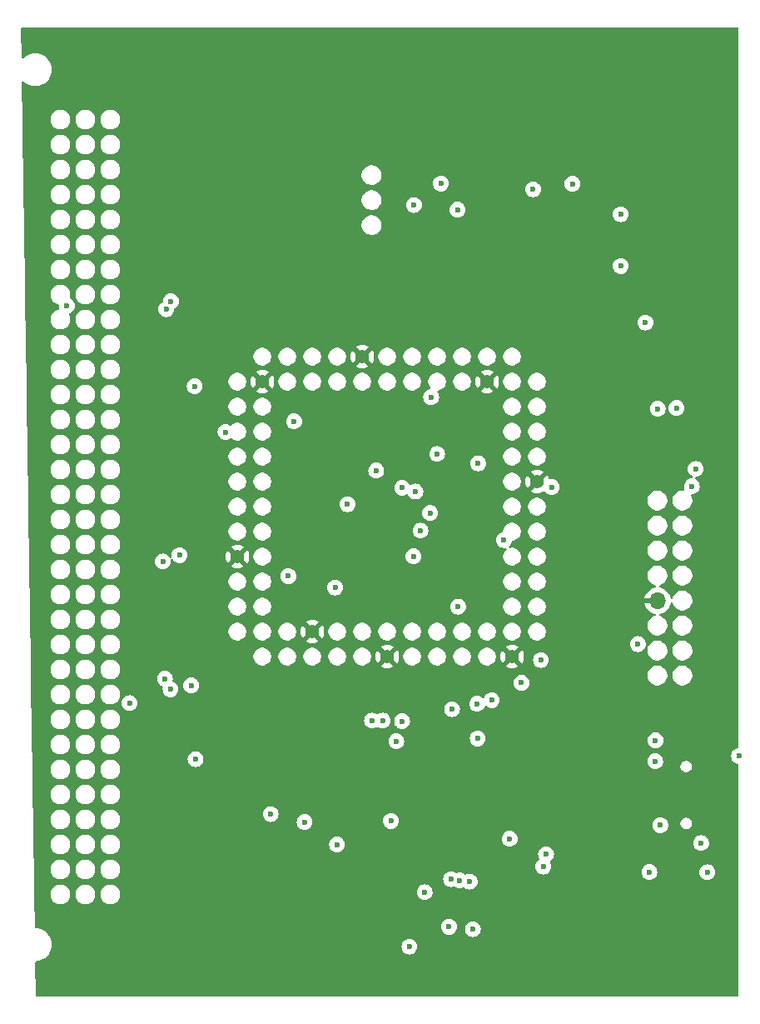
<source format=gbr>
%TF.GenerationSoftware,KiCad,Pcbnew,8.0.2*%
%TF.CreationDate,2024-06-07T17:43:04+02:00*%
%TF.ProjectId,interruptus,696e7465-7272-4757-9074-75732e6b6963,rev?*%
%TF.SameCoordinates,Original*%
%TF.FileFunction,Copper,L2,Inr*%
%TF.FilePolarity,Positive*%
%FSLAX46Y46*%
G04 Gerber Fmt 4.6, Leading zero omitted, Abs format (unit mm)*
G04 Created by KiCad (PCBNEW 8.0.2) date 2024-06-07 17:43:04*
%MOMM*%
%LPD*%
G01*
G04 APERTURE LIST*
%TA.AperFunction,ComponentPad*%
%ADD10C,1.422400*%
%TD*%
%TA.AperFunction,ComponentPad*%
%ADD11O,1.700000X1.700000*%
%TD*%
%TA.AperFunction,ViaPad*%
%ADD12C,0.600000*%
%TD*%
G04 APERTURE END LIST*
D10*
%TO.N,+5V*%
%TO.C,U1*%
X110200000Y-78460000D03*
X100040000Y-81000000D03*
X97500000Y-98780000D03*
X105120000Y-106400000D03*
X112740000Y-108940000D03*
X125440000Y-108940000D03*
X127980000Y-91160000D03*
X122900000Y-81000000D03*
%TD*%
D11*
%TO.N,+5V*%
%TO.C,J2*%
X140235000Y-103255000D03*
%TD*%
D12*
%TO.N,+5V*%
X94750000Y-73250000D03*
X98250000Y-79250000D03*
X125000000Y-132750000D03*
X125000000Y-132000000D03*
X126250000Y-59250000D03*
X128000000Y-62500000D03*
%TO.N,GND*%
X136500000Y-64000000D03*
X136500000Y-69250000D03*
X139000000Y-75000000D03*
%TO.N,+5V*%
X96500000Y-122000000D03*
X93250000Y-133500000D03*
X120750000Y-140500000D03*
X113000000Y-134250000D03*
X117500000Y-132000000D03*
X123000000Y-130000000D03*
X131250000Y-120250000D03*
X139000000Y-77750000D03*
X128500000Y-59000000D03*
%TO.N,/GCLR_FTDI*%
X145290900Y-130852300D03*
X144111800Y-89882600D03*
%TO.N,B_ {slash} SXTRQ*%
X108700700Y-93454500D03*
X93157500Y-81468800D03*
%TO.N,B_D10*%
X112274000Y-115445100D03*
X111626600Y-90035300D03*
%TO.N,B_D9*%
X80167700Y-73296800D03*
%TO.N,B_ {slash} DS0*%
X114285100Y-91789900D03*
%TO.N,B_ {slash} DS1*%
X117820000Y-88351000D03*
%TO.N,B_ {slash} SXTAK*%
X91623900Y-98639700D03*
%TO.N,/B_{slash}RESET*%
X93255300Y-119357400D03*
%TO.N,/B_{slash}INT*%
X96302400Y-86124200D03*
%TO.N,/B_{slash}M1*%
X89913800Y-99276600D03*
%TO.N,B_D3*%
X104335500Y-125760300D03*
%TO.N,B_A15*%
X90745800Y-72835200D03*
X102687000Y-100763300D03*
%TO.N,B_D1*%
X107446000Y-101928500D03*
X117217300Y-82574700D03*
%TO.N,B_D2*%
X113675700Y-117539800D03*
%TO.N,B_D4*%
X111198900Y-115445000D03*
%TO.N,B_A18*%
X90135800Y-111185000D03*
%TO.N,/I{slash}OE1*%
X143735000Y-91641900D03*
%TO.N,/TCK*%
X119236400Y-131559500D03*
%TO.N,/I{slash}O{slash}PD2*%
X117112000Y-94355600D03*
%TO.N,B_A13*%
X129475600Y-91724100D03*
%TO.N,B_A14*%
X92804500Y-111879400D03*
%TO.N,B_A8*%
X114257400Y-115503200D03*
X116127400Y-96137300D03*
%TO.N,B_A6*%
X86530600Y-113667400D03*
X123379600Y-113363900D03*
%TO.N,B_A7*%
X126404000Y-111604400D03*
%TO.N,B_A12*%
X124612000Y-97100000D03*
X103268700Y-85034000D03*
%TO.N,B_A2*%
X138251000Y-107669600D03*
%TO.N,B_A1*%
X119336100Y-114286700D03*
%TO.N,B_A0*%
X119960900Y-103861200D03*
%TO.N,B_A4*%
X121941400Y-117262200D03*
X121998400Y-89302300D03*
%TO.N,B_A3*%
X90705200Y-112261100D03*
X128386400Y-109290200D03*
%TO.N,B_A9*%
X115417700Y-98756500D03*
X115612000Y-92173000D03*
%TO.N,B_A5*%
X121903700Y-113741700D03*
%TO.N,GND*%
X128616900Y-130281100D03*
X139411000Y-130836400D03*
X140032000Y-117454700D03*
X128901900Y-129037300D03*
X131585200Y-60897400D03*
X121143000Y-131804400D03*
X120116300Y-131676900D03*
X116558100Y-132882100D03*
X121455200Y-136637300D03*
X118211600Y-60872400D03*
X115468300Y-63054700D03*
X125199400Y-127460600D03*
X113125400Y-125646200D03*
X142175100Y-83684400D03*
X107640900Y-128032400D03*
X100895700Y-124943800D03*
X140257100Y-83760500D03*
X127587400Y-61459400D03*
X119891000Y-63538600D03*
X144676200Y-127890900D03*
X140523800Y-126074400D03*
X140011600Y-119565600D03*
X115007200Y-138415200D03*
X90258400Y-73638400D03*
X119029800Y-136398900D03*
X148533000Y-119049600D03*
%TD*%
%TA.AperFunction,Conductor*%
%TO.N,+5V*%
G36*
X148443039Y-45019685D02*
G01*
X148488794Y-45072489D01*
X148500000Y-45124000D01*
X148500000Y-118136939D01*
X148480315Y-118203978D01*
X148427511Y-118249733D01*
X148389885Y-118260159D01*
X148353750Y-118264230D01*
X148183478Y-118323810D01*
X148030737Y-118419784D01*
X147903184Y-118547337D01*
X147807211Y-118700076D01*
X147747631Y-118870345D01*
X147747630Y-118870350D01*
X147727435Y-119049596D01*
X147727435Y-119049603D01*
X147747630Y-119228849D01*
X147747631Y-119228854D01*
X147807211Y-119399123D01*
X147820015Y-119419500D01*
X147903184Y-119551862D01*
X148030738Y-119679416D01*
X148183478Y-119775389D01*
X148353745Y-119834968D01*
X148389883Y-119839039D01*
X148454294Y-119866103D01*
X148493851Y-119923696D01*
X148500000Y-119962259D01*
X148500000Y-143375500D01*
X148480315Y-143442539D01*
X148427511Y-143488294D01*
X148376000Y-143499500D01*
X77122118Y-143499500D01*
X77055079Y-143479815D01*
X77009324Y-143427011D01*
X76998132Y-143377391D01*
X76946722Y-140001388D01*
X76965384Y-139934057D01*
X77017485Y-139887503D01*
X77065822Y-139876601D01*
X77065768Y-139875765D01*
X77069798Y-139875500D01*
X77069818Y-139875500D01*
X77287575Y-139846832D01*
X77499727Y-139789986D01*
X77702645Y-139705935D01*
X77892855Y-139596116D01*
X78067104Y-139462410D01*
X78222410Y-139307104D01*
X78356116Y-139132855D01*
X78465935Y-138942645D01*
X78549986Y-138739727D01*
X78606832Y-138527575D01*
X78621627Y-138415196D01*
X114201635Y-138415196D01*
X114201635Y-138415203D01*
X114221830Y-138594449D01*
X114221831Y-138594454D01*
X114281411Y-138764723D01*
X114377384Y-138917462D01*
X114504938Y-139045016D01*
X114595280Y-139101782D01*
X114644745Y-139132863D01*
X114657678Y-139140989D01*
X114827945Y-139200568D01*
X114827950Y-139200569D01*
X115007196Y-139220765D01*
X115007200Y-139220765D01*
X115007204Y-139220765D01*
X115186449Y-139200569D01*
X115186452Y-139200568D01*
X115186455Y-139200568D01*
X115356722Y-139140989D01*
X115509462Y-139045016D01*
X115637016Y-138917462D01*
X115732989Y-138764722D01*
X115792568Y-138594455D01*
X115792569Y-138594449D01*
X115812765Y-138415203D01*
X115812765Y-138415196D01*
X115792569Y-138235950D01*
X115792568Y-138235945D01*
X115732988Y-138065676D01*
X115637015Y-137912937D01*
X115509462Y-137785384D01*
X115356723Y-137689411D01*
X115186454Y-137629831D01*
X115186449Y-137629830D01*
X115007204Y-137609635D01*
X115007196Y-137609635D01*
X114827950Y-137629830D01*
X114827945Y-137629831D01*
X114657676Y-137689411D01*
X114504937Y-137785384D01*
X114377384Y-137912937D01*
X114281411Y-138065676D01*
X114221831Y-138235945D01*
X114221830Y-138235950D01*
X114201635Y-138415196D01*
X78621627Y-138415196D01*
X78635500Y-138309818D01*
X78635500Y-138090182D01*
X78606832Y-137872425D01*
X78549986Y-137660273D01*
X78465935Y-137457355D01*
X78356116Y-137267145D01*
X78222410Y-137092896D01*
X78222405Y-137092890D01*
X78067109Y-136937594D01*
X78067102Y-136937588D01*
X77892863Y-136803890D01*
X77892861Y-136803889D01*
X77892855Y-136803884D01*
X77702645Y-136694065D01*
X77702641Y-136694063D01*
X77499729Y-136610014D01*
X77287573Y-136553167D01*
X77069828Y-136524501D01*
X77069823Y-136524500D01*
X77069818Y-136524500D01*
X77015900Y-136524500D01*
X76948861Y-136504815D01*
X76903106Y-136452011D01*
X76891914Y-136402390D01*
X76891861Y-136398896D01*
X118224235Y-136398896D01*
X118224235Y-136398903D01*
X118244430Y-136578149D01*
X118244431Y-136578154D01*
X118304011Y-136748423D01*
X118399984Y-136901162D01*
X118527538Y-137028716D01*
X118680278Y-137124689D01*
X118722783Y-137139562D01*
X118850545Y-137184268D01*
X118850550Y-137184269D01*
X119029796Y-137204465D01*
X119029800Y-137204465D01*
X119029804Y-137204465D01*
X119209049Y-137184269D01*
X119209052Y-137184268D01*
X119209055Y-137184268D01*
X119379322Y-137124689D01*
X119532062Y-137028716D01*
X119659616Y-136901162D01*
X119755589Y-136748422D01*
X119794474Y-136637296D01*
X120649635Y-136637296D01*
X120649635Y-136637303D01*
X120669830Y-136816549D01*
X120669831Y-136816554D01*
X120729411Y-136986823D01*
X120796058Y-137092890D01*
X120825384Y-137139562D01*
X120952938Y-137267116D01*
X121105678Y-137363089D01*
X121275945Y-137422668D01*
X121275950Y-137422669D01*
X121455196Y-137442865D01*
X121455200Y-137442865D01*
X121455204Y-137442865D01*
X121634449Y-137422669D01*
X121634452Y-137422668D01*
X121634455Y-137422668D01*
X121804722Y-137363089D01*
X121957462Y-137267116D01*
X122085016Y-137139562D01*
X122180989Y-136986822D01*
X122240568Y-136816555D01*
X122248245Y-136748422D01*
X122260765Y-136637303D01*
X122260765Y-136637296D01*
X122240569Y-136458050D01*
X122240568Y-136458045D01*
X122180988Y-136287776D01*
X122085015Y-136135037D01*
X121957462Y-136007484D01*
X121804723Y-135911511D01*
X121634454Y-135851931D01*
X121634449Y-135851930D01*
X121455204Y-135831735D01*
X121455196Y-135831735D01*
X121275950Y-135851930D01*
X121275945Y-135851931D01*
X121105676Y-135911511D01*
X120952937Y-136007484D01*
X120825384Y-136135037D01*
X120729411Y-136287776D01*
X120669831Y-136458045D01*
X120669830Y-136458050D01*
X120649635Y-136637296D01*
X119794474Y-136637296D01*
X119815168Y-136578155D01*
X119815169Y-136578149D01*
X119835365Y-136398903D01*
X119835365Y-136398896D01*
X119815169Y-136219650D01*
X119815168Y-136219645D01*
X119755588Y-136049376D01*
X119659615Y-135896637D01*
X119532062Y-135769084D01*
X119379323Y-135673111D01*
X119209054Y-135613531D01*
X119209049Y-135613530D01*
X119029804Y-135593335D01*
X119029796Y-135593335D01*
X118850550Y-135613530D01*
X118850545Y-135613531D01*
X118680276Y-135673111D01*
X118527537Y-135769084D01*
X118399984Y-135896637D01*
X118304011Y-136049376D01*
X118244431Y-136219645D01*
X118244430Y-136219650D01*
X118224235Y-136398896D01*
X76891861Y-136398896D01*
X76843429Y-133218543D01*
X78499499Y-133218543D01*
X78537947Y-133411829D01*
X78537950Y-133411839D01*
X78613364Y-133593907D01*
X78613371Y-133593920D01*
X78722860Y-133757781D01*
X78722863Y-133757785D01*
X78862214Y-133897136D01*
X78862218Y-133897139D01*
X79026079Y-134006628D01*
X79026092Y-134006635D01*
X79208160Y-134082049D01*
X79208165Y-134082051D01*
X79208169Y-134082051D01*
X79208170Y-134082052D01*
X79401456Y-134120500D01*
X79401459Y-134120500D01*
X79598543Y-134120500D01*
X79728582Y-134094632D01*
X79791835Y-134082051D01*
X79973914Y-134006632D01*
X80137782Y-133897139D01*
X80277139Y-133757782D01*
X80386632Y-133593914D01*
X80462051Y-133411835D01*
X80500500Y-133218543D01*
X81039499Y-133218543D01*
X81077947Y-133411829D01*
X81077950Y-133411839D01*
X81153364Y-133593907D01*
X81153371Y-133593920D01*
X81262860Y-133757781D01*
X81262863Y-133757785D01*
X81402214Y-133897136D01*
X81402218Y-133897139D01*
X81566079Y-134006628D01*
X81566092Y-134006635D01*
X81748160Y-134082049D01*
X81748165Y-134082051D01*
X81748169Y-134082051D01*
X81748170Y-134082052D01*
X81941456Y-134120500D01*
X81941459Y-134120500D01*
X82138543Y-134120500D01*
X82268582Y-134094632D01*
X82331835Y-134082051D01*
X82513914Y-134006632D01*
X82677782Y-133897139D01*
X82817139Y-133757782D01*
X82926632Y-133593914D01*
X83002051Y-133411835D01*
X83040500Y-133218543D01*
X83579499Y-133218543D01*
X83617947Y-133411829D01*
X83617950Y-133411839D01*
X83693364Y-133593907D01*
X83693371Y-133593920D01*
X83802860Y-133757781D01*
X83802863Y-133757785D01*
X83942214Y-133897136D01*
X83942218Y-133897139D01*
X84106079Y-134006628D01*
X84106092Y-134006635D01*
X84288160Y-134082049D01*
X84288165Y-134082051D01*
X84288169Y-134082051D01*
X84288170Y-134082052D01*
X84481456Y-134120500D01*
X84481459Y-134120500D01*
X84678543Y-134120500D01*
X84808582Y-134094632D01*
X84871835Y-134082051D01*
X85053914Y-134006632D01*
X85217782Y-133897139D01*
X85357139Y-133757782D01*
X85466632Y-133593914D01*
X85542051Y-133411835D01*
X85580500Y-133218541D01*
X85580500Y-133021459D01*
X85580500Y-133021456D01*
X85552779Y-132882096D01*
X115752535Y-132882096D01*
X115752535Y-132882103D01*
X115772730Y-133061349D01*
X115772731Y-133061354D01*
X115832311Y-133231623D01*
X115928284Y-133384362D01*
X116055838Y-133511916D01*
X116208578Y-133607889D01*
X116378845Y-133667468D01*
X116378850Y-133667469D01*
X116558096Y-133687665D01*
X116558100Y-133687665D01*
X116558104Y-133687665D01*
X116737349Y-133667469D01*
X116737352Y-133667468D01*
X116737355Y-133667468D01*
X116907622Y-133607889D01*
X117060362Y-133511916D01*
X117187916Y-133384362D01*
X117283889Y-133231622D01*
X117343468Y-133061355D01*
X117347963Y-133021459D01*
X117363665Y-132882103D01*
X117363665Y-132882096D01*
X117343469Y-132702850D01*
X117343468Y-132702845D01*
X117303901Y-132589769D01*
X117283889Y-132532578D01*
X117282387Y-132530188D01*
X117222083Y-132434215D01*
X117187916Y-132379838D01*
X117060362Y-132252284D01*
X117030262Y-132233371D01*
X116907623Y-132156311D01*
X116737354Y-132096731D01*
X116737349Y-132096730D01*
X116558104Y-132076535D01*
X116558096Y-132076535D01*
X116378850Y-132096730D01*
X116378845Y-132096731D01*
X116208576Y-132156311D01*
X116055837Y-132252284D01*
X115928284Y-132379837D01*
X115832311Y-132532576D01*
X115772731Y-132702845D01*
X115772730Y-132702850D01*
X115752535Y-132882096D01*
X85552779Y-132882096D01*
X85542052Y-132828170D01*
X85542051Y-132828169D01*
X85542051Y-132828165D01*
X85542049Y-132828160D01*
X85466635Y-132646092D01*
X85466628Y-132646079D01*
X85357139Y-132482218D01*
X85357136Y-132482214D01*
X85217785Y-132342863D01*
X85217781Y-132342860D01*
X85053920Y-132233371D01*
X85053907Y-132233364D01*
X84871839Y-132157950D01*
X84871829Y-132157947D01*
X84678543Y-132119500D01*
X84678541Y-132119500D01*
X84481459Y-132119500D01*
X84481457Y-132119500D01*
X84288170Y-132157947D01*
X84288160Y-132157950D01*
X84106092Y-132233364D01*
X84106079Y-132233371D01*
X83942218Y-132342860D01*
X83942214Y-132342863D01*
X83802863Y-132482214D01*
X83802860Y-132482218D01*
X83693371Y-132646079D01*
X83693364Y-132646092D01*
X83617950Y-132828160D01*
X83617947Y-132828170D01*
X83579500Y-133021456D01*
X83579500Y-133021459D01*
X83579500Y-133218541D01*
X83579500Y-133218543D01*
X83579499Y-133218543D01*
X83040500Y-133218543D01*
X83040500Y-133218541D01*
X83040500Y-133021459D01*
X83040500Y-133021456D01*
X83002052Y-132828170D01*
X83002051Y-132828169D01*
X83002051Y-132828165D01*
X83002049Y-132828160D01*
X82926635Y-132646092D01*
X82926628Y-132646079D01*
X82817139Y-132482218D01*
X82817136Y-132482214D01*
X82677785Y-132342863D01*
X82677781Y-132342860D01*
X82513920Y-132233371D01*
X82513907Y-132233364D01*
X82331839Y-132157950D01*
X82331829Y-132157947D01*
X82138543Y-132119500D01*
X82138541Y-132119500D01*
X81941459Y-132119500D01*
X81941457Y-132119500D01*
X81748170Y-132157947D01*
X81748160Y-132157950D01*
X81566092Y-132233364D01*
X81566079Y-132233371D01*
X81402218Y-132342860D01*
X81402214Y-132342863D01*
X81262863Y-132482214D01*
X81262860Y-132482218D01*
X81153371Y-132646079D01*
X81153364Y-132646092D01*
X81077950Y-132828160D01*
X81077947Y-132828170D01*
X81039500Y-133021456D01*
X81039500Y-133021459D01*
X81039500Y-133218541D01*
X81039500Y-133218543D01*
X81039499Y-133218543D01*
X80500500Y-133218543D01*
X80500500Y-133218541D01*
X80500500Y-133021459D01*
X80500500Y-133021456D01*
X80462052Y-132828170D01*
X80462051Y-132828169D01*
X80462051Y-132828165D01*
X80462049Y-132828160D01*
X80386635Y-132646092D01*
X80386628Y-132646079D01*
X80277139Y-132482218D01*
X80277136Y-132482214D01*
X80137785Y-132342863D01*
X80137781Y-132342860D01*
X79973920Y-132233371D01*
X79973907Y-132233364D01*
X79791839Y-132157950D01*
X79791829Y-132157947D01*
X79598543Y-132119500D01*
X79598541Y-132119500D01*
X79401459Y-132119500D01*
X79401457Y-132119500D01*
X79208170Y-132157947D01*
X79208160Y-132157950D01*
X79026092Y-132233364D01*
X79026079Y-132233371D01*
X78862218Y-132342860D01*
X78862214Y-132342863D01*
X78722863Y-132482214D01*
X78722860Y-132482218D01*
X78613371Y-132646079D01*
X78613364Y-132646092D01*
X78537950Y-132828160D01*
X78537947Y-132828170D01*
X78499500Y-133021456D01*
X78499500Y-133021459D01*
X78499500Y-133218541D01*
X78499500Y-133218543D01*
X78499499Y-133218543D01*
X76843429Y-133218543D01*
X76804748Y-130678543D01*
X78499499Y-130678543D01*
X78537947Y-130871829D01*
X78537950Y-130871839D01*
X78613364Y-131053907D01*
X78613371Y-131053920D01*
X78722860Y-131217781D01*
X78722863Y-131217785D01*
X78862214Y-131357136D01*
X78862218Y-131357139D01*
X79026079Y-131466628D01*
X79026092Y-131466635D01*
X79208160Y-131542049D01*
X79208165Y-131542051D01*
X79208169Y-131542051D01*
X79208170Y-131542052D01*
X79401456Y-131580500D01*
X79401459Y-131580500D01*
X79598543Y-131580500D01*
X79728582Y-131554632D01*
X79791835Y-131542051D01*
X79973914Y-131466632D01*
X80137782Y-131357139D01*
X80277139Y-131217782D01*
X80386632Y-131053914D01*
X80462051Y-130871835D01*
X80500500Y-130678543D01*
X81039499Y-130678543D01*
X81077947Y-130871829D01*
X81077950Y-130871839D01*
X81153364Y-131053907D01*
X81153371Y-131053920D01*
X81262860Y-131217781D01*
X81262863Y-131217785D01*
X81402214Y-131357136D01*
X81402218Y-131357139D01*
X81566079Y-131466628D01*
X81566092Y-131466635D01*
X81748160Y-131542049D01*
X81748165Y-131542051D01*
X81748169Y-131542051D01*
X81748170Y-131542052D01*
X81941456Y-131580500D01*
X81941459Y-131580500D01*
X82138543Y-131580500D01*
X82268582Y-131554632D01*
X82331835Y-131542051D01*
X82513914Y-131466632D01*
X82677782Y-131357139D01*
X82817139Y-131217782D01*
X82926632Y-131053914D01*
X83002051Y-130871835D01*
X83040500Y-130678543D01*
X83579499Y-130678543D01*
X83617947Y-130871829D01*
X83617950Y-130871839D01*
X83693364Y-131053907D01*
X83693371Y-131053920D01*
X83802860Y-131217781D01*
X83802863Y-131217785D01*
X83942214Y-131357136D01*
X83942218Y-131357139D01*
X84106079Y-131466628D01*
X84106092Y-131466635D01*
X84288160Y-131542049D01*
X84288165Y-131542051D01*
X84288169Y-131542051D01*
X84288170Y-131542052D01*
X84481456Y-131580500D01*
X84481459Y-131580500D01*
X84678543Y-131580500D01*
X84784131Y-131559496D01*
X118430835Y-131559496D01*
X118430835Y-131559503D01*
X118451030Y-131738749D01*
X118451031Y-131738754D01*
X118510611Y-131909023D01*
X118557502Y-131983649D01*
X118606584Y-132061762D01*
X118734138Y-132189316D01*
X118804240Y-132233364D01*
X118882768Y-132282707D01*
X118886878Y-132285289D01*
X119051406Y-132342860D01*
X119057145Y-132344868D01*
X119057150Y-132344869D01*
X119236396Y-132365065D01*
X119236400Y-132365065D01*
X119236404Y-132365065D01*
X119415649Y-132344869D01*
X119415652Y-132344868D01*
X119415655Y-132344868D01*
X119415656Y-132344867D01*
X119415659Y-132344867D01*
X119471346Y-132325380D01*
X119525713Y-132306356D01*
X119595491Y-132302794D01*
X119632637Y-132318403D01*
X119766778Y-132402689D01*
X119937045Y-132462268D01*
X119937050Y-132462269D01*
X120116296Y-132482465D01*
X120116300Y-132482465D01*
X120116304Y-132482465D01*
X120295549Y-132462269D01*
X120295552Y-132462268D01*
X120295555Y-132462268D01*
X120465822Y-132402689D01*
X120465824Y-132402688D01*
X120470150Y-132399970D01*
X120537386Y-132380969D01*
X120604221Y-132401336D01*
X120623804Y-132417282D01*
X120640738Y-132434216D01*
X120793478Y-132530189D01*
X120963745Y-132589768D01*
X120963750Y-132589769D01*
X121142996Y-132609965D01*
X121143000Y-132609965D01*
X121143004Y-132609965D01*
X121322249Y-132589769D01*
X121322252Y-132589768D01*
X121322255Y-132589768D01*
X121492522Y-132530189D01*
X121645262Y-132434216D01*
X121772816Y-132306662D01*
X121868789Y-132153922D01*
X121928368Y-131983655D01*
X121948565Y-131804400D01*
X121930263Y-131641965D01*
X121928369Y-131625150D01*
X121928368Y-131625145D01*
X121905396Y-131559496D01*
X121868789Y-131454878D01*
X121772816Y-131302138D01*
X121645262Y-131174584D01*
X121492523Y-131078611D01*
X121322254Y-131019031D01*
X121322249Y-131019030D01*
X121143004Y-130998835D01*
X121142996Y-130998835D01*
X120963750Y-131019030D01*
X120963737Y-131019033D01*
X120793481Y-131078609D01*
X120789146Y-131081333D01*
X120721909Y-131100331D01*
X120655074Y-131079961D01*
X120635496Y-131064018D01*
X120618562Y-131047084D01*
X120465823Y-130951111D01*
X120295554Y-130891531D01*
X120295549Y-130891530D01*
X120116304Y-130871335D01*
X120116296Y-130871335D01*
X119937050Y-130891530D01*
X119937042Y-130891532D01*
X119826985Y-130930043D01*
X119757206Y-130933604D01*
X119720059Y-130917995D01*
X119585923Y-130833711D01*
X119415654Y-130774131D01*
X119415649Y-130774130D01*
X119236404Y-130753935D01*
X119236396Y-130753935D01*
X119057150Y-130774130D01*
X119057145Y-130774131D01*
X118886876Y-130833711D01*
X118734137Y-130929684D01*
X118606584Y-131057237D01*
X118510611Y-131209976D01*
X118451031Y-131380245D01*
X118451030Y-131380250D01*
X118430835Y-131559496D01*
X84784131Y-131559496D01*
X84808582Y-131554632D01*
X84871835Y-131542051D01*
X85053914Y-131466632D01*
X85217782Y-131357139D01*
X85357139Y-131217782D01*
X85466632Y-131053914D01*
X85542051Y-130871835D01*
X85580500Y-130678541D01*
X85580500Y-130481459D01*
X85580500Y-130481456D01*
X85542052Y-130288170D01*
X85542051Y-130288169D01*
X85542051Y-130288165D01*
X85539123Y-130281096D01*
X127811335Y-130281096D01*
X127811335Y-130281103D01*
X127831530Y-130460349D01*
X127831531Y-130460354D01*
X127891111Y-130630623D01*
X127968594Y-130753935D01*
X127987084Y-130783362D01*
X128114638Y-130910916D01*
X128267378Y-131006889D01*
X128382249Y-131047084D01*
X128437645Y-131066468D01*
X128437650Y-131066469D01*
X128616896Y-131086665D01*
X128616900Y-131086665D01*
X128616904Y-131086665D01*
X128796149Y-131066469D01*
X128796152Y-131066468D01*
X128796155Y-131066468D01*
X128966422Y-131006889D01*
X129119162Y-130910916D01*
X129193682Y-130836396D01*
X138605435Y-130836396D01*
X138605435Y-130836403D01*
X138625630Y-131015649D01*
X138625631Y-131015654D01*
X138685211Y-131185923D01*
X138758234Y-131302137D01*
X138781184Y-131338662D01*
X138908738Y-131466216D01*
X138934043Y-131482116D01*
X139029428Y-131542051D01*
X139061478Y-131562189D01*
X139106915Y-131578088D01*
X139231745Y-131621768D01*
X139231750Y-131621769D01*
X139410996Y-131641965D01*
X139411000Y-131641965D01*
X139411004Y-131641965D01*
X139590249Y-131621769D01*
X139590252Y-131621768D01*
X139590255Y-131621768D01*
X139760522Y-131562189D01*
X139913262Y-131466216D01*
X140040816Y-131338662D01*
X140136789Y-131185922D01*
X140196368Y-131015655D01*
X140198263Y-130998835D01*
X140214774Y-130852296D01*
X144485335Y-130852296D01*
X144485335Y-130852303D01*
X144505530Y-131031549D01*
X144505531Y-131031554D01*
X144565111Y-131201823D01*
X144575139Y-131217782D01*
X144661084Y-131354562D01*
X144788638Y-131482116D01*
X144878980Y-131538882D01*
X144916071Y-131562188D01*
X144941378Y-131578089D01*
X145075871Y-131625150D01*
X145111645Y-131637668D01*
X145111650Y-131637669D01*
X145290896Y-131657865D01*
X145290900Y-131657865D01*
X145290904Y-131657865D01*
X145470149Y-131637669D01*
X145470152Y-131637668D01*
X145470155Y-131637668D01*
X145640422Y-131578089D01*
X145793162Y-131482116D01*
X145920716Y-131354562D01*
X146016689Y-131201822D01*
X146076268Y-131031555D01*
X146077679Y-131019031D01*
X146096465Y-130852303D01*
X146096465Y-130852296D01*
X146076269Y-130673050D01*
X146076268Y-130673045D01*
X146061424Y-130630623D01*
X146016689Y-130502778D01*
X146006698Y-130486878D01*
X145920715Y-130350037D01*
X145793162Y-130222484D01*
X145640423Y-130126511D01*
X145470154Y-130066931D01*
X145470149Y-130066930D01*
X145290904Y-130046735D01*
X145290896Y-130046735D01*
X145111650Y-130066930D01*
X145111645Y-130066931D01*
X144941376Y-130126511D01*
X144788637Y-130222484D01*
X144661084Y-130350037D01*
X144565111Y-130502776D01*
X144505531Y-130673045D01*
X144505530Y-130673050D01*
X144485335Y-130852296D01*
X140214774Y-130852296D01*
X140216565Y-130836403D01*
X140216565Y-130836396D01*
X140196369Y-130657150D01*
X140196368Y-130657145D01*
X140187087Y-130630622D01*
X140136789Y-130486878D01*
X140120123Y-130460355D01*
X140097582Y-130424480D01*
X140040816Y-130334138D01*
X139913262Y-130206584D01*
X139760523Y-130110611D01*
X139590254Y-130051031D01*
X139590249Y-130051030D01*
X139411004Y-130030835D01*
X139410996Y-130030835D01*
X139231750Y-130051030D01*
X139231745Y-130051031D01*
X139061476Y-130110611D01*
X138908737Y-130206584D01*
X138781184Y-130334137D01*
X138685211Y-130486876D01*
X138625631Y-130657145D01*
X138625630Y-130657150D01*
X138605435Y-130836396D01*
X129193682Y-130836396D01*
X129246716Y-130783362D01*
X129342689Y-130630622D01*
X129402268Y-130460355D01*
X129416489Y-130334138D01*
X129422465Y-130281103D01*
X129422465Y-130281096D01*
X129402269Y-130101850D01*
X129402268Y-130101845D01*
X129382984Y-130046735D01*
X129342689Y-129931578D01*
X129306924Y-129874659D01*
X129287925Y-129807424D01*
X129308293Y-129740588D01*
X129345947Y-129703694D01*
X129404162Y-129667116D01*
X129531716Y-129539562D01*
X129627689Y-129386822D01*
X129687268Y-129216555D01*
X129687269Y-129216549D01*
X129707465Y-129037303D01*
X129707465Y-129037296D01*
X129687269Y-128858050D01*
X129687268Y-128858045D01*
X129652327Y-128758189D01*
X129627689Y-128687778D01*
X129621407Y-128677781D01*
X129531715Y-128535037D01*
X129404162Y-128407484D01*
X129251423Y-128311511D01*
X129081154Y-128251931D01*
X129081149Y-128251930D01*
X128901904Y-128231735D01*
X128901896Y-128231735D01*
X128722650Y-128251930D01*
X128722645Y-128251931D01*
X128552376Y-128311511D01*
X128399637Y-128407484D01*
X128272084Y-128535037D01*
X128176111Y-128687776D01*
X128116531Y-128858045D01*
X128116530Y-128858050D01*
X128096335Y-129037296D01*
X128096335Y-129037303D01*
X128116530Y-129216549D01*
X128116531Y-129216554D01*
X128176111Y-129386823D01*
X128211874Y-129443739D01*
X128230874Y-129510976D01*
X128210506Y-129577811D01*
X128172853Y-129614704D01*
X128114640Y-129651282D01*
X128114637Y-129651284D01*
X127987084Y-129778837D01*
X127891111Y-129931576D01*
X127831531Y-130101845D01*
X127831530Y-130101850D01*
X127811335Y-130281096D01*
X85539123Y-130281096D01*
X85514845Y-130222484D01*
X85466635Y-130106092D01*
X85466628Y-130106079D01*
X85357139Y-129942218D01*
X85357136Y-129942214D01*
X85217785Y-129802863D01*
X85217781Y-129802860D01*
X85053920Y-129693371D01*
X85053907Y-129693364D01*
X84871839Y-129617950D01*
X84871829Y-129617947D01*
X84678543Y-129579500D01*
X84678541Y-129579500D01*
X84481459Y-129579500D01*
X84481457Y-129579500D01*
X84288170Y-129617947D01*
X84288160Y-129617950D01*
X84106092Y-129693364D01*
X84106079Y-129693371D01*
X83942218Y-129802860D01*
X83942214Y-129802863D01*
X83802863Y-129942214D01*
X83802860Y-129942218D01*
X83693371Y-130106079D01*
X83693364Y-130106092D01*
X83617950Y-130288160D01*
X83617947Y-130288170D01*
X83579500Y-130481456D01*
X83579500Y-130481459D01*
X83579500Y-130678541D01*
X83579500Y-130678543D01*
X83579499Y-130678543D01*
X83040500Y-130678543D01*
X83040500Y-130678541D01*
X83040500Y-130481459D01*
X83040500Y-130481456D01*
X83002052Y-130288170D01*
X83002051Y-130288169D01*
X83002051Y-130288165D01*
X82974845Y-130222484D01*
X82926635Y-130106092D01*
X82926628Y-130106079D01*
X82817139Y-129942218D01*
X82817136Y-129942214D01*
X82677785Y-129802863D01*
X82677781Y-129802860D01*
X82513920Y-129693371D01*
X82513907Y-129693364D01*
X82331839Y-129617950D01*
X82331829Y-129617947D01*
X82138543Y-129579500D01*
X82138541Y-129579500D01*
X81941459Y-129579500D01*
X81941457Y-129579500D01*
X81748170Y-129617947D01*
X81748160Y-129617950D01*
X81566092Y-129693364D01*
X81566079Y-129693371D01*
X81402218Y-129802860D01*
X81402214Y-129802863D01*
X81262863Y-129942214D01*
X81262860Y-129942218D01*
X81153371Y-130106079D01*
X81153364Y-130106092D01*
X81077950Y-130288160D01*
X81077947Y-130288170D01*
X81039500Y-130481456D01*
X81039500Y-130481459D01*
X81039500Y-130678541D01*
X81039500Y-130678543D01*
X81039499Y-130678543D01*
X80500500Y-130678543D01*
X80500500Y-130678541D01*
X80500500Y-130481459D01*
X80500500Y-130481456D01*
X80462052Y-130288170D01*
X80462051Y-130288169D01*
X80462051Y-130288165D01*
X80434845Y-130222484D01*
X80386635Y-130106092D01*
X80386628Y-130106079D01*
X80277139Y-129942218D01*
X80277136Y-129942214D01*
X80137785Y-129802863D01*
X80137781Y-129802860D01*
X79973920Y-129693371D01*
X79973907Y-129693364D01*
X79791839Y-129617950D01*
X79791829Y-129617947D01*
X79598543Y-129579500D01*
X79598541Y-129579500D01*
X79401459Y-129579500D01*
X79401457Y-129579500D01*
X79208170Y-129617947D01*
X79208160Y-129617950D01*
X79026092Y-129693364D01*
X79026079Y-129693371D01*
X78862218Y-129802860D01*
X78862214Y-129802863D01*
X78722863Y-129942214D01*
X78722860Y-129942218D01*
X78613371Y-130106079D01*
X78613364Y-130106092D01*
X78537950Y-130288160D01*
X78537947Y-130288170D01*
X78499500Y-130481456D01*
X78499500Y-130481459D01*
X78499500Y-130678541D01*
X78499500Y-130678543D01*
X78499499Y-130678543D01*
X76804748Y-130678543D01*
X76766068Y-128138543D01*
X78499499Y-128138543D01*
X78537947Y-128331829D01*
X78537950Y-128331839D01*
X78613364Y-128513907D01*
X78613371Y-128513920D01*
X78722860Y-128677781D01*
X78722863Y-128677785D01*
X78862214Y-128817136D01*
X78862218Y-128817139D01*
X79026079Y-128926628D01*
X79026092Y-128926635D01*
X79208160Y-129002049D01*
X79208165Y-129002051D01*
X79208169Y-129002051D01*
X79208170Y-129002052D01*
X79401456Y-129040500D01*
X79401459Y-129040500D01*
X79598543Y-129040500D01*
X79728582Y-129014632D01*
X79791835Y-129002051D01*
X79973914Y-128926632D01*
X80137782Y-128817139D01*
X80277139Y-128677782D01*
X80386632Y-128513914D01*
X80462051Y-128331835D01*
X80485958Y-128211649D01*
X80500500Y-128138543D01*
X81039499Y-128138543D01*
X81077947Y-128331829D01*
X81077950Y-128331839D01*
X81153364Y-128513907D01*
X81153371Y-128513920D01*
X81262860Y-128677781D01*
X81262863Y-128677785D01*
X81402214Y-128817136D01*
X81402218Y-128817139D01*
X81566079Y-128926628D01*
X81566092Y-128926635D01*
X81748160Y-129002049D01*
X81748165Y-129002051D01*
X81748169Y-129002051D01*
X81748170Y-129002052D01*
X81941456Y-129040500D01*
X81941459Y-129040500D01*
X82138543Y-129040500D01*
X82268582Y-129014632D01*
X82331835Y-129002051D01*
X82513914Y-128926632D01*
X82677782Y-128817139D01*
X82817139Y-128677782D01*
X82926632Y-128513914D01*
X83002051Y-128331835D01*
X83025958Y-128211649D01*
X83040500Y-128138543D01*
X83579499Y-128138543D01*
X83617947Y-128331829D01*
X83617950Y-128331839D01*
X83693364Y-128513907D01*
X83693371Y-128513920D01*
X83802860Y-128677781D01*
X83802863Y-128677785D01*
X83942214Y-128817136D01*
X83942218Y-128817139D01*
X84106079Y-128926628D01*
X84106092Y-128926635D01*
X84288160Y-129002049D01*
X84288165Y-129002051D01*
X84288169Y-129002051D01*
X84288170Y-129002052D01*
X84481456Y-129040500D01*
X84481459Y-129040500D01*
X84678543Y-129040500D01*
X84808582Y-129014632D01*
X84871835Y-129002051D01*
X85053914Y-128926632D01*
X85217782Y-128817139D01*
X85357139Y-128677782D01*
X85466632Y-128513914D01*
X85542051Y-128331835D01*
X85565958Y-128211649D01*
X85580500Y-128138543D01*
X85580500Y-128032396D01*
X106835335Y-128032396D01*
X106835335Y-128032403D01*
X106855530Y-128211649D01*
X106855531Y-128211654D01*
X106915111Y-128381923D01*
X107002321Y-128520716D01*
X107011084Y-128534662D01*
X107138638Y-128662216D01*
X107291378Y-128758189D01*
X107459839Y-128817136D01*
X107461645Y-128817768D01*
X107461650Y-128817769D01*
X107640896Y-128837965D01*
X107640900Y-128837965D01*
X107640904Y-128837965D01*
X107820149Y-128817769D01*
X107820152Y-128817768D01*
X107820155Y-128817768D01*
X107990422Y-128758189D01*
X108143162Y-128662216D01*
X108270716Y-128534662D01*
X108366689Y-128381922D01*
X108426268Y-128211655D01*
X108434506Y-128138541D01*
X108446465Y-128032403D01*
X108446465Y-128032396D01*
X108426269Y-127853150D01*
X108426268Y-127853145D01*
X108411214Y-127810122D01*
X108366689Y-127682878D01*
X108270716Y-127530138D01*
X108201174Y-127460596D01*
X124393835Y-127460596D01*
X124393835Y-127460603D01*
X124414030Y-127639849D01*
X124414031Y-127639854D01*
X124473611Y-127810123D01*
X124524367Y-127890900D01*
X124569584Y-127962862D01*
X124697138Y-128090416D01*
X124849878Y-128186389D01*
X125004298Y-128240423D01*
X125020145Y-128245968D01*
X125020150Y-128245969D01*
X125199396Y-128266165D01*
X125199400Y-128266165D01*
X125199404Y-128266165D01*
X125378649Y-128245969D01*
X125378652Y-128245968D01*
X125378655Y-128245968D01*
X125548922Y-128186389D01*
X125701662Y-128090416D01*
X125829216Y-127962862D01*
X125874435Y-127890896D01*
X143870635Y-127890896D01*
X143870635Y-127890903D01*
X143890830Y-128070149D01*
X143890831Y-128070154D01*
X143950411Y-128240423D01*
X144007852Y-128331839D01*
X144046384Y-128393162D01*
X144173938Y-128520716D01*
X144326678Y-128616689D01*
X144456784Y-128662215D01*
X144496945Y-128676268D01*
X144496950Y-128676269D01*
X144676196Y-128696465D01*
X144676200Y-128696465D01*
X144676204Y-128696465D01*
X144855449Y-128676269D01*
X144855452Y-128676268D01*
X144855455Y-128676268D01*
X145025722Y-128616689D01*
X145178462Y-128520716D01*
X145306016Y-128393162D01*
X145401989Y-128240422D01*
X145461568Y-128070155D01*
X145465822Y-128032400D01*
X145481765Y-127890903D01*
X145481765Y-127890896D01*
X145461569Y-127711650D01*
X145461568Y-127711645D01*
X145451501Y-127682876D01*
X145401989Y-127541378D01*
X145394926Y-127530138D01*
X145306015Y-127388637D01*
X145178462Y-127261084D01*
X145025723Y-127165111D01*
X144855454Y-127105531D01*
X144855449Y-127105530D01*
X144676204Y-127085335D01*
X144676196Y-127085335D01*
X144496950Y-127105530D01*
X144496945Y-127105531D01*
X144326676Y-127165111D01*
X144173937Y-127261084D01*
X144046384Y-127388637D01*
X143950411Y-127541376D01*
X143890831Y-127711645D01*
X143890830Y-127711650D01*
X143870635Y-127890896D01*
X125874435Y-127890896D01*
X125925189Y-127810122D01*
X125984768Y-127639855D01*
X125993080Y-127566086D01*
X126004965Y-127460603D01*
X126004965Y-127460596D01*
X125984769Y-127281350D01*
X125984768Y-127281345D01*
X125939987Y-127153368D01*
X125925189Y-127111078D01*
X125904371Y-127077947D01*
X125885982Y-127048680D01*
X125829216Y-126958338D01*
X125701662Y-126830784D01*
X125548923Y-126734811D01*
X125378654Y-126675231D01*
X125378649Y-126675230D01*
X125199404Y-126655035D01*
X125199396Y-126655035D01*
X125020150Y-126675230D01*
X125020145Y-126675231D01*
X124849876Y-126734811D01*
X124697137Y-126830784D01*
X124569584Y-126958337D01*
X124473611Y-127111076D01*
X124414031Y-127281345D01*
X124414030Y-127281350D01*
X124393835Y-127460596D01*
X108201174Y-127460596D01*
X108143162Y-127402584D01*
X108120967Y-127388638D01*
X107990423Y-127306611D01*
X107820154Y-127247031D01*
X107820149Y-127247030D01*
X107640904Y-127226835D01*
X107640896Y-127226835D01*
X107461650Y-127247030D01*
X107461645Y-127247031D01*
X107291376Y-127306611D01*
X107138637Y-127402584D01*
X107011084Y-127530137D01*
X106915111Y-127682876D01*
X106855531Y-127853145D01*
X106855530Y-127853150D01*
X106835335Y-128032396D01*
X85580500Y-128032396D01*
X85580500Y-127941456D01*
X85542052Y-127748170D01*
X85542051Y-127748169D01*
X85542051Y-127748165D01*
X85526924Y-127711645D01*
X85466635Y-127566092D01*
X85466628Y-127566079D01*
X85357139Y-127402218D01*
X85357136Y-127402214D01*
X85217785Y-127262863D01*
X85217781Y-127262860D01*
X85053920Y-127153371D01*
X85053907Y-127153364D01*
X84871839Y-127077950D01*
X84871829Y-127077947D01*
X84678543Y-127039500D01*
X84678541Y-127039500D01*
X84481459Y-127039500D01*
X84481457Y-127039500D01*
X84288170Y-127077947D01*
X84288160Y-127077950D01*
X84106092Y-127153364D01*
X84106079Y-127153371D01*
X83942218Y-127262860D01*
X83942214Y-127262863D01*
X83802863Y-127402214D01*
X83802860Y-127402218D01*
X83693371Y-127566079D01*
X83693364Y-127566092D01*
X83617950Y-127748160D01*
X83617947Y-127748170D01*
X83579500Y-127941456D01*
X83579500Y-127941459D01*
X83579500Y-128138541D01*
X83579500Y-128138543D01*
X83579499Y-128138543D01*
X83040500Y-128138543D01*
X83040500Y-127941456D01*
X83002052Y-127748170D01*
X83002051Y-127748169D01*
X83002051Y-127748165D01*
X82986924Y-127711645D01*
X82926635Y-127566092D01*
X82926628Y-127566079D01*
X82817139Y-127402218D01*
X82817136Y-127402214D01*
X82677785Y-127262863D01*
X82677781Y-127262860D01*
X82513920Y-127153371D01*
X82513907Y-127153364D01*
X82331839Y-127077950D01*
X82331829Y-127077947D01*
X82138543Y-127039500D01*
X82138541Y-127039500D01*
X81941459Y-127039500D01*
X81941457Y-127039500D01*
X81748170Y-127077947D01*
X81748160Y-127077950D01*
X81566092Y-127153364D01*
X81566079Y-127153371D01*
X81402218Y-127262860D01*
X81402214Y-127262863D01*
X81262863Y-127402214D01*
X81262860Y-127402218D01*
X81153371Y-127566079D01*
X81153364Y-127566092D01*
X81077950Y-127748160D01*
X81077947Y-127748170D01*
X81039500Y-127941456D01*
X81039500Y-127941459D01*
X81039500Y-128138541D01*
X81039500Y-128138543D01*
X81039499Y-128138543D01*
X80500500Y-128138543D01*
X80500500Y-127941456D01*
X80462052Y-127748170D01*
X80462051Y-127748169D01*
X80462051Y-127748165D01*
X80446924Y-127711645D01*
X80386635Y-127566092D01*
X80386628Y-127566079D01*
X80277139Y-127402218D01*
X80277136Y-127402214D01*
X80137785Y-127262863D01*
X80137781Y-127262860D01*
X79973920Y-127153371D01*
X79973907Y-127153364D01*
X79791839Y-127077950D01*
X79791829Y-127077947D01*
X79598543Y-127039500D01*
X79598541Y-127039500D01*
X79401459Y-127039500D01*
X79401457Y-127039500D01*
X79208170Y-127077947D01*
X79208160Y-127077950D01*
X79026092Y-127153364D01*
X79026079Y-127153371D01*
X78862218Y-127262860D01*
X78862214Y-127262863D01*
X78722863Y-127402214D01*
X78722860Y-127402218D01*
X78613371Y-127566079D01*
X78613364Y-127566092D01*
X78537950Y-127748160D01*
X78537947Y-127748170D01*
X78499500Y-127941456D01*
X78499500Y-127941459D01*
X78499500Y-128138541D01*
X78499500Y-128138543D01*
X78499499Y-128138543D01*
X76766068Y-128138543D01*
X76727387Y-125598543D01*
X78499499Y-125598543D01*
X78537947Y-125791829D01*
X78537950Y-125791839D01*
X78613364Y-125973907D01*
X78613371Y-125973920D01*
X78722860Y-126137781D01*
X78722863Y-126137785D01*
X78862214Y-126277136D01*
X78862218Y-126277139D01*
X79026079Y-126386628D01*
X79026092Y-126386635D01*
X79134574Y-126431569D01*
X79208165Y-126462051D01*
X79208169Y-126462051D01*
X79208170Y-126462052D01*
X79401456Y-126500500D01*
X79401459Y-126500500D01*
X79598543Y-126500500D01*
X79728582Y-126474632D01*
X79791835Y-126462051D01*
X79973914Y-126386632D01*
X80137782Y-126277139D01*
X80277139Y-126137782D01*
X80386632Y-125973914D01*
X80462051Y-125791835D01*
X80486368Y-125669588D01*
X80500500Y-125598543D01*
X81039499Y-125598543D01*
X81077947Y-125791829D01*
X81077950Y-125791839D01*
X81153364Y-125973907D01*
X81153371Y-125973920D01*
X81262860Y-126137781D01*
X81262863Y-126137785D01*
X81402214Y-126277136D01*
X81402218Y-126277139D01*
X81566079Y-126386628D01*
X81566092Y-126386635D01*
X81674574Y-126431569D01*
X81748165Y-126462051D01*
X81748169Y-126462051D01*
X81748170Y-126462052D01*
X81941456Y-126500500D01*
X81941459Y-126500500D01*
X82138543Y-126500500D01*
X82268582Y-126474632D01*
X82331835Y-126462051D01*
X82513914Y-126386632D01*
X82677782Y-126277139D01*
X82817139Y-126137782D01*
X82926632Y-125973914D01*
X83002051Y-125791835D01*
X83026368Y-125669588D01*
X83040500Y-125598543D01*
X83579499Y-125598543D01*
X83617947Y-125791829D01*
X83617950Y-125791839D01*
X83693364Y-125973907D01*
X83693371Y-125973920D01*
X83802860Y-126137781D01*
X83802863Y-126137785D01*
X83942214Y-126277136D01*
X83942218Y-126277139D01*
X84106079Y-126386628D01*
X84106092Y-126386635D01*
X84214574Y-126431569D01*
X84288165Y-126462051D01*
X84288169Y-126462051D01*
X84288170Y-126462052D01*
X84481456Y-126500500D01*
X84481459Y-126500500D01*
X84678543Y-126500500D01*
X84808582Y-126474632D01*
X84871835Y-126462051D01*
X85053914Y-126386632D01*
X85217782Y-126277139D01*
X85357139Y-126137782D01*
X85466632Y-125973914D01*
X85542051Y-125791835D01*
X85548325Y-125760296D01*
X103529935Y-125760296D01*
X103529935Y-125760303D01*
X103550130Y-125939549D01*
X103550131Y-125939554D01*
X103609711Y-126109823D01*
X103627279Y-126137782D01*
X103705684Y-126262562D01*
X103833238Y-126390116D01*
X103899210Y-126431569D01*
X103947718Y-126462049D01*
X103985978Y-126486089D01*
X104156245Y-126545668D01*
X104156250Y-126545669D01*
X104335496Y-126565865D01*
X104335500Y-126565865D01*
X104335504Y-126565865D01*
X104514749Y-126545669D01*
X104514752Y-126545668D01*
X104514755Y-126545668D01*
X104685022Y-126486089D01*
X104837762Y-126390116D01*
X104965316Y-126262562D01*
X105061289Y-126109822D01*
X105120868Y-125939555D01*
X105120869Y-125939549D01*
X105141065Y-125760303D01*
X105141065Y-125760296D01*
X105128209Y-125646196D01*
X112319835Y-125646196D01*
X112319835Y-125646203D01*
X112340030Y-125825449D01*
X112340031Y-125825454D01*
X112399611Y-125995723D01*
X112471305Y-126109822D01*
X112495584Y-126148462D01*
X112623138Y-126276016D01*
X112713480Y-126332782D01*
X112741697Y-126350512D01*
X112775878Y-126371989D01*
X112924294Y-126423922D01*
X112946145Y-126431568D01*
X112946150Y-126431569D01*
X113125396Y-126451765D01*
X113125400Y-126451765D01*
X113125404Y-126451765D01*
X113304649Y-126431569D01*
X113304652Y-126431568D01*
X113304655Y-126431568D01*
X113474922Y-126371989D01*
X113627662Y-126276016D01*
X113755216Y-126148462D01*
X113801755Y-126074396D01*
X139718235Y-126074396D01*
X139718235Y-126074403D01*
X139738430Y-126253649D01*
X139738431Y-126253654D01*
X139798011Y-126423923D01*
X139837073Y-126486089D01*
X139893984Y-126576662D01*
X140021538Y-126704216D01*
X140174278Y-126800189D01*
X140344545Y-126859768D01*
X140344550Y-126859769D01*
X140523796Y-126879965D01*
X140523800Y-126879965D01*
X140523804Y-126879965D01*
X140703049Y-126859769D01*
X140703052Y-126859768D01*
X140703055Y-126859768D01*
X140873322Y-126800189D01*
X141026062Y-126704216D01*
X141153616Y-126576662D01*
X141249589Y-126423922D01*
X141309168Y-126253655D01*
X141310327Y-126243367D01*
X141329365Y-126074403D01*
X141329365Y-126074396D01*
X141309169Y-125895150D01*
X141309168Y-125895145D01*
X141280856Y-125814234D01*
X142569500Y-125814234D01*
X142569500Y-125965766D01*
X142571683Y-125973914D01*
X142608719Y-126112136D01*
X142623526Y-126137782D01*
X142684485Y-126243365D01*
X142791635Y-126350515D01*
X142922865Y-126426281D01*
X143069234Y-126465500D01*
X143069236Y-126465500D01*
X143220764Y-126465500D01*
X143220766Y-126465500D01*
X143367135Y-126426281D01*
X143498365Y-126350515D01*
X143605515Y-126243365D01*
X143681281Y-126112135D01*
X143720500Y-125965766D01*
X143720500Y-125814234D01*
X143681281Y-125667865D01*
X143605515Y-125536635D01*
X143498365Y-125429485D01*
X143432750Y-125391602D01*
X143367136Y-125353719D01*
X143293950Y-125334109D01*
X143220766Y-125314500D01*
X143069234Y-125314500D01*
X142922863Y-125353719D01*
X142791635Y-125429485D01*
X142791632Y-125429487D01*
X142684487Y-125536632D01*
X142684485Y-125536635D01*
X142608719Y-125667863D01*
X142575503Y-125791829D01*
X142569500Y-125814234D01*
X141280856Y-125814234D01*
X141249589Y-125724878D01*
X141153616Y-125572138D01*
X141026062Y-125444584D01*
X140957429Y-125401459D01*
X140873323Y-125348611D01*
X140703054Y-125289031D01*
X140703049Y-125289030D01*
X140523804Y-125268835D01*
X140523796Y-125268835D01*
X140344550Y-125289030D01*
X140344545Y-125289031D01*
X140174276Y-125348611D01*
X140021537Y-125444584D01*
X139893984Y-125572137D01*
X139798011Y-125724876D01*
X139738431Y-125895145D01*
X139738430Y-125895150D01*
X139718235Y-126074396D01*
X113801755Y-126074396D01*
X113851189Y-125995722D01*
X113910768Y-125825455D01*
X113912032Y-125814236D01*
X113930965Y-125646203D01*
X113930965Y-125646196D01*
X113910769Y-125466950D01*
X113910768Y-125466945D01*
X113887852Y-125401456D01*
X113851189Y-125296678D01*
X113849080Y-125293322D01*
X113795576Y-125208170D01*
X113755216Y-125143938D01*
X113627662Y-125016384D01*
X113561690Y-124974931D01*
X113474923Y-124920411D01*
X113304654Y-124860831D01*
X113304649Y-124860830D01*
X113125404Y-124840635D01*
X113125396Y-124840635D01*
X112946150Y-124860830D01*
X112946145Y-124860831D01*
X112775876Y-124920411D01*
X112623137Y-125016384D01*
X112495584Y-125143937D01*
X112399611Y-125296676D01*
X112340031Y-125466945D01*
X112340030Y-125466950D01*
X112319835Y-125646196D01*
X105128209Y-125646196D01*
X105120869Y-125581050D01*
X105120868Y-125581045D01*
X105080944Y-125466950D01*
X105061289Y-125410778D01*
X105055433Y-125401459D01*
X104984790Y-125289031D01*
X104965316Y-125258038D01*
X104837762Y-125130484D01*
X104825929Y-125123049D01*
X104685023Y-125034511D01*
X104514754Y-124974931D01*
X104514749Y-124974930D01*
X104335504Y-124954735D01*
X104335496Y-124954735D01*
X104156250Y-124974930D01*
X104156245Y-124974931D01*
X103985976Y-125034511D01*
X103833237Y-125130484D01*
X103705684Y-125258037D01*
X103609711Y-125410776D01*
X103550131Y-125581045D01*
X103550130Y-125581050D01*
X103529935Y-125760296D01*
X85548325Y-125760296D01*
X85566368Y-125669588D01*
X85580500Y-125598543D01*
X85580500Y-125401456D01*
X85542052Y-125208170D01*
X85542051Y-125208169D01*
X85542051Y-125208165D01*
X85470122Y-125034511D01*
X85466635Y-125026092D01*
X85466628Y-125026079D01*
X85411648Y-124943796D01*
X100090135Y-124943796D01*
X100090135Y-124943803D01*
X100110330Y-125123049D01*
X100110331Y-125123054D01*
X100169911Y-125293323D01*
X100255468Y-125429485D01*
X100265884Y-125446062D01*
X100393438Y-125573616D01*
X100433106Y-125598541D01*
X100508954Y-125646200D01*
X100546178Y-125669589D01*
X100704179Y-125724876D01*
X100716445Y-125729168D01*
X100716450Y-125729169D01*
X100895696Y-125749365D01*
X100895700Y-125749365D01*
X100895704Y-125749365D01*
X101074949Y-125729169D01*
X101074952Y-125729168D01*
X101074955Y-125729168D01*
X101245222Y-125669589D01*
X101397962Y-125573616D01*
X101525516Y-125446062D01*
X101621489Y-125293322D01*
X101681068Y-125123055D01*
X101681069Y-125123049D01*
X101701265Y-124943803D01*
X101701265Y-124943796D01*
X101681069Y-124764550D01*
X101681068Y-124764545D01*
X101621488Y-124594276D01*
X101525515Y-124441537D01*
X101397962Y-124313984D01*
X101245223Y-124218011D01*
X101074954Y-124158431D01*
X101074949Y-124158430D01*
X100895704Y-124138235D01*
X100895696Y-124138235D01*
X100716450Y-124158430D01*
X100716445Y-124158431D01*
X100546176Y-124218011D01*
X100393437Y-124313984D01*
X100265884Y-124441537D01*
X100169911Y-124594276D01*
X100110331Y-124764545D01*
X100110330Y-124764550D01*
X100090135Y-124943796D01*
X85411648Y-124943796D01*
X85357139Y-124862218D01*
X85357136Y-124862214D01*
X85217785Y-124722863D01*
X85217781Y-124722860D01*
X85053920Y-124613371D01*
X85053907Y-124613364D01*
X84871839Y-124537950D01*
X84871829Y-124537947D01*
X84678543Y-124499500D01*
X84678541Y-124499500D01*
X84481459Y-124499500D01*
X84481457Y-124499500D01*
X84288170Y-124537947D01*
X84288160Y-124537950D01*
X84106092Y-124613364D01*
X84106079Y-124613371D01*
X83942218Y-124722860D01*
X83942214Y-124722863D01*
X83802863Y-124862214D01*
X83802860Y-124862218D01*
X83693371Y-125026079D01*
X83693364Y-125026092D01*
X83617950Y-125208160D01*
X83617947Y-125208170D01*
X83579500Y-125401456D01*
X83579500Y-125401459D01*
X83579500Y-125598541D01*
X83579500Y-125598543D01*
X83579499Y-125598543D01*
X83040500Y-125598543D01*
X83040500Y-125401456D01*
X83002052Y-125208170D01*
X83002051Y-125208169D01*
X83002051Y-125208165D01*
X82930122Y-125034511D01*
X82926635Y-125026092D01*
X82926628Y-125026079D01*
X82817139Y-124862218D01*
X82817136Y-124862214D01*
X82677785Y-124722863D01*
X82677781Y-124722860D01*
X82513920Y-124613371D01*
X82513907Y-124613364D01*
X82331839Y-124537950D01*
X82331829Y-124537947D01*
X82138543Y-124499500D01*
X82138541Y-124499500D01*
X81941459Y-124499500D01*
X81941457Y-124499500D01*
X81748170Y-124537947D01*
X81748160Y-124537950D01*
X81566092Y-124613364D01*
X81566079Y-124613371D01*
X81402218Y-124722860D01*
X81402214Y-124722863D01*
X81262863Y-124862214D01*
X81262860Y-124862218D01*
X81153371Y-125026079D01*
X81153364Y-125026092D01*
X81077950Y-125208160D01*
X81077947Y-125208170D01*
X81039500Y-125401456D01*
X81039500Y-125401459D01*
X81039500Y-125598541D01*
X81039500Y-125598543D01*
X81039499Y-125598543D01*
X80500500Y-125598543D01*
X80500500Y-125401456D01*
X80462052Y-125208170D01*
X80462051Y-125208169D01*
X80462051Y-125208165D01*
X80390122Y-125034511D01*
X80386635Y-125026092D01*
X80386628Y-125026079D01*
X80277139Y-124862218D01*
X80277136Y-124862214D01*
X80137785Y-124722863D01*
X80137781Y-124722860D01*
X79973920Y-124613371D01*
X79973907Y-124613364D01*
X79791839Y-124537950D01*
X79791829Y-124537947D01*
X79598543Y-124499500D01*
X79598541Y-124499500D01*
X79401459Y-124499500D01*
X79401457Y-124499500D01*
X79208170Y-124537947D01*
X79208160Y-124537950D01*
X79026092Y-124613364D01*
X79026079Y-124613371D01*
X78862218Y-124722860D01*
X78862214Y-124722863D01*
X78722863Y-124862214D01*
X78722860Y-124862218D01*
X78613371Y-125026079D01*
X78613364Y-125026092D01*
X78537950Y-125208160D01*
X78537947Y-125208170D01*
X78499500Y-125401456D01*
X78499500Y-125401459D01*
X78499500Y-125598541D01*
X78499500Y-125598543D01*
X78499499Y-125598543D01*
X76727387Y-125598543D01*
X76688707Y-123058543D01*
X78499499Y-123058543D01*
X78537947Y-123251829D01*
X78537950Y-123251839D01*
X78613364Y-123433907D01*
X78613371Y-123433920D01*
X78722860Y-123597781D01*
X78722863Y-123597785D01*
X78862214Y-123737136D01*
X78862218Y-123737139D01*
X79026079Y-123846628D01*
X79026092Y-123846635D01*
X79208160Y-123922049D01*
X79208165Y-123922051D01*
X79208169Y-123922051D01*
X79208170Y-123922052D01*
X79401456Y-123960500D01*
X79401459Y-123960500D01*
X79598543Y-123960500D01*
X79728582Y-123934632D01*
X79791835Y-123922051D01*
X79973914Y-123846632D01*
X80137782Y-123737139D01*
X80277139Y-123597782D01*
X80386632Y-123433914D01*
X80462051Y-123251835D01*
X80500500Y-123058543D01*
X81039499Y-123058543D01*
X81077947Y-123251829D01*
X81077950Y-123251839D01*
X81153364Y-123433907D01*
X81153371Y-123433920D01*
X81262860Y-123597781D01*
X81262863Y-123597785D01*
X81402214Y-123737136D01*
X81402218Y-123737139D01*
X81566079Y-123846628D01*
X81566092Y-123846635D01*
X81748160Y-123922049D01*
X81748165Y-123922051D01*
X81748169Y-123922051D01*
X81748170Y-123922052D01*
X81941456Y-123960500D01*
X81941459Y-123960500D01*
X82138543Y-123960500D01*
X82268582Y-123934632D01*
X82331835Y-123922051D01*
X82513914Y-123846632D01*
X82677782Y-123737139D01*
X82817139Y-123597782D01*
X82926632Y-123433914D01*
X83002051Y-123251835D01*
X83040500Y-123058543D01*
X83579499Y-123058543D01*
X83617947Y-123251829D01*
X83617950Y-123251839D01*
X83693364Y-123433907D01*
X83693371Y-123433920D01*
X83802860Y-123597781D01*
X83802863Y-123597785D01*
X83942214Y-123737136D01*
X83942218Y-123737139D01*
X84106079Y-123846628D01*
X84106092Y-123846635D01*
X84288160Y-123922049D01*
X84288165Y-123922051D01*
X84288169Y-123922051D01*
X84288170Y-123922052D01*
X84481456Y-123960500D01*
X84481459Y-123960500D01*
X84678543Y-123960500D01*
X84808582Y-123934632D01*
X84871835Y-123922051D01*
X85053914Y-123846632D01*
X85217782Y-123737139D01*
X85357139Y-123597782D01*
X85466632Y-123433914D01*
X85542051Y-123251835D01*
X85580500Y-123058541D01*
X85580500Y-122861459D01*
X85580500Y-122861456D01*
X85542052Y-122668170D01*
X85542051Y-122668169D01*
X85542051Y-122668165D01*
X85542049Y-122668160D01*
X85466635Y-122486092D01*
X85466628Y-122486079D01*
X85357139Y-122322218D01*
X85357136Y-122322214D01*
X85217785Y-122182863D01*
X85217781Y-122182860D01*
X85053920Y-122073371D01*
X85053907Y-122073364D01*
X84871839Y-121997950D01*
X84871829Y-121997947D01*
X84678543Y-121959500D01*
X84678541Y-121959500D01*
X84481459Y-121959500D01*
X84481457Y-121959500D01*
X84288170Y-121997947D01*
X84288160Y-121997950D01*
X84106092Y-122073364D01*
X84106079Y-122073371D01*
X83942218Y-122182860D01*
X83942214Y-122182863D01*
X83802863Y-122322214D01*
X83802860Y-122322218D01*
X83693371Y-122486079D01*
X83693364Y-122486092D01*
X83617950Y-122668160D01*
X83617947Y-122668170D01*
X83579500Y-122861456D01*
X83579500Y-122861459D01*
X83579500Y-123058541D01*
X83579500Y-123058543D01*
X83579499Y-123058543D01*
X83040500Y-123058543D01*
X83040500Y-123058541D01*
X83040500Y-122861459D01*
X83040500Y-122861456D01*
X83002052Y-122668170D01*
X83002051Y-122668169D01*
X83002051Y-122668165D01*
X83002049Y-122668160D01*
X82926635Y-122486092D01*
X82926628Y-122486079D01*
X82817139Y-122322218D01*
X82817136Y-122322214D01*
X82677785Y-122182863D01*
X82677781Y-122182860D01*
X82513920Y-122073371D01*
X82513907Y-122073364D01*
X82331839Y-121997950D01*
X82331829Y-121997947D01*
X82138543Y-121959500D01*
X82138541Y-121959500D01*
X81941459Y-121959500D01*
X81941457Y-121959500D01*
X81748170Y-121997947D01*
X81748160Y-121997950D01*
X81566092Y-122073364D01*
X81566079Y-122073371D01*
X81402218Y-122182860D01*
X81402214Y-122182863D01*
X81262863Y-122322214D01*
X81262860Y-122322218D01*
X81153371Y-122486079D01*
X81153364Y-122486092D01*
X81077950Y-122668160D01*
X81077947Y-122668170D01*
X81039500Y-122861456D01*
X81039500Y-122861459D01*
X81039500Y-123058541D01*
X81039500Y-123058543D01*
X81039499Y-123058543D01*
X80500500Y-123058543D01*
X80500500Y-123058541D01*
X80500500Y-122861459D01*
X80500500Y-122861456D01*
X80462052Y-122668170D01*
X80462051Y-122668169D01*
X80462051Y-122668165D01*
X80462049Y-122668160D01*
X80386635Y-122486092D01*
X80386628Y-122486079D01*
X80277139Y-122322218D01*
X80277136Y-122322214D01*
X80137785Y-122182863D01*
X80137781Y-122182860D01*
X79973920Y-122073371D01*
X79973907Y-122073364D01*
X79791839Y-121997950D01*
X79791829Y-121997947D01*
X79598543Y-121959500D01*
X79598541Y-121959500D01*
X79401459Y-121959500D01*
X79401457Y-121959500D01*
X79208170Y-121997947D01*
X79208160Y-121997950D01*
X79026092Y-122073364D01*
X79026079Y-122073371D01*
X78862218Y-122182860D01*
X78862214Y-122182863D01*
X78722863Y-122322214D01*
X78722860Y-122322218D01*
X78613371Y-122486079D01*
X78613364Y-122486092D01*
X78537950Y-122668160D01*
X78537947Y-122668170D01*
X78499500Y-122861456D01*
X78499500Y-122861459D01*
X78499500Y-123058541D01*
X78499500Y-123058543D01*
X78499499Y-123058543D01*
X76688707Y-123058543D01*
X76650026Y-120518543D01*
X78499499Y-120518543D01*
X78537947Y-120711829D01*
X78537950Y-120711839D01*
X78613364Y-120893907D01*
X78613371Y-120893920D01*
X78722860Y-121057781D01*
X78722863Y-121057785D01*
X78862214Y-121197136D01*
X78862218Y-121197139D01*
X79026079Y-121306628D01*
X79026092Y-121306635D01*
X79208160Y-121382049D01*
X79208165Y-121382051D01*
X79208169Y-121382051D01*
X79208170Y-121382052D01*
X79401456Y-121420500D01*
X79401459Y-121420500D01*
X79598543Y-121420500D01*
X79728582Y-121394632D01*
X79791835Y-121382051D01*
X79973914Y-121306632D01*
X80137782Y-121197139D01*
X80277139Y-121057782D01*
X80386632Y-120893914D01*
X80462051Y-120711835D01*
X80500500Y-120518543D01*
X81039499Y-120518543D01*
X81077947Y-120711829D01*
X81077950Y-120711839D01*
X81153364Y-120893907D01*
X81153371Y-120893920D01*
X81262860Y-121057781D01*
X81262863Y-121057785D01*
X81402214Y-121197136D01*
X81402218Y-121197139D01*
X81566079Y-121306628D01*
X81566092Y-121306635D01*
X81748160Y-121382049D01*
X81748165Y-121382051D01*
X81748169Y-121382051D01*
X81748170Y-121382052D01*
X81941456Y-121420500D01*
X81941459Y-121420500D01*
X82138543Y-121420500D01*
X82268582Y-121394632D01*
X82331835Y-121382051D01*
X82513914Y-121306632D01*
X82677782Y-121197139D01*
X82817139Y-121057782D01*
X82926632Y-120893914D01*
X83002051Y-120711835D01*
X83040500Y-120518543D01*
X83579499Y-120518543D01*
X83617947Y-120711829D01*
X83617950Y-120711839D01*
X83693364Y-120893907D01*
X83693371Y-120893920D01*
X83802860Y-121057781D01*
X83802863Y-121057785D01*
X83942214Y-121197136D01*
X83942218Y-121197139D01*
X84106079Y-121306628D01*
X84106092Y-121306635D01*
X84288160Y-121382049D01*
X84288165Y-121382051D01*
X84288169Y-121382051D01*
X84288170Y-121382052D01*
X84481456Y-121420500D01*
X84481459Y-121420500D01*
X84678543Y-121420500D01*
X84808582Y-121394632D01*
X84871835Y-121382051D01*
X85053914Y-121306632D01*
X85217782Y-121197139D01*
X85357139Y-121057782D01*
X85466632Y-120893914D01*
X85542051Y-120711835D01*
X85580500Y-120518541D01*
X85580500Y-120321459D01*
X85580500Y-120321456D01*
X85542052Y-120128170D01*
X85542051Y-120128169D01*
X85542051Y-120128165D01*
X85542049Y-120128160D01*
X85466635Y-119946092D01*
X85466628Y-119946079D01*
X85357139Y-119782218D01*
X85357136Y-119782214D01*
X85217785Y-119642863D01*
X85217781Y-119642860D01*
X85053920Y-119533371D01*
X85053907Y-119533364D01*
X84871839Y-119457950D01*
X84871829Y-119457947D01*
X84678543Y-119419500D01*
X84678541Y-119419500D01*
X84481459Y-119419500D01*
X84481457Y-119419500D01*
X84288170Y-119457947D01*
X84288160Y-119457950D01*
X84106092Y-119533364D01*
X84106079Y-119533371D01*
X83942218Y-119642860D01*
X83942214Y-119642863D01*
X83802863Y-119782214D01*
X83802860Y-119782218D01*
X83693371Y-119946079D01*
X83693364Y-119946092D01*
X83617950Y-120128160D01*
X83617947Y-120128170D01*
X83579500Y-120321456D01*
X83579500Y-120321459D01*
X83579500Y-120518541D01*
X83579500Y-120518543D01*
X83579499Y-120518543D01*
X83040500Y-120518543D01*
X83040500Y-120518541D01*
X83040500Y-120321459D01*
X83040500Y-120321456D01*
X83002052Y-120128170D01*
X83002051Y-120128169D01*
X83002051Y-120128165D01*
X83002049Y-120128160D01*
X82926635Y-119946092D01*
X82926628Y-119946079D01*
X82817139Y-119782218D01*
X82817136Y-119782214D01*
X82677785Y-119642863D01*
X82677781Y-119642860D01*
X82513920Y-119533371D01*
X82513907Y-119533364D01*
X82331839Y-119457950D01*
X82331829Y-119457947D01*
X82138543Y-119419500D01*
X82138541Y-119419500D01*
X81941459Y-119419500D01*
X81941457Y-119419500D01*
X81748170Y-119457947D01*
X81748160Y-119457950D01*
X81566092Y-119533364D01*
X81566079Y-119533371D01*
X81402218Y-119642860D01*
X81402214Y-119642863D01*
X81262863Y-119782214D01*
X81262860Y-119782218D01*
X81153371Y-119946079D01*
X81153364Y-119946092D01*
X81077950Y-120128160D01*
X81077947Y-120128170D01*
X81039500Y-120321456D01*
X81039500Y-120321459D01*
X81039500Y-120518541D01*
X81039500Y-120518543D01*
X81039499Y-120518543D01*
X80500500Y-120518543D01*
X80500500Y-120518541D01*
X80500500Y-120321459D01*
X80500500Y-120321456D01*
X80462052Y-120128170D01*
X80462051Y-120128169D01*
X80462051Y-120128165D01*
X80462049Y-120128160D01*
X80386635Y-119946092D01*
X80386628Y-119946079D01*
X80277139Y-119782218D01*
X80277136Y-119782214D01*
X80137785Y-119642863D01*
X80137781Y-119642860D01*
X79973920Y-119533371D01*
X79973907Y-119533364D01*
X79791839Y-119457950D01*
X79791829Y-119457947D01*
X79598543Y-119419500D01*
X79598541Y-119419500D01*
X79401459Y-119419500D01*
X79401457Y-119419500D01*
X79208170Y-119457947D01*
X79208160Y-119457950D01*
X79026092Y-119533364D01*
X79026079Y-119533371D01*
X78862218Y-119642860D01*
X78862214Y-119642863D01*
X78722863Y-119782214D01*
X78722860Y-119782218D01*
X78613371Y-119946079D01*
X78613364Y-119946092D01*
X78537950Y-120128160D01*
X78537947Y-120128170D01*
X78499500Y-120321456D01*
X78499500Y-120321459D01*
X78499500Y-120518541D01*
X78499500Y-120518543D01*
X78499499Y-120518543D01*
X76650026Y-120518543D01*
X76632344Y-119357396D01*
X92449735Y-119357396D01*
X92449735Y-119357403D01*
X92469930Y-119536649D01*
X92469931Y-119536654D01*
X92529511Y-119706923D01*
X92609967Y-119834967D01*
X92625484Y-119859662D01*
X92753038Y-119987216D01*
X92905778Y-120083189D01*
X93076045Y-120142768D01*
X93076050Y-120142769D01*
X93255296Y-120162965D01*
X93255300Y-120162965D01*
X93255304Y-120162965D01*
X93434549Y-120142769D01*
X93434552Y-120142768D01*
X93434555Y-120142768D01*
X93604822Y-120083189D01*
X93757562Y-119987216D01*
X93885116Y-119859662D01*
X93981089Y-119706922D01*
X94030541Y-119565596D01*
X139206035Y-119565596D01*
X139206035Y-119565603D01*
X139226230Y-119744849D01*
X139226231Y-119744854D01*
X139285811Y-119915123D01*
X139360654Y-120034234D01*
X139381784Y-120067862D01*
X139509338Y-120195416D01*
X139662078Y-120291389D01*
X139832345Y-120350968D01*
X139832350Y-120350969D01*
X140011596Y-120371165D01*
X140011600Y-120371165D01*
X140011604Y-120371165D01*
X140190849Y-120350969D01*
X140190852Y-120350968D01*
X140190855Y-120350968D01*
X140361122Y-120291389D01*
X140513862Y-120195416D01*
X140641416Y-120067862D01*
X140662546Y-120034234D01*
X142569500Y-120034234D01*
X142569500Y-120185766D01*
X142572086Y-120195416D01*
X142608719Y-120332136D01*
X142631253Y-120371165D01*
X142684485Y-120463365D01*
X142791635Y-120570515D01*
X142922865Y-120646281D01*
X143069234Y-120685500D01*
X143069236Y-120685500D01*
X143220764Y-120685500D01*
X143220766Y-120685500D01*
X143367135Y-120646281D01*
X143498365Y-120570515D01*
X143605515Y-120463365D01*
X143681281Y-120332135D01*
X143720500Y-120185766D01*
X143720500Y-120034234D01*
X143681281Y-119887865D01*
X143605515Y-119756635D01*
X143498365Y-119649485D01*
X143432750Y-119611602D01*
X143367136Y-119573719D01*
X143285563Y-119551862D01*
X143220766Y-119534500D01*
X143069234Y-119534500D01*
X142922863Y-119573719D01*
X142791635Y-119649485D01*
X142791632Y-119649487D01*
X142684487Y-119756632D01*
X142684485Y-119756635D01*
X142608719Y-119887863D01*
X142582098Y-119987216D01*
X142569500Y-120034234D01*
X140662546Y-120034234D01*
X140737389Y-119915122D01*
X140796968Y-119744855D01*
X140801242Y-119706922D01*
X140817165Y-119565603D01*
X140817165Y-119565596D01*
X140796969Y-119386350D01*
X140796968Y-119386345D01*
X140741860Y-119228855D01*
X140737389Y-119216078D01*
X140641416Y-119063338D01*
X140513862Y-118935784D01*
X140361123Y-118839811D01*
X140190854Y-118780231D01*
X140190849Y-118780230D01*
X140011604Y-118760035D01*
X140011596Y-118760035D01*
X139832350Y-118780230D01*
X139832345Y-118780231D01*
X139662076Y-118839811D01*
X139509337Y-118935784D01*
X139381784Y-119063337D01*
X139285811Y-119216076D01*
X139226231Y-119386345D01*
X139226230Y-119386350D01*
X139206035Y-119565596D01*
X94030541Y-119565596D01*
X94040668Y-119536655D01*
X94041038Y-119533371D01*
X94060865Y-119357403D01*
X94060865Y-119357396D01*
X94040669Y-119178150D01*
X94040668Y-119178145D01*
X93981088Y-119007876D01*
X93885115Y-118855137D01*
X93757562Y-118727584D01*
X93604823Y-118631611D01*
X93434554Y-118572031D01*
X93434549Y-118572030D01*
X93255304Y-118551835D01*
X93255296Y-118551835D01*
X93076050Y-118572030D01*
X93076045Y-118572031D01*
X92905776Y-118631611D01*
X92753037Y-118727584D01*
X92625484Y-118855137D01*
X92529511Y-119007876D01*
X92469931Y-119178145D01*
X92469930Y-119178150D01*
X92449735Y-119357396D01*
X76632344Y-119357396D01*
X76611346Y-117978543D01*
X78499499Y-117978543D01*
X78537947Y-118171829D01*
X78537950Y-118171839D01*
X78613364Y-118353907D01*
X78613371Y-118353920D01*
X78722860Y-118517781D01*
X78722863Y-118517785D01*
X78862214Y-118657136D01*
X78862218Y-118657139D01*
X79026079Y-118766628D01*
X79026092Y-118766635D01*
X79202757Y-118839811D01*
X79208165Y-118842051D01*
X79208169Y-118842051D01*
X79208170Y-118842052D01*
X79401456Y-118880500D01*
X79401459Y-118880500D01*
X79598543Y-118880500D01*
X79728582Y-118854632D01*
X79791835Y-118842051D01*
X79973914Y-118766632D01*
X80137782Y-118657139D01*
X80277139Y-118517782D01*
X80386632Y-118353914D01*
X80398539Y-118325169D01*
X80423217Y-118265589D01*
X80462051Y-118171835D01*
X80482752Y-118067765D01*
X80500500Y-117978543D01*
X81039499Y-117978543D01*
X81077947Y-118171829D01*
X81077950Y-118171839D01*
X81153364Y-118353907D01*
X81153371Y-118353920D01*
X81262860Y-118517781D01*
X81262863Y-118517785D01*
X81402214Y-118657136D01*
X81402218Y-118657139D01*
X81566079Y-118766628D01*
X81566092Y-118766635D01*
X81742757Y-118839811D01*
X81748165Y-118842051D01*
X81748169Y-118842051D01*
X81748170Y-118842052D01*
X81941456Y-118880500D01*
X81941459Y-118880500D01*
X82138543Y-118880500D01*
X82268582Y-118854632D01*
X82331835Y-118842051D01*
X82513914Y-118766632D01*
X82677782Y-118657139D01*
X82817139Y-118517782D01*
X82926632Y-118353914D01*
X82938539Y-118325169D01*
X82963217Y-118265589D01*
X83002051Y-118171835D01*
X83022752Y-118067765D01*
X83040500Y-117978543D01*
X83579499Y-117978543D01*
X83617947Y-118171829D01*
X83617950Y-118171839D01*
X83693364Y-118353907D01*
X83693371Y-118353920D01*
X83802860Y-118517781D01*
X83802863Y-118517785D01*
X83942214Y-118657136D01*
X83942218Y-118657139D01*
X84106079Y-118766628D01*
X84106092Y-118766635D01*
X84282757Y-118839811D01*
X84288165Y-118842051D01*
X84288169Y-118842051D01*
X84288170Y-118842052D01*
X84481456Y-118880500D01*
X84481459Y-118880500D01*
X84678543Y-118880500D01*
X84808582Y-118854632D01*
X84871835Y-118842051D01*
X85053914Y-118766632D01*
X85217782Y-118657139D01*
X85357139Y-118517782D01*
X85466632Y-118353914D01*
X85478539Y-118325169D01*
X85503217Y-118265589D01*
X85542051Y-118171835D01*
X85562752Y-118067765D01*
X85580500Y-117978543D01*
X85580500Y-117781456D01*
X85542052Y-117588170D01*
X85542051Y-117588169D01*
X85542051Y-117588165D01*
X85522016Y-117539796D01*
X112870135Y-117539796D01*
X112870135Y-117539803D01*
X112890330Y-117719049D01*
X112890331Y-117719054D01*
X112949911Y-117889323D01*
X113045884Y-118042062D01*
X113173438Y-118169616D01*
X113228125Y-118203978D01*
X113285561Y-118240068D01*
X113326178Y-118265589D01*
X113492564Y-118323810D01*
X113496445Y-118325168D01*
X113496450Y-118325169D01*
X113675696Y-118345365D01*
X113675700Y-118345365D01*
X113675704Y-118345365D01*
X113854949Y-118325169D01*
X113854952Y-118325168D01*
X113854955Y-118325168D01*
X114025222Y-118265589D01*
X114177962Y-118169616D01*
X114305516Y-118042062D01*
X114401489Y-117889322D01*
X114461068Y-117719055D01*
X114461069Y-117719049D01*
X114481265Y-117539803D01*
X114481265Y-117539796D01*
X114461069Y-117360550D01*
X114461068Y-117360545D01*
X114431290Y-117275445D01*
X114426654Y-117262196D01*
X121135835Y-117262196D01*
X121135835Y-117262203D01*
X121156030Y-117441449D01*
X121156031Y-117441454D01*
X121215611Y-117611723D01*
X121283049Y-117719049D01*
X121311584Y-117764462D01*
X121439138Y-117892016D01*
X121529480Y-117948782D01*
X121576844Y-117978543D01*
X121591878Y-117987989D01*
X121746410Y-118042062D01*
X121762145Y-118047568D01*
X121762150Y-118047569D01*
X121941396Y-118067765D01*
X121941400Y-118067765D01*
X121941404Y-118067765D01*
X122120649Y-118047569D01*
X122120652Y-118047568D01*
X122120655Y-118047568D01*
X122290922Y-117987989D01*
X122443662Y-117892016D01*
X122571216Y-117764462D01*
X122667189Y-117611722D01*
X122722135Y-117454696D01*
X139226435Y-117454696D01*
X139226435Y-117454703D01*
X139246630Y-117633949D01*
X139246631Y-117633954D01*
X139306211Y-117804223D01*
X139402184Y-117956962D01*
X139529738Y-118084516D01*
X139613169Y-118136939D01*
X139668711Y-118171839D01*
X139682478Y-118180489D01*
X139749606Y-118203978D01*
X139852745Y-118240068D01*
X139852750Y-118240069D01*
X140031996Y-118260265D01*
X140032000Y-118260265D01*
X140032004Y-118260265D01*
X140211249Y-118240069D01*
X140211252Y-118240068D01*
X140211255Y-118240068D01*
X140381522Y-118180489D01*
X140534262Y-118084516D01*
X140661816Y-117956962D01*
X140757789Y-117804222D01*
X140817368Y-117633955D01*
X140822527Y-117588170D01*
X140837565Y-117454703D01*
X140837565Y-117454696D01*
X140817369Y-117275450D01*
X140817368Y-117275445D01*
X140757788Y-117105176D01*
X140687534Y-116993368D01*
X140661816Y-116952438D01*
X140534262Y-116824884D01*
X140516958Y-116814011D01*
X140381523Y-116728911D01*
X140211254Y-116669331D01*
X140211249Y-116669330D01*
X140032004Y-116649135D01*
X140031996Y-116649135D01*
X139852750Y-116669330D01*
X139852745Y-116669331D01*
X139682476Y-116728911D01*
X139529737Y-116824884D01*
X139402184Y-116952437D01*
X139306211Y-117105176D01*
X139246631Y-117275445D01*
X139246630Y-117275450D01*
X139226435Y-117454696D01*
X122722135Y-117454696D01*
X122726768Y-117441455D01*
X122726769Y-117441449D01*
X122746965Y-117262203D01*
X122746965Y-117262196D01*
X122726769Y-117082950D01*
X122726768Y-117082945D01*
X122695425Y-116993371D01*
X122667189Y-116912678D01*
X122571216Y-116759938D01*
X122443662Y-116632384D01*
X122290923Y-116536411D01*
X122120654Y-116476831D01*
X122120649Y-116476830D01*
X121941404Y-116456635D01*
X121941396Y-116456635D01*
X121762150Y-116476830D01*
X121762145Y-116476831D01*
X121591876Y-116536411D01*
X121439137Y-116632384D01*
X121311584Y-116759937D01*
X121215611Y-116912676D01*
X121156031Y-117082945D01*
X121156030Y-117082950D01*
X121135835Y-117262196D01*
X114426654Y-117262196D01*
X114401489Y-117190278D01*
X114305516Y-117037538D01*
X114177962Y-116909984D01*
X114129447Y-116879500D01*
X114025223Y-116814011D01*
X113854954Y-116754431D01*
X113854949Y-116754430D01*
X113675704Y-116734235D01*
X113675696Y-116734235D01*
X113496450Y-116754430D01*
X113496445Y-116754431D01*
X113326176Y-116814011D01*
X113173437Y-116909984D01*
X113045884Y-117037537D01*
X112949911Y-117190276D01*
X112890331Y-117360545D01*
X112890330Y-117360550D01*
X112870135Y-117539796D01*
X85522016Y-117539796D01*
X85486770Y-117454703D01*
X85466635Y-117406092D01*
X85466628Y-117406079D01*
X85357139Y-117242218D01*
X85357136Y-117242214D01*
X85217785Y-117102863D01*
X85217781Y-117102860D01*
X85053920Y-116993371D01*
X85053907Y-116993364D01*
X84871839Y-116917950D01*
X84871829Y-116917947D01*
X84678543Y-116879500D01*
X84678541Y-116879500D01*
X84481459Y-116879500D01*
X84481457Y-116879500D01*
X84288170Y-116917947D01*
X84288160Y-116917950D01*
X84106092Y-116993364D01*
X84106079Y-116993371D01*
X83942218Y-117102860D01*
X83942214Y-117102863D01*
X83802863Y-117242214D01*
X83802860Y-117242218D01*
X83693371Y-117406079D01*
X83693364Y-117406092D01*
X83617950Y-117588160D01*
X83617947Y-117588170D01*
X83579500Y-117781456D01*
X83579500Y-117781459D01*
X83579500Y-117978541D01*
X83579500Y-117978543D01*
X83579499Y-117978543D01*
X83040500Y-117978543D01*
X83040500Y-117781456D01*
X83002052Y-117588170D01*
X83002051Y-117588169D01*
X83002051Y-117588165D01*
X82946770Y-117454703D01*
X82926635Y-117406092D01*
X82926628Y-117406079D01*
X82817139Y-117242218D01*
X82817136Y-117242214D01*
X82677785Y-117102863D01*
X82677781Y-117102860D01*
X82513920Y-116993371D01*
X82513907Y-116993364D01*
X82331839Y-116917950D01*
X82331829Y-116917947D01*
X82138543Y-116879500D01*
X82138541Y-116879500D01*
X81941459Y-116879500D01*
X81941457Y-116879500D01*
X81748170Y-116917947D01*
X81748160Y-116917950D01*
X81566092Y-116993364D01*
X81566079Y-116993371D01*
X81402218Y-117102860D01*
X81402214Y-117102863D01*
X81262863Y-117242214D01*
X81262860Y-117242218D01*
X81153371Y-117406079D01*
X81153364Y-117406092D01*
X81077950Y-117588160D01*
X81077947Y-117588170D01*
X81039500Y-117781456D01*
X81039500Y-117781459D01*
X81039500Y-117978541D01*
X81039500Y-117978543D01*
X81039499Y-117978543D01*
X80500500Y-117978543D01*
X80500500Y-117781456D01*
X80462052Y-117588170D01*
X80462051Y-117588169D01*
X80462051Y-117588165D01*
X80406770Y-117454703D01*
X80386635Y-117406092D01*
X80386628Y-117406079D01*
X80277139Y-117242218D01*
X80277136Y-117242214D01*
X80137785Y-117102863D01*
X80137781Y-117102860D01*
X79973920Y-116993371D01*
X79973907Y-116993364D01*
X79791839Y-116917950D01*
X79791829Y-116917947D01*
X79598543Y-116879500D01*
X79598541Y-116879500D01*
X79401459Y-116879500D01*
X79401457Y-116879500D01*
X79208170Y-116917947D01*
X79208160Y-116917950D01*
X79026092Y-116993364D01*
X79026079Y-116993371D01*
X78862218Y-117102860D01*
X78862214Y-117102863D01*
X78722863Y-117242214D01*
X78722860Y-117242218D01*
X78613371Y-117406079D01*
X78613364Y-117406092D01*
X78537950Y-117588160D01*
X78537947Y-117588170D01*
X78499500Y-117781456D01*
X78499500Y-117781459D01*
X78499500Y-117978541D01*
X78499500Y-117978543D01*
X78499499Y-117978543D01*
X76611346Y-117978543D01*
X76572665Y-115438543D01*
X78499499Y-115438543D01*
X78537947Y-115631829D01*
X78537950Y-115631839D01*
X78613364Y-115813907D01*
X78613371Y-115813920D01*
X78722860Y-115977781D01*
X78722863Y-115977785D01*
X78862214Y-116117136D01*
X78862218Y-116117139D01*
X79026079Y-116226628D01*
X79026092Y-116226635D01*
X79175614Y-116288568D01*
X79208165Y-116302051D01*
X79208169Y-116302051D01*
X79208170Y-116302052D01*
X79401456Y-116340500D01*
X79401459Y-116340500D01*
X79598543Y-116340500D01*
X79728582Y-116314632D01*
X79791835Y-116302051D01*
X79964892Y-116230369D01*
X79973907Y-116226635D01*
X79973907Y-116226634D01*
X79973914Y-116226632D01*
X80137782Y-116117139D01*
X80277139Y-115977782D01*
X80386632Y-115813914D01*
X80462051Y-115631835D01*
X80487638Y-115503203D01*
X80500500Y-115438543D01*
X81039499Y-115438543D01*
X81077947Y-115631829D01*
X81077950Y-115631839D01*
X81153364Y-115813907D01*
X81153371Y-115813920D01*
X81262860Y-115977781D01*
X81262863Y-115977785D01*
X81402214Y-116117136D01*
X81402218Y-116117139D01*
X81566079Y-116226628D01*
X81566092Y-116226635D01*
X81715614Y-116288568D01*
X81748165Y-116302051D01*
X81748169Y-116302051D01*
X81748170Y-116302052D01*
X81941456Y-116340500D01*
X81941459Y-116340500D01*
X82138543Y-116340500D01*
X82268582Y-116314632D01*
X82331835Y-116302051D01*
X82504892Y-116230369D01*
X82513907Y-116226635D01*
X82513907Y-116226634D01*
X82513914Y-116226632D01*
X82677782Y-116117139D01*
X82817139Y-115977782D01*
X82926632Y-115813914D01*
X83002051Y-115631835D01*
X83027638Y-115503203D01*
X83040500Y-115438543D01*
X83579499Y-115438543D01*
X83617947Y-115631829D01*
X83617950Y-115631839D01*
X83693364Y-115813907D01*
X83693371Y-115813920D01*
X83802860Y-115977781D01*
X83802863Y-115977785D01*
X83942214Y-116117136D01*
X83942218Y-116117139D01*
X84106079Y-116226628D01*
X84106092Y-116226635D01*
X84255614Y-116288568D01*
X84288165Y-116302051D01*
X84288169Y-116302051D01*
X84288170Y-116302052D01*
X84481456Y-116340500D01*
X84481459Y-116340500D01*
X84678543Y-116340500D01*
X84808582Y-116314632D01*
X84871835Y-116302051D01*
X85044892Y-116230369D01*
X85053907Y-116226635D01*
X85053907Y-116226634D01*
X85053914Y-116226632D01*
X85217782Y-116117139D01*
X85357139Y-115977782D01*
X85466632Y-115813914D01*
X85542051Y-115631835D01*
X85567638Y-115503203D01*
X85579216Y-115444996D01*
X110393335Y-115444996D01*
X110393335Y-115445003D01*
X110413530Y-115624249D01*
X110413531Y-115624254D01*
X110473111Y-115794523D01*
X110509681Y-115852723D01*
X110569084Y-115947262D01*
X110696638Y-116074816D01*
X110849378Y-116170789D01*
X111008957Y-116226628D01*
X111019645Y-116230368D01*
X111019650Y-116230369D01*
X111198896Y-116250565D01*
X111198900Y-116250565D01*
X111198904Y-116250565D01*
X111378149Y-116230369D01*
X111378152Y-116230368D01*
X111378155Y-116230368D01*
X111548422Y-116170789D01*
X111670399Y-116094145D01*
X111737634Y-116075145D01*
X111802341Y-116094145D01*
X111838931Y-116117136D01*
X111924475Y-116170888D01*
X112094745Y-116230468D01*
X112094750Y-116230469D01*
X112273996Y-116250665D01*
X112274000Y-116250665D01*
X112274004Y-116250665D01*
X112453249Y-116230469D01*
X112453252Y-116230468D01*
X112453255Y-116230468D01*
X112623522Y-116170889D01*
X112776262Y-116074916D01*
X112903816Y-115947362D01*
X112999789Y-115794622D01*
X113059368Y-115624355D01*
X113059369Y-115624349D01*
X113073020Y-115503196D01*
X113451835Y-115503196D01*
X113451835Y-115503203D01*
X113472030Y-115682449D01*
X113472031Y-115682454D01*
X113531611Y-115852723D01*
X113591014Y-115947262D01*
X113627584Y-116005462D01*
X113755138Y-116133016D01*
X113845480Y-116189782D01*
X113904131Y-116226635D01*
X113907878Y-116228989D01*
X114078145Y-116288568D01*
X114078150Y-116288569D01*
X114257396Y-116308765D01*
X114257400Y-116308765D01*
X114257404Y-116308765D01*
X114436649Y-116288569D01*
X114436652Y-116288568D01*
X114436655Y-116288568D01*
X114606922Y-116228989D01*
X114759662Y-116133016D01*
X114887216Y-116005462D01*
X114983189Y-115852722D01*
X115042768Y-115682455D01*
X115048471Y-115631839D01*
X115062965Y-115503203D01*
X115062965Y-115503196D01*
X115042769Y-115323950D01*
X115042768Y-115323945D01*
X114983188Y-115153676D01*
X114916891Y-115048165D01*
X114887216Y-115000938D01*
X114759662Y-114873384D01*
X114748036Y-114866079D01*
X114606923Y-114777411D01*
X114436654Y-114717831D01*
X114436649Y-114717830D01*
X114257404Y-114697635D01*
X114257396Y-114697635D01*
X114078150Y-114717830D01*
X114078145Y-114717831D01*
X113907876Y-114777411D01*
X113755137Y-114873384D01*
X113627584Y-115000937D01*
X113531611Y-115153676D01*
X113472031Y-115323945D01*
X113472030Y-115323950D01*
X113451835Y-115503196D01*
X113073020Y-115503196D01*
X113079565Y-115445103D01*
X113079565Y-115445096D01*
X113059369Y-115265850D01*
X113059368Y-115265845D01*
X112999788Y-115095576D01*
X112903815Y-114942837D01*
X112776262Y-114815284D01*
X112623523Y-114719311D01*
X112453254Y-114659731D01*
X112453249Y-114659730D01*
X112274004Y-114639535D01*
X112273996Y-114639535D01*
X112094750Y-114659730D01*
X112094745Y-114659731D01*
X111924476Y-114719311D01*
X111802501Y-114795954D01*
X111735264Y-114814954D01*
X111670558Y-114795954D01*
X111548422Y-114719211D01*
X111499859Y-114702218D01*
X111378154Y-114659631D01*
X111378149Y-114659630D01*
X111198904Y-114639435D01*
X111198896Y-114639435D01*
X111019650Y-114659630D01*
X111019645Y-114659631D01*
X110849376Y-114719211D01*
X110696637Y-114815184D01*
X110569084Y-114942737D01*
X110473111Y-115095476D01*
X110413531Y-115265745D01*
X110413530Y-115265750D01*
X110393335Y-115444996D01*
X85579216Y-115444996D01*
X85580500Y-115438543D01*
X85580500Y-115241456D01*
X85542052Y-115048170D01*
X85542051Y-115048169D01*
X85542051Y-115048165D01*
X85522489Y-115000937D01*
X85466635Y-114866092D01*
X85466628Y-114866079D01*
X85357139Y-114702218D01*
X85357136Y-114702214D01*
X85217785Y-114562863D01*
X85217781Y-114562860D01*
X85053920Y-114453371D01*
X85053907Y-114453364D01*
X84871839Y-114377950D01*
X84871829Y-114377947D01*
X84678543Y-114339500D01*
X84678541Y-114339500D01*
X84481459Y-114339500D01*
X84481457Y-114339500D01*
X84288170Y-114377947D01*
X84288160Y-114377950D01*
X84106092Y-114453364D01*
X84106079Y-114453371D01*
X83942218Y-114562860D01*
X83942214Y-114562863D01*
X83802863Y-114702214D01*
X83802860Y-114702218D01*
X83693371Y-114866079D01*
X83693364Y-114866092D01*
X83617950Y-115048160D01*
X83617947Y-115048170D01*
X83579500Y-115241456D01*
X83579500Y-115241459D01*
X83579500Y-115438541D01*
X83579500Y-115438543D01*
X83579499Y-115438543D01*
X83040500Y-115438543D01*
X83040500Y-115241456D01*
X83002052Y-115048170D01*
X83002051Y-115048169D01*
X83002051Y-115048165D01*
X82982489Y-115000937D01*
X82926635Y-114866092D01*
X82926628Y-114866079D01*
X82817139Y-114702218D01*
X82817136Y-114702214D01*
X82677785Y-114562863D01*
X82677781Y-114562860D01*
X82513920Y-114453371D01*
X82513907Y-114453364D01*
X82331839Y-114377950D01*
X82331829Y-114377947D01*
X82138543Y-114339500D01*
X82138541Y-114339500D01*
X81941459Y-114339500D01*
X81941457Y-114339500D01*
X81748170Y-114377947D01*
X81748160Y-114377950D01*
X81566092Y-114453364D01*
X81566079Y-114453371D01*
X81402218Y-114562860D01*
X81402214Y-114562863D01*
X81262863Y-114702214D01*
X81262860Y-114702218D01*
X81153371Y-114866079D01*
X81153364Y-114866092D01*
X81077950Y-115048160D01*
X81077947Y-115048170D01*
X81039500Y-115241456D01*
X81039500Y-115241459D01*
X81039500Y-115438541D01*
X81039500Y-115438543D01*
X81039499Y-115438543D01*
X80500500Y-115438543D01*
X80500500Y-115241456D01*
X80462052Y-115048170D01*
X80462051Y-115048169D01*
X80462051Y-115048165D01*
X80442489Y-115000937D01*
X80386635Y-114866092D01*
X80386628Y-114866079D01*
X80277139Y-114702218D01*
X80277136Y-114702214D01*
X80137785Y-114562863D01*
X80137781Y-114562860D01*
X79973920Y-114453371D01*
X79973907Y-114453364D01*
X79791839Y-114377950D01*
X79791829Y-114377947D01*
X79598543Y-114339500D01*
X79598541Y-114339500D01*
X79401459Y-114339500D01*
X79401457Y-114339500D01*
X79208170Y-114377947D01*
X79208160Y-114377950D01*
X79026092Y-114453364D01*
X79026079Y-114453371D01*
X78862218Y-114562860D01*
X78862214Y-114562863D01*
X78722863Y-114702214D01*
X78722860Y-114702218D01*
X78613371Y-114866079D01*
X78613364Y-114866092D01*
X78537950Y-115048160D01*
X78537947Y-115048170D01*
X78499500Y-115241456D01*
X78499500Y-115241459D01*
X78499500Y-115438541D01*
X78499500Y-115438543D01*
X78499499Y-115438543D01*
X76572665Y-115438543D01*
X76533985Y-112898543D01*
X78499499Y-112898543D01*
X78537947Y-113091829D01*
X78537950Y-113091839D01*
X78613364Y-113273907D01*
X78613371Y-113273920D01*
X78722860Y-113437781D01*
X78722863Y-113437785D01*
X78862214Y-113577136D01*
X78862218Y-113577139D01*
X79026079Y-113686628D01*
X79026092Y-113686635D01*
X79159040Y-113741703D01*
X79208165Y-113762051D01*
X79208169Y-113762051D01*
X79208170Y-113762052D01*
X79401456Y-113800500D01*
X79401459Y-113800500D01*
X79598543Y-113800500D01*
X79728582Y-113774632D01*
X79791835Y-113762051D01*
X79973914Y-113686632D01*
X80137782Y-113577139D01*
X80277139Y-113437782D01*
X80386632Y-113273914D01*
X80462051Y-113091835D01*
X80482926Y-112986889D01*
X80500500Y-112898543D01*
X81039499Y-112898543D01*
X81077947Y-113091829D01*
X81077950Y-113091839D01*
X81153364Y-113273907D01*
X81153371Y-113273920D01*
X81262860Y-113437781D01*
X81262863Y-113437785D01*
X81402214Y-113577136D01*
X81402218Y-113577139D01*
X81566079Y-113686628D01*
X81566092Y-113686635D01*
X81699040Y-113741703D01*
X81748165Y-113762051D01*
X81748169Y-113762051D01*
X81748170Y-113762052D01*
X81941456Y-113800500D01*
X81941459Y-113800500D01*
X82138543Y-113800500D01*
X82268582Y-113774632D01*
X82331835Y-113762051D01*
X82513914Y-113686632D01*
X82677782Y-113577139D01*
X82817139Y-113437782D01*
X82926632Y-113273914D01*
X83002051Y-113091835D01*
X83022926Y-112986889D01*
X83040500Y-112898543D01*
X83579499Y-112898543D01*
X83617947Y-113091829D01*
X83617950Y-113091839D01*
X83693364Y-113273907D01*
X83693371Y-113273920D01*
X83802860Y-113437781D01*
X83802863Y-113437785D01*
X83942214Y-113577136D01*
X83942218Y-113577139D01*
X84106079Y-113686628D01*
X84106092Y-113686635D01*
X84239040Y-113741703D01*
X84288165Y-113762051D01*
X84288169Y-113762051D01*
X84288170Y-113762052D01*
X84481456Y-113800500D01*
X84481459Y-113800500D01*
X84678543Y-113800500D01*
X84808582Y-113774632D01*
X84871835Y-113762051D01*
X85053914Y-113686632D01*
X85082703Y-113667396D01*
X85725035Y-113667396D01*
X85725035Y-113667403D01*
X85745230Y-113846649D01*
X85745231Y-113846654D01*
X85804811Y-114016923D01*
X85887970Y-114149268D01*
X85900784Y-114169662D01*
X86028338Y-114297216D01*
X86095633Y-114339500D01*
X86156823Y-114377949D01*
X86181078Y-114393189D01*
X86351345Y-114452768D01*
X86351350Y-114452769D01*
X86530596Y-114472965D01*
X86530600Y-114472965D01*
X86530604Y-114472965D01*
X86709849Y-114452769D01*
X86709852Y-114452768D01*
X86709855Y-114452768D01*
X86880122Y-114393189D01*
X87032862Y-114297216D01*
X87043382Y-114286696D01*
X118530535Y-114286696D01*
X118530535Y-114286703D01*
X118550730Y-114465949D01*
X118550731Y-114465954D01*
X118610311Y-114636223D01*
X118661589Y-114717831D01*
X118706284Y-114788962D01*
X118833838Y-114916516D01*
X118875570Y-114942738D01*
X118968194Y-115000938D01*
X118986578Y-115012489D01*
X119156845Y-115072068D01*
X119156850Y-115072069D01*
X119336096Y-115092265D01*
X119336100Y-115092265D01*
X119336104Y-115092265D01*
X119515349Y-115072069D01*
X119515352Y-115072068D01*
X119515355Y-115072068D01*
X119685622Y-115012489D01*
X119838362Y-114916516D01*
X119965916Y-114788962D01*
X120061889Y-114636222D01*
X120121468Y-114465955D01*
X120122886Y-114453371D01*
X120141665Y-114286703D01*
X120141665Y-114286696D01*
X120121469Y-114107450D01*
X120121468Y-114107445D01*
X120089793Y-114016923D01*
X120061889Y-113937178D01*
X120051695Y-113920955D01*
X120017267Y-113866162D01*
X119965916Y-113784438D01*
X119923174Y-113741696D01*
X121098135Y-113741696D01*
X121098135Y-113741703D01*
X121118330Y-113920949D01*
X121118331Y-113920954D01*
X121177911Y-114091223D01*
X121214384Y-114149269D01*
X121273884Y-114243962D01*
X121401438Y-114371516D01*
X121491780Y-114428282D01*
X121551736Y-114465955D01*
X121554178Y-114467489D01*
X121569828Y-114472965D01*
X121724445Y-114527068D01*
X121724450Y-114527069D01*
X121903696Y-114547265D01*
X121903700Y-114547265D01*
X121903704Y-114547265D01*
X122082949Y-114527069D01*
X122082952Y-114527068D01*
X122082955Y-114527068D01*
X122253222Y-114467489D01*
X122405962Y-114371516D01*
X122533516Y-114243962D01*
X122629489Y-114091222D01*
X122630026Y-114089689D01*
X122653830Y-114021659D01*
X122694551Y-113964882D01*
X122759504Y-113939134D01*
X122828065Y-113952590D01*
X122858553Y-113974931D01*
X122877338Y-113993716D01*
X123030078Y-114089689D01*
X123200345Y-114149268D01*
X123200350Y-114149269D01*
X123379596Y-114169465D01*
X123379600Y-114169465D01*
X123379604Y-114169465D01*
X123558849Y-114149269D01*
X123558852Y-114149268D01*
X123558855Y-114149268D01*
X123729122Y-114089689D01*
X123881862Y-113993716D01*
X124009416Y-113866162D01*
X124105389Y-113713422D01*
X124164968Y-113543155D01*
X124164969Y-113543149D01*
X124185165Y-113363903D01*
X124185165Y-113363896D01*
X124164969Y-113184650D01*
X124164968Y-113184645D01*
X124105925Y-113015911D01*
X124105389Y-113014378D01*
X124088116Y-112986889D01*
X124032605Y-112898543D01*
X124009416Y-112861638D01*
X123881862Y-112734084D01*
X123803690Y-112684965D01*
X123729123Y-112638111D01*
X123558854Y-112578531D01*
X123558849Y-112578530D01*
X123379604Y-112558335D01*
X123379596Y-112558335D01*
X123200350Y-112578530D01*
X123200345Y-112578531D01*
X123030076Y-112638111D01*
X122877337Y-112734084D01*
X122749784Y-112861637D01*
X122653809Y-113014380D01*
X122629468Y-113083942D01*
X122588746Y-113140718D01*
X122523793Y-113166465D01*
X122455232Y-113153008D01*
X122424746Y-113130668D01*
X122405962Y-113111884D01*
X122253223Y-113015911D01*
X122082954Y-112956331D01*
X122082949Y-112956330D01*
X121903704Y-112936135D01*
X121903696Y-112936135D01*
X121724450Y-112956330D01*
X121724445Y-112956331D01*
X121554176Y-113015911D01*
X121401437Y-113111884D01*
X121273884Y-113239437D01*
X121177911Y-113392176D01*
X121118331Y-113562445D01*
X121118330Y-113562450D01*
X121098135Y-113741696D01*
X119923174Y-113741696D01*
X119838362Y-113656884D01*
X119685623Y-113560911D01*
X119515354Y-113501331D01*
X119515349Y-113501330D01*
X119336104Y-113481135D01*
X119336096Y-113481135D01*
X119156850Y-113501330D01*
X119156845Y-113501331D01*
X118986576Y-113560911D01*
X118833837Y-113656884D01*
X118706284Y-113784437D01*
X118610311Y-113937176D01*
X118550731Y-114107445D01*
X118550730Y-114107450D01*
X118530535Y-114286696D01*
X87043382Y-114286696D01*
X87160416Y-114169662D01*
X87256389Y-114016922D01*
X87315968Y-113846655D01*
X87315969Y-113846649D01*
X87336165Y-113667403D01*
X87336165Y-113667396D01*
X87315969Y-113488150D01*
X87315968Y-113488145D01*
X87256388Y-113317876D01*
X87172673Y-113184645D01*
X87160416Y-113165138D01*
X87032862Y-113037584D01*
X86995927Y-113014376D01*
X86880123Y-112941611D01*
X86709854Y-112882031D01*
X86709849Y-112882030D01*
X86530604Y-112861835D01*
X86530596Y-112861835D01*
X86351350Y-112882030D01*
X86351345Y-112882031D01*
X86181076Y-112941611D01*
X86028337Y-113037584D01*
X85900784Y-113165137D01*
X85804811Y-113317876D01*
X85745231Y-113488145D01*
X85745230Y-113488150D01*
X85725035Y-113667396D01*
X85082703Y-113667396D01*
X85217782Y-113577139D01*
X85357139Y-113437782D01*
X85466632Y-113273914D01*
X85542051Y-113091835D01*
X85562926Y-112986889D01*
X85580500Y-112898543D01*
X85580500Y-112701456D01*
X85542052Y-112508170D01*
X85542051Y-112508169D01*
X85542051Y-112508165D01*
X85542049Y-112508160D01*
X85466635Y-112326092D01*
X85466628Y-112326079D01*
X85357139Y-112162218D01*
X85357136Y-112162214D01*
X85217785Y-112022863D01*
X85217781Y-112022860D01*
X85053920Y-111913371D01*
X85053907Y-111913364D01*
X84871839Y-111837950D01*
X84871829Y-111837947D01*
X84678543Y-111799500D01*
X84678541Y-111799500D01*
X84481459Y-111799500D01*
X84481457Y-111799500D01*
X84288170Y-111837947D01*
X84288160Y-111837950D01*
X84106092Y-111913364D01*
X84106079Y-111913371D01*
X83942218Y-112022860D01*
X83942214Y-112022863D01*
X83802863Y-112162214D01*
X83802860Y-112162218D01*
X83693371Y-112326079D01*
X83693364Y-112326092D01*
X83617950Y-112508160D01*
X83617947Y-112508170D01*
X83579500Y-112701456D01*
X83579500Y-112701459D01*
X83579500Y-112898541D01*
X83579500Y-112898543D01*
X83579499Y-112898543D01*
X83040500Y-112898543D01*
X83040500Y-112701456D01*
X83002052Y-112508170D01*
X83002051Y-112508169D01*
X83002051Y-112508165D01*
X83002049Y-112508160D01*
X82926635Y-112326092D01*
X82926628Y-112326079D01*
X82817139Y-112162218D01*
X82817136Y-112162214D01*
X82677785Y-112022863D01*
X82677781Y-112022860D01*
X82513920Y-111913371D01*
X82513907Y-111913364D01*
X82331839Y-111837950D01*
X82331829Y-111837947D01*
X82138543Y-111799500D01*
X82138541Y-111799500D01*
X81941459Y-111799500D01*
X81941457Y-111799500D01*
X81748170Y-111837947D01*
X81748160Y-111837950D01*
X81566092Y-111913364D01*
X81566079Y-111913371D01*
X81402218Y-112022860D01*
X81402214Y-112022863D01*
X81262863Y-112162214D01*
X81262860Y-112162218D01*
X81153371Y-112326079D01*
X81153364Y-112326092D01*
X81077950Y-112508160D01*
X81077947Y-112508170D01*
X81039500Y-112701456D01*
X81039500Y-112701459D01*
X81039500Y-112898541D01*
X81039500Y-112898543D01*
X81039499Y-112898543D01*
X80500500Y-112898543D01*
X80500500Y-112701456D01*
X80462052Y-112508170D01*
X80462051Y-112508169D01*
X80462051Y-112508165D01*
X80462049Y-112508160D01*
X80386635Y-112326092D01*
X80386628Y-112326079D01*
X80277139Y-112162218D01*
X80277136Y-112162214D01*
X80137785Y-112022863D01*
X80137781Y-112022860D01*
X79973920Y-111913371D01*
X79973907Y-111913364D01*
X79791839Y-111837950D01*
X79791829Y-111837947D01*
X79598543Y-111799500D01*
X79598541Y-111799500D01*
X79401459Y-111799500D01*
X79401457Y-111799500D01*
X79208170Y-111837947D01*
X79208160Y-111837950D01*
X79026092Y-111913364D01*
X79026079Y-111913371D01*
X78862218Y-112022860D01*
X78862214Y-112022863D01*
X78722863Y-112162214D01*
X78722860Y-112162218D01*
X78613371Y-112326079D01*
X78613364Y-112326092D01*
X78537950Y-112508160D01*
X78537947Y-112508170D01*
X78499500Y-112701456D01*
X78499500Y-112701459D01*
X78499500Y-112898541D01*
X78499500Y-112898543D01*
X78499499Y-112898543D01*
X76533985Y-112898543D01*
X76495304Y-110358543D01*
X78499499Y-110358543D01*
X78537947Y-110551829D01*
X78537950Y-110551839D01*
X78613364Y-110733907D01*
X78613371Y-110733920D01*
X78722860Y-110897781D01*
X78722863Y-110897785D01*
X78862214Y-111037136D01*
X78862218Y-111037139D01*
X79026079Y-111146628D01*
X79026092Y-111146635D01*
X79208160Y-111222049D01*
X79208165Y-111222051D01*
X79208169Y-111222051D01*
X79208170Y-111222052D01*
X79401456Y-111260500D01*
X79401459Y-111260500D01*
X79598543Y-111260500D01*
X79728582Y-111234632D01*
X79791835Y-111222051D01*
X79973914Y-111146632D01*
X80137782Y-111037139D01*
X80277139Y-110897782D01*
X80386632Y-110733914D01*
X80462051Y-110551835D01*
X80492039Y-110401079D01*
X80500500Y-110358543D01*
X81039499Y-110358543D01*
X81077947Y-110551829D01*
X81077950Y-110551839D01*
X81153364Y-110733907D01*
X81153371Y-110733920D01*
X81262860Y-110897781D01*
X81262863Y-110897785D01*
X81402214Y-111037136D01*
X81402218Y-111037139D01*
X81566079Y-111146628D01*
X81566092Y-111146635D01*
X81748160Y-111222049D01*
X81748165Y-111222051D01*
X81748169Y-111222051D01*
X81748170Y-111222052D01*
X81941456Y-111260500D01*
X81941459Y-111260500D01*
X82138543Y-111260500D01*
X82268582Y-111234632D01*
X82331835Y-111222051D01*
X82513914Y-111146632D01*
X82677782Y-111037139D01*
X82817139Y-110897782D01*
X82926632Y-110733914D01*
X83002051Y-110551835D01*
X83032039Y-110401079D01*
X83040500Y-110358543D01*
X83579499Y-110358543D01*
X83617947Y-110551829D01*
X83617950Y-110551839D01*
X83693364Y-110733907D01*
X83693371Y-110733920D01*
X83802860Y-110897781D01*
X83802863Y-110897785D01*
X83942214Y-111037136D01*
X83942218Y-111037139D01*
X84106079Y-111146628D01*
X84106092Y-111146635D01*
X84288160Y-111222049D01*
X84288165Y-111222051D01*
X84288169Y-111222051D01*
X84288170Y-111222052D01*
X84481456Y-111260500D01*
X84481459Y-111260500D01*
X84678543Y-111260500D01*
X84808582Y-111234632D01*
X84871835Y-111222051D01*
X84961294Y-111184996D01*
X89330235Y-111184996D01*
X89330235Y-111185003D01*
X89350430Y-111364249D01*
X89350431Y-111364254D01*
X89410011Y-111534523D01*
X89483913Y-111652136D01*
X89505984Y-111687262D01*
X89633538Y-111814816D01*
X89736323Y-111879400D01*
X89786278Y-111910789D01*
X89841546Y-111930128D01*
X89898322Y-111970849D01*
X89924070Y-112035802D01*
X89919350Y-112074592D01*
X89921381Y-112075056D01*
X89919831Y-112081846D01*
X89899635Y-112261096D01*
X89899635Y-112261103D01*
X89919830Y-112440349D01*
X89919831Y-112440354D01*
X89979411Y-112610623D01*
X90056987Y-112734084D01*
X90075384Y-112763362D01*
X90202938Y-112890916D01*
X90355678Y-112986889D01*
X90500556Y-113037584D01*
X90525945Y-113046468D01*
X90525950Y-113046469D01*
X90705196Y-113066665D01*
X90705200Y-113066665D01*
X90705204Y-113066665D01*
X90884449Y-113046469D01*
X90884452Y-113046468D01*
X90884455Y-113046468D01*
X91054722Y-112986889D01*
X91207462Y-112890916D01*
X91335016Y-112763362D01*
X91430989Y-112610622D01*
X91490568Y-112440355D01*
X91502981Y-112330188D01*
X91510765Y-112261103D01*
X91510765Y-112261096D01*
X91490569Y-112081850D01*
X91490568Y-112081845D01*
X91451647Y-111970616D01*
X91430989Y-111911578D01*
X91410768Y-111879396D01*
X91998935Y-111879396D01*
X91998935Y-111879403D01*
X92019130Y-112058649D01*
X92019131Y-112058654D01*
X92078711Y-112228923D01*
X92142341Y-112330189D01*
X92174684Y-112381662D01*
X92302238Y-112509216D01*
X92454978Y-112605189D01*
X92549064Y-112638111D01*
X92625245Y-112664768D01*
X92625250Y-112664769D01*
X92804496Y-112684965D01*
X92804500Y-112684965D01*
X92804504Y-112684965D01*
X92983749Y-112664769D01*
X92983752Y-112664768D01*
X92983755Y-112664768D01*
X93154022Y-112605189D01*
X93306762Y-112509216D01*
X93434316Y-112381662D01*
X93530289Y-112228922D01*
X93589868Y-112058655D01*
X93593901Y-112022860D01*
X93610065Y-111879403D01*
X93610065Y-111879396D01*
X93589869Y-111700150D01*
X93589868Y-111700145D01*
X93556364Y-111604396D01*
X125598435Y-111604396D01*
X125598435Y-111604403D01*
X125618630Y-111783649D01*
X125618631Y-111783654D01*
X125678211Y-111953923D01*
X125774184Y-112106662D01*
X125901738Y-112234216D01*
X125992080Y-112290982D01*
X126047957Y-112326092D01*
X126054478Y-112330189D01*
X126201579Y-112381662D01*
X126224745Y-112389768D01*
X126224750Y-112389769D01*
X126403996Y-112409965D01*
X126404000Y-112409965D01*
X126404004Y-112409965D01*
X126583249Y-112389769D01*
X126583252Y-112389768D01*
X126583255Y-112389768D01*
X126753522Y-112330189D01*
X126906262Y-112234216D01*
X127033816Y-112106662D01*
X127129789Y-111953922D01*
X127189368Y-111783655D01*
X127191849Y-111761635D01*
X127209565Y-111604403D01*
X127209565Y-111604396D01*
X127189369Y-111425150D01*
X127189368Y-111425145D01*
X127172569Y-111377137D01*
X127129789Y-111254878D01*
X127109162Y-111222051D01*
X127033815Y-111102137D01*
X126906262Y-110974584D01*
X126904605Y-110973543D01*
X139234499Y-110973543D01*
X139272947Y-111166829D01*
X139272950Y-111166839D01*
X139348364Y-111348907D01*
X139348371Y-111348920D01*
X139457860Y-111512781D01*
X139457863Y-111512785D01*
X139597214Y-111652136D01*
X139597218Y-111652139D01*
X139761079Y-111761628D01*
X139761092Y-111761635D01*
X139943160Y-111837049D01*
X139943165Y-111837051D01*
X139943169Y-111837051D01*
X139943170Y-111837052D01*
X140136456Y-111875500D01*
X140136459Y-111875500D01*
X140333543Y-111875500D01*
X140522320Y-111837949D01*
X140526835Y-111837051D01*
X140708914Y-111761632D01*
X140872782Y-111652139D01*
X141012139Y-111512782D01*
X141121632Y-111348914D01*
X141197051Y-111166835D01*
X141215550Y-111073835D01*
X141235500Y-110973543D01*
X141774499Y-110973543D01*
X141812947Y-111166829D01*
X141812950Y-111166839D01*
X141888364Y-111348907D01*
X141888371Y-111348920D01*
X141997860Y-111512781D01*
X141997863Y-111512785D01*
X142137214Y-111652136D01*
X142137218Y-111652139D01*
X142301079Y-111761628D01*
X142301092Y-111761635D01*
X142483160Y-111837049D01*
X142483165Y-111837051D01*
X142483169Y-111837051D01*
X142483170Y-111837052D01*
X142676456Y-111875500D01*
X142676459Y-111875500D01*
X142873543Y-111875500D01*
X143062320Y-111837949D01*
X143066835Y-111837051D01*
X143248914Y-111761632D01*
X143412782Y-111652139D01*
X143552139Y-111512782D01*
X143661632Y-111348914D01*
X143737051Y-111166835D01*
X143755550Y-111073835D01*
X143775500Y-110973543D01*
X143775500Y-110776456D01*
X143737052Y-110583170D01*
X143737051Y-110583169D01*
X143737051Y-110583165D01*
X143725461Y-110555184D01*
X143661635Y-110401092D01*
X143661628Y-110401079D01*
X143552139Y-110237218D01*
X143552136Y-110237214D01*
X143412785Y-110097863D01*
X143412781Y-110097860D01*
X143248920Y-109988371D01*
X143248907Y-109988364D01*
X143066839Y-109912950D01*
X143066829Y-109912947D01*
X142873543Y-109874500D01*
X142873541Y-109874500D01*
X142676459Y-109874500D01*
X142676457Y-109874500D01*
X142483170Y-109912947D01*
X142483160Y-109912950D01*
X142301092Y-109988364D01*
X142301079Y-109988371D01*
X142137218Y-110097860D01*
X142137214Y-110097863D01*
X141997863Y-110237214D01*
X141997860Y-110237218D01*
X141888371Y-110401079D01*
X141888364Y-110401092D01*
X141812950Y-110583160D01*
X141812947Y-110583170D01*
X141774500Y-110776456D01*
X141774500Y-110776459D01*
X141774500Y-110973541D01*
X141774500Y-110973543D01*
X141774499Y-110973543D01*
X141235500Y-110973543D01*
X141235500Y-110776456D01*
X141197052Y-110583170D01*
X141197051Y-110583169D01*
X141197051Y-110583165D01*
X141185461Y-110555184D01*
X141121635Y-110401092D01*
X141121628Y-110401079D01*
X141012139Y-110237218D01*
X141012136Y-110237214D01*
X140872785Y-110097863D01*
X140872781Y-110097860D01*
X140708920Y-109988371D01*
X140708907Y-109988364D01*
X140526839Y-109912950D01*
X140526829Y-109912947D01*
X140333543Y-109874500D01*
X140333541Y-109874500D01*
X140136459Y-109874500D01*
X140136457Y-109874500D01*
X139943170Y-109912947D01*
X139943160Y-109912950D01*
X139761092Y-109988364D01*
X139761079Y-109988371D01*
X139597218Y-110097860D01*
X139597214Y-110097863D01*
X139457863Y-110237214D01*
X139457860Y-110237218D01*
X139348371Y-110401079D01*
X139348364Y-110401092D01*
X139272950Y-110583160D01*
X139272947Y-110583170D01*
X139234500Y-110776456D01*
X139234500Y-110776459D01*
X139234500Y-110973541D01*
X139234500Y-110973543D01*
X139234499Y-110973543D01*
X126904605Y-110973543D01*
X126753523Y-110878611D01*
X126583254Y-110819031D01*
X126583249Y-110819030D01*
X126404004Y-110798835D01*
X126403996Y-110798835D01*
X126224750Y-110819030D01*
X126224745Y-110819031D01*
X126054476Y-110878611D01*
X125901737Y-110974584D01*
X125774184Y-111102137D01*
X125678211Y-111254876D01*
X125618631Y-111425145D01*
X125618630Y-111425150D01*
X125598435Y-111604396D01*
X93556364Y-111604396D01*
X93532190Y-111535311D01*
X93530289Y-111529878D01*
X93434316Y-111377138D01*
X93306762Y-111249584D01*
X93262944Y-111222051D01*
X93154023Y-111153611D01*
X92983754Y-111094031D01*
X92983749Y-111094030D01*
X92804504Y-111073835D01*
X92804496Y-111073835D01*
X92625250Y-111094030D01*
X92625245Y-111094031D01*
X92454976Y-111153611D01*
X92302237Y-111249584D01*
X92174684Y-111377137D01*
X92078711Y-111529876D01*
X92019131Y-111700145D01*
X92019130Y-111700150D01*
X91998935Y-111879396D01*
X91410768Y-111879396D01*
X91335016Y-111758838D01*
X91207462Y-111631284D01*
X91164681Y-111604403D01*
X91054721Y-111535310D01*
X90999452Y-111515971D01*
X90942676Y-111475249D01*
X90916928Y-111410296D01*
X90921747Y-111371522D01*
X90919620Y-111371037D01*
X90921169Y-111364251D01*
X90941365Y-111185003D01*
X90941365Y-111184996D01*
X90921169Y-111005750D01*
X90921168Y-111005745D01*
X90861588Y-110835476D01*
X90797772Y-110733914D01*
X90765616Y-110682738D01*
X90638062Y-110555184D01*
X90485323Y-110459211D01*
X90315054Y-110399631D01*
X90315049Y-110399630D01*
X90135804Y-110379435D01*
X90135796Y-110379435D01*
X89956550Y-110399630D01*
X89956545Y-110399631D01*
X89786276Y-110459211D01*
X89633537Y-110555184D01*
X89505984Y-110682737D01*
X89410011Y-110835476D01*
X89350431Y-111005745D01*
X89350430Y-111005750D01*
X89330235Y-111184996D01*
X84961294Y-111184996D01*
X85053914Y-111146632D01*
X85217782Y-111037139D01*
X85357139Y-110897782D01*
X85466632Y-110733914D01*
X85542051Y-110551835D01*
X85572039Y-110401079D01*
X85580500Y-110358543D01*
X85580500Y-110161456D01*
X85542052Y-109968170D01*
X85542051Y-109968169D01*
X85542051Y-109968165D01*
X85522107Y-109920015D01*
X85466635Y-109786092D01*
X85466628Y-109786079D01*
X85357139Y-109622218D01*
X85357136Y-109622214D01*
X85217785Y-109482863D01*
X85217781Y-109482860D01*
X85053920Y-109373371D01*
X85053907Y-109373364D01*
X84871839Y-109297950D01*
X84871829Y-109297947D01*
X84678543Y-109259500D01*
X84678541Y-109259500D01*
X84481459Y-109259500D01*
X84481457Y-109259500D01*
X84288170Y-109297947D01*
X84288160Y-109297950D01*
X84106092Y-109373364D01*
X84106079Y-109373371D01*
X83942218Y-109482860D01*
X83942214Y-109482863D01*
X83802863Y-109622214D01*
X83802860Y-109622218D01*
X83693371Y-109786079D01*
X83693364Y-109786092D01*
X83617950Y-109968160D01*
X83617947Y-109968170D01*
X83579500Y-110161456D01*
X83579500Y-110161459D01*
X83579500Y-110358541D01*
X83579500Y-110358543D01*
X83579499Y-110358543D01*
X83040500Y-110358543D01*
X83040500Y-110161456D01*
X83002052Y-109968170D01*
X83002051Y-109968169D01*
X83002051Y-109968165D01*
X82982107Y-109920015D01*
X82926635Y-109786092D01*
X82926628Y-109786079D01*
X82817139Y-109622218D01*
X82817136Y-109622214D01*
X82677785Y-109482863D01*
X82677781Y-109482860D01*
X82513920Y-109373371D01*
X82513907Y-109373364D01*
X82331839Y-109297950D01*
X82331829Y-109297947D01*
X82138543Y-109259500D01*
X82138541Y-109259500D01*
X81941459Y-109259500D01*
X81941457Y-109259500D01*
X81748170Y-109297947D01*
X81748160Y-109297950D01*
X81566092Y-109373364D01*
X81566079Y-109373371D01*
X81402218Y-109482860D01*
X81402214Y-109482863D01*
X81262863Y-109622214D01*
X81262860Y-109622218D01*
X81153371Y-109786079D01*
X81153364Y-109786092D01*
X81077950Y-109968160D01*
X81077947Y-109968170D01*
X81039500Y-110161456D01*
X81039500Y-110161459D01*
X81039500Y-110358541D01*
X81039500Y-110358543D01*
X81039499Y-110358543D01*
X80500500Y-110358543D01*
X80500500Y-110161456D01*
X80462052Y-109968170D01*
X80462051Y-109968169D01*
X80462051Y-109968165D01*
X80442107Y-109920015D01*
X80386635Y-109786092D01*
X80386628Y-109786079D01*
X80277139Y-109622218D01*
X80277136Y-109622214D01*
X80137785Y-109482863D01*
X80137781Y-109482860D01*
X79973920Y-109373371D01*
X79973907Y-109373364D01*
X79791839Y-109297950D01*
X79791829Y-109297947D01*
X79598543Y-109259500D01*
X79598541Y-109259500D01*
X79401459Y-109259500D01*
X79401457Y-109259500D01*
X79208170Y-109297947D01*
X79208160Y-109297950D01*
X79026092Y-109373364D01*
X79026079Y-109373371D01*
X78862218Y-109482860D01*
X78862214Y-109482863D01*
X78722863Y-109622214D01*
X78722860Y-109622218D01*
X78613371Y-109786079D01*
X78613364Y-109786092D01*
X78537950Y-109968160D01*
X78537947Y-109968170D01*
X78499500Y-110161456D01*
X78499500Y-110161459D01*
X78499500Y-110358541D01*
X78499500Y-110358543D01*
X78499499Y-110358543D01*
X76495304Y-110358543D01*
X76472351Y-108851304D01*
X99139500Y-108851304D01*
X99139500Y-109028695D01*
X99174103Y-109202658D01*
X99174106Y-109202667D01*
X99241983Y-109366540D01*
X99241990Y-109366553D01*
X99340535Y-109514034D01*
X99340538Y-109514038D01*
X99465961Y-109639461D01*
X99465965Y-109639464D01*
X99613446Y-109738009D01*
X99613459Y-109738016D01*
X99729496Y-109786079D01*
X99777334Y-109805894D01*
X99777336Y-109805894D01*
X99777341Y-109805896D01*
X99951304Y-109840499D01*
X99951307Y-109840500D01*
X99951309Y-109840500D01*
X100128693Y-109840500D01*
X100128694Y-109840499D01*
X100186682Y-109828964D01*
X100302658Y-109805896D01*
X100302661Y-109805894D01*
X100302666Y-109805894D01*
X100466547Y-109738013D01*
X100614035Y-109639464D01*
X100739464Y-109514035D01*
X100838013Y-109366547D01*
X100842453Y-109355829D01*
X100860300Y-109312741D01*
X100905894Y-109202666D01*
X100909288Y-109185606D01*
X100940499Y-109028695D01*
X100940500Y-109028693D01*
X100940500Y-108851306D01*
X100940499Y-108851304D01*
X101679500Y-108851304D01*
X101679500Y-109028695D01*
X101714103Y-109202658D01*
X101714106Y-109202667D01*
X101781983Y-109366540D01*
X101781990Y-109366553D01*
X101880535Y-109514034D01*
X101880538Y-109514038D01*
X102005961Y-109639461D01*
X102005965Y-109639464D01*
X102153446Y-109738009D01*
X102153459Y-109738016D01*
X102269496Y-109786079D01*
X102317334Y-109805894D01*
X102317336Y-109805894D01*
X102317341Y-109805896D01*
X102491304Y-109840499D01*
X102491307Y-109840500D01*
X102491309Y-109840500D01*
X102668693Y-109840500D01*
X102668694Y-109840499D01*
X102726682Y-109828964D01*
X102842658Y-109805896D01*
X102842661Y-109805894D01*
X102842666Y-109805894D01*
X103006547Y-109738013D01*
X103154035Y-109639464D01*
X103279464Y-109514035D01*
X103378013Y-109366547D01*
X103382453Y-109355829D01*
X103400300Y-109312741D01*
X103445894Y-109202666D01*
X103449288Y-109185606D01*
X103480499Y-109028695D01*
X103480500Y-109028693D01*
X103480500Y-108851306D01*
X103480499Y-108851304D01*
X104219500Y-108851304D01*
X104219500Y-109028695D01*
X104254103Y-109202658D01*
X104254106Y-109202667D01*
X104321983Y-109366540D01*
X104321990Y-109366553D01*
X104420535Y-109514034D01*
X104420538Y-109514038D01*
X104545961Y-109639461D01*
X104545965Y-109639464D01*
X104693446Y-109738009D01*
X104693459Y-109738016D01*
X104809496Y-109786079D01*
X104857334Y-109805894D01*
X104857336Y-109805894D01*
X104857341Y-109805896D01*
X105031304Y-109840499D01*
X105031307Y-109840500D01*
X105031309Y-109840500D01*
X105208693Y-109840500D01*
X105208694Y-109840499D01*
X105266682Y-109828964D01*
X105382658Y-109805896D01*
X105382661Y-109805894D01*
X105382666Y-109805894D01*
X105546547Y-109738013D01*
X105694035Y-109639464D01*
X105819464Y-109514035D01*
X105918013Y-109366547D01*
X105922453Y-109355829D01*
X105940300Y-109312741D01*
X105985894Y-109202666D01*
X105989288Y-109185606D01*
X106020499Y-109028695D01*
X106020500Y-109028693D01*
X106020500Y-108851306D01*
X106020499Y-108851304D01*
X106759500Y-108851304D01*
X106759500Y-109028695D01*
X106794103Y-109202658D01*
X106794106Y-109202667D01*
X106861983Y-109366540D01*
X106861990Y-109366553D01*
X106960535Y-109514034D01*
X106960538Y-109514038D01*
X107085961Y-109639461D01*
X107085965Y-109639464D01*
X107233446Y-109738009D01*
X107233459Y-109738016D01*
X107349496Y-109786079D01*
X107397334Y-109805894D01*
X107397336Y-109805894D01*
X107397341Y-109805896D01*
X107571304Y-109840499D01*
X107571307Y-109840500D01*
X107571309Y-109840500D01*
X107748693Y-109840500D01*
X107748694Y-109840499D01*
X107806682Y-109828964D01*
X107922658Y-109805896D01*
X107922661Y-109805894D01*
X107922666Y-109805894D01*
X108086547Y-109738013D01*
X108234035Y-109639464D01*
X108359464Y-109514035D01*
X108458013Y-109366547D01*
X108462453Y-109355829D01*
X108480300Y-109312741D01*
X108525894Y-109202666D01*
X108529288Y-109185606D01*
X108560499Y-109028695D01*
X108560500Y-109028693D01*
X108560500Y-108851306D01*
X108560499Y-108851304D01*
X109299500Y-108851304D01*
X109299500Y-109028695D01*
X109334103Y-109202658D01*
X109334106Y-109202667D01*
X109401983Y-109366540D01*
X109401990Y-109366553D01*
X109500535Y-109514034D01*
X109500538Y-109514038D01*
X109625961Y-109639461D01*
X109625965Y-109639464D01*
X109773446Y-109738009D01*
X109773459Y-109738016D01*
X109889496Y-109786079D01*
X109937334Y-109805894D01*
X109937336Y-109805894D01*
X109937341Y-109805896D01*
X110111304Y-109840499D01*
X110111307Y-109840500D01*
X110111309Y-109840500D01*
X110288693Y-109840500D01*
X110288694Y-109840499D01*
X110346682Y-109828964D01*
X110462658Y-109805896D01*
X110462661Y-109805894D01*
X110462666Y-109805894D01*
X110626547Y-109738013D01*
X110774035Y-109639464D01*
X110899464Y-109514035D01*
X110998013Y-109366547D01*
X111002453Y-109355829D01*
X111020300Y-109312741D01*
X111065894Y-109202666D01*
X111069288Y-109185606D01*
X111100499Y-109028695D01*
X111100500Y-109028693D01*
X111100500Y-108939998D01*
X111524173Y-108939998D01*
X111524173Y-108940001D01*
X111542643Y-109151120D01*
X111542645Y-109151131D01*
X111597493Y-109355829D01*
X111597497Y-109355838D01*
X111687062Y-109547912D01*
X111687063Y-109547914D01*
X111724733Y-109601712D01*
X111724734Y-109601713D01*
X112340000Y-108986447D01*
X112340000Y-108992661D01*
X112367259Y-109094394D01*
X112419920Y-109185606D01*
X112494394Y-109260080D01*
X112585606Y-109312741D01*
X112687339Y-109340000D01*
X112693553Y-109340000D01*
X112078285Y-109955265D01*
X112132087Y-109992937D01*
X112324161Y-110082502D01*
X112324170Y-110082506D01*
X112528868Y-110137354D01*
X112528879Y-110137356D01*
X112739998Y-110155827D01*
X112740002Y-110155827D01*
X112951120Y-110137356D01*
X112951131Y-110137354D01*
X113155829Y-110082506D01*
X113155838Y-110082502D01*
X113347913Y-109992937D01*
X113347917Y-109992935D01*
X113401713Y-109955266D01*
X112786448Y-109340000D01*
X112792661Y-109340000D01*
X112894394Y-109312741D01*
X112985606Y-109260080D01*
X113060080Y-109185606D01*
X113112741Y-109094394D01*
X113140000Y-108992661D01*
X113140000Y-108986447D01*
X113755266Y-109601713D01*
X113792935Y-109547917D01*
X113792937Y-109547913D01*
X113882502Y-109355838D01*
X113882506Y-109355829D01*
X113937354Y-109151131D01*
X113937356Y-109151120D01*
X113955827Y-108940001D01*
X113955827Y-108939998D01*
X113948067Y-108851304D01*
X114379500Y-108851304D01*
X114379500Y-109028695D01*
X114414103Y-109202658D01*
X114414106Y-109202667D01*
X114481983Y-109366540D01*
X114481990Y-109366553D01*
X114580535Y-109514034D01*
X114580538Y-109514038D01*
X114705961Y-109639461D01*
X114705965Y-109639464D01*
X114853446Y-109738009D01*
X114853459Y-109738016D01*
X114969496Y-109786079D01*
X115017334Y-109805894D01*
X115017336Y-109805894D01*
X115017341Y-109805896D01*
X115191304Y-109840499D01*
X115191307Y-109840500D01*
X115191309Y-109840500D01*
X115368693Y-109840500D01*
X115368694Y-109840499D01*
X115426682Y-109828964D01*
X115542658Y-109805896D01*
X115542661Y-109805894D01*
X115542666Y-109805894D01*
X115706547Y-109738013D01*
X115854035Y-109639464D01*
X115979464Y-109514035D01*
X116078013Y-109366547D01*
X116082453Y-109355829D01*
X116100300Y-109312741D01*
X116145894Y-109202666D01*
X116149288Y-109185606D01*
X116180499Y-109028695D01*
X116180500Y-109028693D01*
X116180500Y-108851306D01*
X116180499Y-108851304D01*
X116919500Y-108851304D01*
X116919500Y-109028695D01*
X116954103Y-109202658D01*
X116954106Y-109202667D01*
X117021983Y-109366540D01*
X117021990Y-109366553D01*
X117120535Y-109514034D01*
X117120538Y-109514038D01*
X117245961Y-109639461D01*
X117245965Y-109639464D01*
X117393446Y-109738009D01*
X117393459Y-109738016D01*
X117509496Y-109786079D01*
X117557334Y-109805894D01*
X117557336Y-109805894D01*
X117557341Y-109805896D01*
X117731304Y-109840499D01*
X117731307Y-109840500D01*
X117731309Y-109840500D01*
X117908693Y-109840500D01*
X117908694Y-109840499D01*
X117966682Y-109828964D01*
X118082658Y-109805896D01*
X118082661Y-109805894D01*
X118082666Y-109805894D01*
X118246547Y-109738013D01*
X118394035Y-109639464D01*
X118519464Y-109514035D01*
X118618013Y-109366547D01*
X118622453Y-109355829D01*
X118640300Y-109312741D01*
X118685894Y-109202666D01*
X118689288Y-109185606D01*
X118720499Y-109028695D01*
X118720500Y-109028693D01*
X118720500Y-108851306D01*
X118720499Y-108851304D01*
X119459500Y-108851304D01*
X119459500Y-109028695D01*
X119494103Y-109202658D01*
X119494106Y-109202667D01*
X119561983Y-109366540D01*
X119561990Y-109366553D01*
X119660535Y-109514034D01*
X119660538Y-109514038D01*
X119785961Y-109639461D01*
X119785965Y-109639464D01*
X119933446Y-109738009D01*
X119933459Y-109738016D01*
X120049496Y-109786079D01*
X120097334Y-109805894D01*
X120097336Y-109805894D01*
X120097341Y-109805896D01*
X120271304Y-109840499D01*
X120271307Y-109840500D01*
X120271309Y-109840500D01*
X120448693Y-109840500D01*
X120448694Y-109840499D01*
X120506682Y-109828964D01*
X120622658Y-109805896D01*
X120622661Y-109805894D01*
X120622666Y-109805894D01*
X120786547Y-109738013D01*
X120934035Y-109639464D01*
X121059464Y-109514035D01*
X121158013Y-109366547D01*
X121162453Y-109355829D01*
X121180300Y-109312741D01*
X121225894Y-109202666D01*
X121229288Y-109185606D01*
X121260499Y-109028695D01*
X121260500Y-109028693D01*
X121260500Y-108851306D01*
X121260499Y-108851304D01*
X121999500Y-108851304D01*
X121999500Y-109028695D01*
X122034103Y-109202658D01*
X122034106Y-109202667D01*
X122101983Y-109366540D01*
X122101990Y-109366553D01*
X122200535Y-109514034D01*
X122200538Y-109514038D01*
X122325961Y-109639461D01*
X122325965Y-109639464D01*
X122473446Y-109738009D01*
X122473459Y-109738016D01*
X122589496Y-109786079D01*
X122637334Y-109805894D01*
X122637336Y-109805894D01*
X122637341Y-109805896D01*
X122811304Y-109840499D01*
X122811307Y-109840500D01*
X122811309Y-109840500D01*
X122988693Y-109840500D01*
X122988694Y-109840499D01*
X123046682Y-109828964D01*
X123162658Y-109805896D01*
X123162661Y-109805894D01*
X123162666Y-109805894D01*
X123326547Y-109738013D01*
X123474035Y-109639464D01*
X123599464Y-109514035D01*
X123698013Y-109366547D01*
X123702453Y-109355829D01*
X123720300Y-109312741D01*
X123765894Y-109202666D01*
X123769288Y-109185606D01*
X123800499Y-109028695D01*
X123800500Y-109028693D01*
X123800500Y-108939998D01*
X124224173Y-108939998D01*
X124224173Y-108940001D01*
X124242643Y-109151120D01*
X124242645Y-109151131D01*
X124297493Y-109355829D01*
X124297497Y-109355838D01*
X124387062Y-109547912D01*
X124387063Y-109547914D01*
X124424733Y-109601712D01*
X124424734Y-109601713D01*
X125040000Y-108986447D01*
X125040000Y-108992661D01*
X125067259Y-109094394D01*
X125119920Y-109185606D01*
X125194394Y-109260080D01*
X125285606Y-109312741D01*
X125387339Y-109340000D01*
X125393553Y-109340000D01*
X124778285Y-109955265D01*
X124832087Y-109992937D01*
X125024161Y-110082502D01*
X125024170Y-110082506D01*
X125228868Y-110137354D01*
X125228879Y-110137356D01*
X125439998Y-110155827D01*
X125440002Y-110155827D01*
X125651120Y-110137356D01*
X125651131Y-110137354D01*
X125855829Y-110082506D01*
X125855838Y-110082502D01*
X126047913Y-109992937D01*
X126047917Y-109992935D01*
X126101713Y-109955266D01*
X125486448Y-109340000D01*
X125492661Y-109340000D01*
X125594394Y-109312741D01*
X125685606Y-109260080D01*
X125760080Y-109185606D01*
X125812741Y-109094394D01*
X125840000Y-108992661D01*
X125840000Y-108986447D01*
X126455266Y-109601713D01*
X126492935Y-109547917D01*
X126492937Y-109547913D01*
X126582502Y-109355838D01*
X126582506Y-109355829D01*
X126600092Y-109290196D01*
X127580835Y-109290196D01*
X127580835Y-109290203D01*
X127601030Y-109469449D01*
X127601031Y-109469454D01*
X127660611Y-109639723D01*
X127722369Y-109738009D01*
X127756584Y-109792462D01*
X127884138Y-109920016D01*
X128036878Y-110015989D01*
X128207145Y-110075568D01*
X128207150Y-110075569D01*
X128386396Y-110095765D01*
X128386400Y-110095765D01*
X128386404Y-110095765D01*
X128565649Y-110075569D01*
X128565652Y-110075568D01*
X128565655Y-110075568D01*
X128735922Y-110015989D01*
X128888662Y-109920016D01*
X129016216Y-109792462D01*
X129112189Y-109639722D01*
X129171768Y-109469455D01*
X129182594Y-109373371D01*
X129191965Y-109290203D01*
X129191965Y-109290196D01*
X129171769Y-109110950D01*
X129171768Y-109110945D01*
X129142986Y-109028691D01*
X129112189Y-108940678D01*
X129111762Y-108939999D01*
X129056033Y-108851306D01*
X129016216Y-108787938D01*
X128888662Y-108660384D01*
X128735923Y-108564411D01*
X128565654Y-108504831D01*
X128565649Y-108504830D01*
X128386404Y-108484635D01*
X128386396Y-108484635D01*
X128207150Y-108504830D01*
X128207145Y-108504831D01*
X128036876Y-108564411D01*
X127884137Y-108660384D01*
X127756584Y-108787937D01*
X127660611Y-108940676D01*
X127601031Y-109110945D01*
X127601030Y-109110950D01*
X127580835Y-109290196D01*
X126600092Y-109290196D01*
X126637354Y-109151131D01*
X126637356Y-109151120D01*
X126655827Y-108940001D01*
X126655827Y-108939998D01*
X126637356Y-108728879D01*
X126637354Y-108728868D01*
X126582506Y-108524170D01*
X126582502Y-108524161D01*
X126492934Y-108332083D01*
X126455266Y-108278286D01*
X126455265Y-108278285D01*
X125840000Y-108893551D01*
X125840000Y-108887339D01*
X125812741Y-108785606D01*
X125760080Y-108694394D01*
X125685606Y-108619920D01*
X125594394Y-108567259D01*
X125492661Y-108540000D01*
X125486448Y-108540000D01*
X126101713Y-107924734D01*
X126101712Y-107924733D01*
X126047914Y-107887063D01*
X126047912Y-107887062D01*
X125855838Y-107797497D01*
X125855829Y-107797493D01*
X125651131Y-107742645D01*
X125651120Y-107742643D01*
X125440002Y-107724173D01*
X125439998Y-107724173D01*
X125228879Y-107742643D01*
X125228868Y-107742645D01*
X125024170Y-107797493D01*
X125024161Y-107797497D01*
X124832088Y-107887062D01*
X124778286Y-107924733D01*
X125393553Y-108540000D01*
X125387339Y-108540000D01*
X125285606Y-108567259D01*
X125194394Y-108619920D01*
X125119920Y-108694394D01*
X125067259Y-108785606D01*
X125040000Y-108887339D01*
X125040000Y-108893553D01*
X124424733Y-108278286D01*
X124387062Y-108332088D01*
X124297497Y-108524161D01*
X124297493Y-108524170D01*
X124242645Y-108728868D01*
X124242643Y-108728879D01*
X124224173Y-108939998D01*
X123800500Y-108939998D01*
X123800500Y-108851306D01*
X123800499Y-108851304D01*
X123765896Y-108677341D01*
X123765893Y-108677332D01*
X123698016Y-108513459D01*
X123698009Y-108513446D01*
X123599464Y-108365965D01*
X123599461Y-108365961D01*
X123474038Y-108240538D01*
X123474034Y-108240535D01*
X123326553Y-108141990D01*
X123326540Y-108141983D01*
X123162667Y-108074106D01*
X123162658Y-108074103D01*
X122988694Y-108039500D01*
X122988691Y-108039500D01*
X122811309Y-108039500D01*
X122811306Y-108039500D01*
X122637341Y-108074103D01*
X122637332Y-108074106D01*
X122473459Y-108141983D01*
X122473446Y-108141990D01*
X122325965Y-108240535D01*
X122325961Y-108240538D01*
X122200538Y-108365961D01*
X122200535Y-108365965D01*
X122101990Y-108513446D01*
X122101983Y-108513459D01*
X122034106Y-108677332D01*
X122034103Y-108677341D01*
X121999500Y-108851304D01*
X121260499Y-108851304D01*
X121225896Y-108677341D01*
X121225893Y-108677332D01*
X121158016Y-108513459D01*
X121158009Y-108513446D01*
X121059464Y-108365965D01*
X121059461Y-108365961D01*
X120934038Y-108240538D01*
X120934034Y-108240535D01*
X120786553Y-108141990D01*
X120786540Y-108141983D01*
X120622667Y-108074106D01*
X120622658Y-108074103D01*
X120448694Y-108039500D01*
X120448691Y-108039500D01*
X120271309Y-108039500D01*
X120271306Y-108039500D01*
X120097341Y-108074103D01*
X120097332Y-108074106D01*
X119933459Y-108141983D01*
X119933446Y-108141990D01*
X119785965Y-108240535D01*
X119785961Y-108240538D01*
X119660538Y-108365961D01*
X119660535Y-108365965D01*
X119561990Y-108513446D01*
X119561983Y-108513459D01*
X119494106Y-108677332D01*
X119494103Y-108677341D01*
X119459500Y-108851304D01*
X118720499Y-108851304D01*
X118685896Y-108677341D01*
X118685893Y-108677332D01*
X118618016Y-108513459D01*
X118618009Y-108513446D01*
X118519464Y-108365965D01*
X118519461Y-108365961D01*
X118394038Y-108240538D01*
X118394034Y-108240535D01*
X118246553Y-108141990D01*
X118246540Y-108141983D01*
X118082667Y-108074106D01*
X118082658Y-108074103D01*
X117908694Y-108039500D01*
X117908691Y-108039500D01*
X117731309Y-108039500D01*
X117731306Y-108039500D01*
X117557341Y-108074103D01*
X117557332Y-108074106D01*
X117393459Y-108141983D01*
X117393446Y-108141990D01*
X117245965Y-108240535D01*
X117245961Y-108240538D01*
X117120538Y-108365961D01*
X117120535Y-108365965D01*
X117021990Y-108513446D01*
X117021983Y-108513459D01*
X116954106Y-108677332D01*
X116954103Y-108677341D01*
X116919500Y-108851304D01*
X116180499Y-108851304D01*
X116145896Y-108677341D01*
X116145893Y-108677332D01*
X116078016Y-108513459D01*
X116078009Y-108513446D01*
X115979464Y-108365965D01*
X115979461Y-108365961D01*
X115854038Y-108240538D01*
X115854034Y-108240535D01*
X115706553Y-108141990D01*
X115706540Y-108141983D01*
X115542667Y-108074106D01*
X115542658Y-108074103D01*
X115368694Y-108039500D01*
X115368691Y-108039500D01*
X115191309Y-108039500D01*
X115191306Y-108039500D01*
X115017341Y-108074103D01*
X115017332Y-108074106D01*
X114853459Y-108141983D01*
X114853446Y-108141990D01*
X114705965Y-108240535D01*
X114705961Y-108240538D01*
X114580538Y-108365961D01*
X114580535Y-108365965D01*
X114481990Y-108513446D01*
X114481983Y-108513459D01*
X114414106Y-108677332D01*
X114414103Y-108677341D01*
X114379500Y-108851304D01*
X113948067Y-108851304D01*
X113937356Y-108728879D01*
X113937354Y-108728868D01*
X113882506Y-108524170D01*
X113882502Y-108524161D01*
X113792934Y-108332083D01*
X113755266Y-108278286D01*
X113755265Y-108278285D01*
X113140000Y-108893551D01*
X113140000Y-108887339D01*
X113112741Y-108785606D01*
X113060080Y-108694394D01*
X112985606Y-108619920D01*
X112894394Y-108567259D01*
X112792661Y-108540000D01*
X112786448Y-108540000D01*
X113401713Y-107924734D01*
X113401712Y-107924733D01*
X113347914Y-107887063D01*
X113347912Y-107887062D01*
X113155838Y-107797497D01*
X113155829Y-107797493D01*
X112951131Y-107742645D01*
X112951120Y-107742643D01*
X112740002Y-107724173D01*
X112739998Y-107724173D01*
X112528879Y-107742643D01*
X112528868Y-107742645D01*
X112324170Y-107797493D01*
X112324161Y-107797497D01*
X112132088Y-107887062D01*
X112078286Y-107924733D01*
X112693553Y-108540000D01*
X112687339Y-108540000D01*
X112585606Y-108567259D01*
X112494394Y-108619920D01*
X112419920Y-108694394D01*
X112367259Y-108785606D01*
X112340000Y-108887339D01*
X112340000Y-108893553D01*
X111724733Y-108278286D01*
X111687062Y-108332088D01*
X111597497Y-108524161D01*
X111597493Y-108524170D01*
X111542645Y-108728868D01*
X111542643Y-108728879D01*
X111524173Y-108939998D01*
X111100500Y-108939998D01*
X111100500Y-108851306D01*
X111100499Y-108851304D01*
X111065896Y-108677341D01*
X111065893Y-108677332D01*
X110998016Y-108513459D01*
X110998009Y-108513446D01*
X110899464Y-108365965D01*
X110899461Y-108365961D01*
X110774038Y-108240538D01*
X110774034Y-108240535D01*
X110626553Y-108141990D01*
X110626540Y-108141983D01*
X110462667Y-108074106D01*
X110462658Y-108074103D01*
X110288694Y-108039500D01*
X110288691Y-108039500D01*
X110111309Y-108039500D01*
X110111306Y-108039500D01*
X109937341Y-108074103D01*
X109937332Y-108074106D01*
X109773459Y-108141983D01*
X109773446Y-108141990D01*
X109625965Y-108240535D01*
X109625961Y-108240538D01*
X109500538Y-108365961D01*
X109500535Y-108365965D01*
X109401990Y-108513446D01*
X109401983Y-108513459D01*
X109334106Y-108677332D01*
X109334103Y-108677341D01*
X109299500Y-108851304D01*
X108560499Y-108851304D01*
X108525896Y-108677341D01*
X108525893Y-108677332D01*
X108458016Y-108513459D01*
X108458009Y-108513446D01*
X108359464Y-108365965D01*
X108359461Y-108365961D01*
X108234038Y-108240538D01*
X108234034Y-108240535D01*
X108086553Y-108141990D01*
X108086540Y-108141983D01*
X107922667Y-108074106D01*
X107922658Y-108074103D01*
X107748694Y-108039500D01*
X107748691Y-108039500D01*
X107571309Y-108039500D01*
X107571306Y-108039500D01*
X107397341Y-108074103D01*
X107397332Y-108074106D01*
X107233459Y-108141983D01*
X107233446Y-108141990D01*
X107085965Y-108240535D01*
X107085961Y-108240538D01*
X106960538Y-108365961D01*
X106960535Y-108365965D01*
X106861990Y-108513446D01*
X106861983Y-108513459D01*
X106794106Y-108677332D01*
X106794103Y-108677341D01*
X106759500Y-108851304D01*
X106020499Y-108851304D01*
X105985896Y-108677341D01*
X105985893Y-108677332D01*
X105918016Y-108513459D01*
X105918009Y-108513446D01*
X105819464Y-108365965D01*
X105819461Y-108365961D01*
X105694038Y-108240538D01*
X105694034Y-108240535D01*
X105546553Y-108141990D01*
X105546540Y-108141983D01*
X105382667Y-108074106D01*
X105382658Y-108074103D01*
X105208694Y-108039500D01*
X105208691Y-108039500D01*
X105031309Y-108039500D01*
X105031306Y-108039500D01*
X104857341Y-108074103D01*
X104857332Y-108074106D01*
X104693459Y-108141983D01*
X104693446Y-108141990D01*
X104545965Y-108240535D01*
X104545961Y-108240538D01*
X104420538Y-108365961D01*
X104420535Y-108365965D01*
X104321990Y-108513446D01*
X104321983Y-108513459D01*
X104254106Y-108677332D01*
X104254103Y-108677341D01*
X104219500Y-108851304D01*
X103480499Y-108851304D01*
X103445896Y-108677341D01*
X103445893Y-108677332D01*
X103378016Y-108513459D01*
X103378009Y-108513446D01*
X103279464Y-108365965D01*
X103279461Y-108365961D01*
X103154038Y-108240538D01*
X103154034Y-108240535D01*
X103006553Y-108141990D01*
X103006540Y-108141983D01*
X102842667Y-108074106D01*
X102842658Y-108074103D01*
X102668694Y-108039500D01*
X102668691Y-108039500D01*
X102491309Y-108039500D01*
X102491306Y-108039500D01*
X102317341Y-108074103D01*
X102317332Y-108074106D01*
X102153459Y-108141983D01*
X102153446Y-108141990D01*
X102005965Y-108240535D01*
X102005961Y-108240538D01*
X101880538Y-108365961D01*
X101880535Y-108365965D01*
X101781990Y-108513446D01*
X101781983Y-108513459D01*
X101714106Y-108677332D01*
X101714103Y-108677341D01*
X101679500Y-108851304D01*
X100940499Y-108851304D01*
X100905896Y-108677341D01*
X100905893Y-108677332D01*
X100838016Y-108513459D01*
X100838009Y-108513446D01*
X100739464Y-108365965D01*
X100739461Y-108365961D01*
X100614038Y-108240538D01*
X100614034Y-108240535D01*
X100466553Y-108141990D01*
X100466540Y-108141983D01*
X100302667Y-108074106D01*
X100302658Y-108074103D01*
X100128694Y-108039500D01*
X100128691Y-108039500D01*
X99951309Y-108039500D01*
X99951306Y-108039500D01*
X99777341Y-108074103D01*
X99777332Y-108074106D01*
X99613459Y-108141983D01*
X99613446Y-108141990D01*
X99465965Y-108240535D01*
X99465961Y-108240538D01*
X99340538Y-108365961D01*
X99340535Y-108365965D01*
X99241990Y-108513446D01*
X99241983Y-108513459D01*
X99174106Y-108677332D01*
X99174103Y-108677341D01*
X99139500Y-108851304D01*
X76472351Y-108851304D01*
X76456624Y-107818543D01*
X78499499Y-107818543D01*
X78537947Y-108011829D01*
X78537950Y-108011839D01*
X78613364Y-108193907D01*
X78613371Y-108193920D01*
X78722860Y-108357781D01*
X78722863Y-108357785D01*
X78862214Y-108497136D01*
X78862218Y-108497139D01*
X79026079Y-108606628D01*
X79026092Y-108606635D01*
X79196772Y-108677332D01*
X79208165Y-108682051D01*
X79208169Y-108682051D01*
X79208170Y-108682052D01*
X79401456Y-108720500D01*
X79401459Y-108720500D01*
X79598543Y-108720500D01*
X79729783Y-108694394D01*
X79791835Y-108682051D01*
X79973914Y-108606632D01*
X80137782Y-108497139D01*
X80277139Y-108357782D01*
X80386632Y-108193914D01*
X80462051Y-108011835D01*
X80494470Y-107848855D01*
X80500500Y-107818543D01*
X81039499Y-107818543D01*
X81077947Y-108011829D01*
X81077950Y-108011839D01*
X81153364Y-108193907D01*
X81153371Y-108193920D01*
X81262860Y-108357781D01*
X81262863Y-108357785D01*
X81402214Y-108497136D01*
X81402218Y-108497139D01*
X81566079Y-108606628D01*
X81566092Y-108606635D01*
X81736772Y-108677332D01*
X81748165Y-108682051D01*
X81748169Y-108682051D01*
X81748170Y-108682052D01*
X81941456Y-108720500D01*
X81941459Y-108720500D01*
X82138543Y-108720500D01*
X82269783Y-108694394D01*
X82331835Y-108682051D01*
X82513914Y-108606632D01*
X82677782Y-108497139D01*
X82817139Y-108357782D01*
X82926632Y-108193914D01*
X83002051Y-108011835D01*
X83034470Y-107848855D01*
X83040500Y-107818543D01*
X83579499Y-107818543D01*
X83617947Y-108011829D01*
X83617950Y-108011839D01*
X83693364Y-108193907D01*
X83693371Y-108193920D01*
X83802860Y-108357781D01*
X83802863Y-108357785D01*
X83942214Y-108497136D01*
X83942218Y-108497139D01*
X84106079Y-108606628D01*
X84106092Y-108606635D01*
X84276772Y-108677332D01*
X84288165Y-108682051D01*
X84288169Y-108682051D01*
X84288170Y-108682052D01*
X84481456Y-108720500D01*
X84481459Y-108720500D01*
X84678543Y-108720500D01*
X84809783Y-108694394D01*
X84871835Y-108682051D01*
X85053914Y-108606632D01*
X85217782Y-108497139D01*
X85357139Y-108357782D01*
X85466632Y-108193914D01*
X85542051Y-108011835D01*
X85574470Y-107848855D01*
X85580500Y-107818543D01*
X85580500Y-107669596D01*
X137445435Y-107669596D01*
X137445435Y-107669603D01*
X137465630Y-107848849D01*
X137465631Y-107848854D01*
X137525211Y-108019123D01*
X137602410Y-108141983D01*
X137621184Y-108171862D01*
X137748738Y-108299416D01*
X137901478Y-108395389D01*
X138010510Y-108433541D01*
X138071745Y-108454968D01*
X138071750Y-108454969D01*
X138250996Y-108475165D01*
X138251000Y-108475165D01*
X138251004Y-108475165D01*
X138430249Y-108454969D01*
X138430252Y-108454968D01*
X138430255Y-108454968D01*
X138491484Y-108433543D01*
X139234499Y-108433543D01*
X139272947Y-108626829D01*
X139272950Y-108626839D01*
X139348364Y-108808907D01*
X139348371Y-108808920D01*
X139457860Y-108972781D01*
X139457863Y-108972785D01*
X139597214Y-109112136D01*
X139597218Y-109112139D01*
X139761079Y-109221628D01*
X139761092Y-109221635D01*
X139853908Y-109260080D01*
X139943165Y-109297051D01*
X139943169Y-109297051D01*
X139943170Y-109297052D01*
X140136456Y-109335500D01*
X140136459Y-109335500D01*
X140333543Y-109335500D01*
X140522320Y-109297949D01*
X140526835Y-109297051D01*
X140708914Y-109221632D01*
X140872782Y-109112139D01*
X141012139Y-108972782D01*
X141121632Y-108808914D01*
X141130321Y-108787938D01*
X141169067Y-108694394D01*
X141197051Y-108626835D01*
X141221319Y-108504832D01*
X141235500Y-108433543D01*
X141774499Y-108433543D01*
X141812947Y-108626829D01*
X141812950Y-108626839D01*
X141888364Y-108808907D01*
X141888371Y-108808920D01*
X141997860Y-108972781D01*
X141997863Y-108972785D01*
X142137214Y-109112136D01*
X142137218Y-109112139D01*
X142301079Y-109221628D01*
X142301092Y-109221635D01*
X142393908Y-109260080D01*
X142483165Y-109297051D01*
X142483169Y-109297051D01*
X142483170Y-109297052D01*
X142676456Y-109335500D01*
X142676459Y-109335500D01*
X142873543Y-109335500D01*
X143062320Y-109297949D01*
X143066835Y-109297051D01*
X143248914Y-109221632D01*
X143412782Y-109112139D01*
X143552139Y-108972782D01*
X143661632Y-108808914D01*
X143670321Y-108787938D01*
X143709067Y-108694394D01*
X143737051Y-108626835D01*
X143761319Y-108504832D01*
X143775500Y-108433543D01*
X143775500Y-108236456D01*
X143737052Y-108043170D01*
X143737051Y-108043169D01*
X143737051Y-108043165D01*
X143727092Y-108019122D01*
X143661635Y-107861092D01*
X143661628Y-107861079D01*
X143552139Y-107697218D01*
X143552136Y-107697214D01*
X143412785Y-107557863D01*
X143412781Y-107557860D01*
X143248920Y-107448371D01*
X143248907Y-107448364D01*
X143066839Y-107372950D01*
X143066829Y-107372947D01*
X142873543Y-107334500D01*
X142873541Y-107334500D01*
X142676459Y-107334500D01*
X142676457Y-107334500D01*
X142483170Y-107372947D01*
X142483160Y-107372950D01*
X142301092Y-107448364D01*
X142301079Y-107448371D01*
X142137218Y-107557860D01*
X142137214Y-107557863D01*
X141997863Y-107697214D01*
X141997860Y-107697218D01*
X141888371Y-107861079D01*
X141888364Y-107861092D01*
X141812950Y-108043160D01*
X141812947Y-108043170D01*
X141774500Y-108236456D01*
X141774500Y-108236459D01*
X141774500Y-108433541D01*
X141774500Y-108433543D01*
X141774499Y-108433543D01*
X141235500Y-108433543D01*
X141235500Y-108236456D01*
X141197052Y-108043170D01*
X141197051Y-108043169D01*
X141197051Y-108043165D01*
X141187092Y-108019122D01*
X141121635Y-107861092D01*
X141121628Y-107861079D01*
X141012139Y-107697218D01*
X141012136Y-107697214D01*
X140872785Y-107557863D01*
X140872781Y-107557860D01*
X140708920Y-107448371D01*
X140708907Y-107448364D01*
X140526839Y-107372950D01*
X140526829Y-107372947D01*
X140333543Y-107334500D01*
X140333541Y-107334500D01*
X140136459Y-107334500D01*
X140136457Y-107334500D01*
X139943170Y-107372947D01*
X139943160Y-107372950D01*
X139761092Y-107448364D01*
X139761079Y-107448371D01*
X139597218Y-107557860D01*
X139597214Y-107557863D01*
X139457863Y-107697214D01*
X139457860Y-107697218D01*
X139348371Y-107861079D01*
X139348364Y-107861092D01*
X139272950Y-108043160D01*
X139272947Y-108043170D01*
X139234500Y-108236456D01*
X139234500Y-108236459D01*
X139234500Y-108433541D01*
X139234500Y-108433543D01*
X139234499Y-108433543D01*
X138491484Y-108433543D01*
X138600522Y-108395389D01*
X138753262Y-108299416D01*
X138880816Y-108171862D01*
X138976789Y-108019122D01*
X139036368Y-107848855D01*
X139036369Y-107848849D01*
X139056565Y-107669603D01*
X139056565Y-107669596D01*
X139036369Y-107490350D01*
X139036368Y-107490345D01*
X139014610Y-107428165D01*
X138976789Y-107320078D01*
X138880816Y-107167338D01*
X138753262Y-107039784D01*
X138702546Y-107007917D01*
X138600523Y-106943811D01*
X138430254Y-106884231D01*
X138430249Y-106884230D01*
X138251004Y-106864035D01*
X138250996Y-106864035D01*
X138071750Y-106884230D01*
X138071745Y-106884231D01*
X137901476Y-106943811D01*
X137748737Y-107039784D01*
X137621184Y-107167337D01*
X137525211Y-107320076D01*
X137465631Y-107490345D01*
X137465630Y-107490350D01*
X137445435Y-107669596D01*
X85580500Y-107669596D01*
X85580500Y-107621456D01*
X85542052Y-107428170D01*
X85542051Y-107428169D01*
X85542051Y-107428165D01*
X85536708Y-107415265D01*
X85466635Y-107246092D01*
X85466628Y-107246079D01*
X85357139Y-107082218D01*
X85357136Y-107082214D01*
X85217785Y-106942863D01*
X85217781Y-106942860D01*
X85053920Y-106833371D01*
X85053907Y-106833364D01*
X84871839Y-106757950D01*
X84871829Y-106757947D01*
X84678543Y-106719500D01*
X84678541Y-106719500D01*
X84481459Y-106719500D01*
X84481457Y-106719500D01*
X84288170Y-106757947D01*
X84288160Y-106757950D01*
X84106092Y-106833364D01*
X84106079Y-106833371D01*
X83942218Y-106942860D01*
X83942214Y-106942863D01*
X83802863Y-107082214D01*
X83802860Y-107082218D01*
X83693371Y-107246079D01*
X83693364Y-107246092D01*
X83617950Y-107428160D01*
X83617947Y-107428170D01*
X83579500Y-107621456D01*
X83579500Y-107621459D01*
X83579500Y-107818541D01*
X83579500Y-107818543D01*
X83579499Y-107818543D01*
X83040500Y-107818543D01*
X83040500Y-107621456D01*
X83002052Y-107428170D01*
X83002051Y-107428169D01*
X83002051Y-107428165D01*
X82996708Y-107415265D01*
X82926635Y-107246092D01*
X82926628Y-107246079D01*
X82817139Y-107082218D01*
X82817136Y-107082214D01*
X82677785Y-106942863D01*
X82677781Y-106942860D01*
X82513920Y-106833371D01*
X82513907Y-106833364D01*
X82331839Y-106757950D01*
X82331829Y-106757947D01*
X82138543Y-106719500D01*
X82138541Y-106719500D01*
X81941459Y-106719500D01*
X81941457Y-106719500D01*
X81748170Y-106757947D01*
X81748160Y-106757950D01*
X81566092Y-106833364D01*
X81566079Y-106833371D01*
X81402218Y-106942860D01*
X81402214Y-106942863D01*
X81262863Y-107082214D01*
X81262860Y-107082218D01*
X81153371Y-107246079D01*
X81153364Y-107246092D01*
X81077950Y-107428160D01*
X81077947Y-107428170D01*
X81039500Y-107621456D01*
X81039500Y-107621459D01*
X81039500Y-107818541D01*
X81039500Y-107818543D01*
X81039499Y-107818543D01*
X80500500Y-107818543D01*
X80500500Y-107621456D01*
X80462052Y-107428170D01*
X80462051Y-107428169D01*
X80462051Y-107428165D01*
X80456708Y-107415265D01*
X80386635Y-107246092D01*
X80386628Y-107246079D01*
X80277139Y-107082218D01*
X80277136Y-107082214D01*
X80137785Y-106942863D01*
X80137781Y-106942860D01*
X79973920Y-106833371D01*
X79973907Y-106833364D01*
X79791839Y-106757950D01*
X79791829Y-106757947D01*
X79598543Y-106719500D01*
X79598541Y-106719500D01*
X79401459Y-106719500D01*
X79401457Y-106719500D01*
X79208170Y-106757947D01*
X79208160Y-106757950D01*
X79026092Y-106833364D01*
X79026079Y-106833371D01*
X78862218Y-106942860D01*
X78862214Y-106942863D01*
X78722863Y-107082214D01*
X78722860Y-107082218D01*
X78613371Y-107246079D01*
X78613364Y-107246092D01*
X78537950Y-107428160D01*
X78537947Y-107428170D01*
X78499500Y-107621456D01*
X78499500Y-107621459D01*
X78499500Y-107818541D01*
X78499500Y-107818543D01*
X78499499Y-107818543D01*
X76456624Y-107818543D01*
X76433671Y-106311304D01*
X96599500Y-106311304D01*
X96599500Y-106488695D01*
X96634103Y-106662658D01*
X96634106Y-106662667D01*
X96701983Y-106826540D01*
X96701990Y-106826553D01*
X96800535Y-106974034D01*
X96800538Y-106974038D01*
X96925961Y-107099461D01*
X96925965Y-107099464D01*
X97073446Y-107198009D01*
X97073459Y-107198016D01*
X97189496Y-107246079D01*
X97237334Y-107265894D01*
X97237336Y-107265894D01*
X97237341Y-107265896D01*
X97411304Y-107300499D01*
X97411307Y-107300500D01*
X97411309Y-107300500D01*
X97588693Y-107300500D01*
X97588694Y-107300499D01*
X97646682Y-107288964D01*
X97762658Y-107265896D01*
X97762661Y-107265894D01*
X97762666Y-107265894D01*
X97926547Y-107198013D01*
X98074035Y-107099464D01*
X98199464Y-106974035D01*
X98298013Y-106826547D01*
X98302453Y-106815829D01*
X98320300Y-106772741D01*
X98365894Y-106662666D01*
X98369288Y-106645606D01*
X98400499Y-106488695D01*
X98400500Y-106488693D01*
X98400500Y-106311306D01*
X98400499Y-106311304D01*
X99139500Y-106311304D01*
X99139500Y-106488695D01*
X99174103Y-106662658D01*
X99174106Y-106662667D01*
X99241983Y-106826540D01*
X99241990Y-106826553D01*
X99340535Y-106974034D01*
X99340538Y-106974038D01*
X99465961Y-107099461D01*
X99465965Y-107099464D01*
X99613446Y-107198009D01*
X99613459Y-107198016D01*
X99729496Y-107246079D01*
X99777334Y-107265894D01*
X99777336Y-107265894D01*
X99777341Y-107265896D01*
X99951304Y-107300499D01*
X99951307Y-107300500D01*
X99951309Y-107300500D01*
X100128693Y-107300500D01*
X100128694Y-107300499D01*
X100186682Y-107288964D01*
X100302658Y-107265896D01*
X100302661Y-107265894D01*
X100302666Y-107265894D01*
X100466547Y-107198013D01*
X100614035Y-107099464D01*
X100739464Y-106974035D01*
X100838013Y-106826547D01*
X100842453Y-106815829D01*
X100860300Y-106772741D01*
X100905894Y-106662666D01*
X100909288Y-106645606D01*
X100940499Y-106488695D01*
X100940500Y-106488693D01*
X100940500Y-106311306D01*
X100940499Y-106311304D01*
X101679500Y-106311304D01*
X101679500Y-106488695D01*
X101714103Y-106662658D01*
X101714106Y-106662667D01*
X101781983Y-106826540D01*
X101781990Y-106826553D01*
X101880535Y-106974034D01*
X101880538Y-106974038D01*
X102005961Y-107099461D01*
X102005965Y-107099464D01*
X102153446Y-107198009D01*
X102153459Y-107198016D01*
X102269496Y-107246079D01*
X102317334Y-107265894D01*
X102317336Y-107265894D01*
X102317341Y-107265896D01*
X102491304Y-107300499D01*
X102491307Y-107300500D01*
X102491309Y-107300500D01*
X102668693Y-107300500D01*
X102668694Y-107300499D01*
X102726682Y-107288964D01*
X102842658Y-107265896D01*
X102842661Y-107265894D01*
X102842666Y-107265894D01*
X103006547Y-107198013D01*
X103154035Y-107099464D01*
X103279464Y-106974035D01*
X103378013Y-106826547D01*
X103382453Y-106815829D01*
X103400300Y-106772741D01*
X103445894Y-106662666D01*
X103449288Y-106645606D01*
X103480499Y-106488695D01*
X103480500Y-106488693D01*
X103480500Y-106399998D01*
X103904173Y-106399998D01*
X103904173Y-106400001D01*
X103922643Y-106611120D01*
X103922645Y-106611131D01*
X103977493Y-106815829D01*
X103977497Y-106815838D01*
X104067062Y-107007912D01*
X104067063Y-107007914D01*
X104104733Y-107061712D01*
X104104734Y-107061713D01*
X104720000Y-106446447D01*
X104720000Y-106452661D01*
X104747259Y-106554394D01*
X104799920Y-106645606D01*
X104874394Y-106720080D01*
X104965606Y-106772741D01*
X105067339Y-106800000D01*
X105073553Y-106800000D01*
X104458285Y-107415265D01*
X104512087Y-107452937D01*
X104704161Y-107542502D01*
X104704170Y-107542506D01*
X104908868Y-107597354D01*
X104908879Y-107597356D01*
X105119998Y-107615827D01*
X105120002Y-107615827D01*
X105331120Y-107597356D01*
X105331131Y-107597354D01*
X105535829Y-107542506D01*
X105535838Y-107542502D01*
X105727913Y-107452937D01*
X105727917Y-107452935D01*
X105781713Y-107415266D01*
X105166448Y-106800000D01*
X105172661Y-106800000D01*
X105274394Y-106772741D01*
X105365606Y-106720080D01*
X105440080Y-106645606D01*
X105492741Y-106554394D01*
X105520000Y-106452661D01*
X105520000Y-106446447D01*
X106135266Y-107061713D01*
X106172935Y-107007917D01*
X106172937Y-107007913D01*
X106262502Y-106815838D01*
X106262506Y-106815829D01*
X106317354Y-106611131D01*
X106317356Y-106611120D01*
X106335827Y-106400001D01*
X106335827Y-106399998D01*
X106328067Y-106311304D01*
X106759500Y-106311304D01*
X106759500Y-106488695D01*
X106794103Y-106662658D01*
X106794106Y-106662667D01*
X106861983Y-106826540D01*
X106861990Y-106826553D01*
X106960535Y-106974034D01*
X106960538Y-106974038D01*
X107085961Y-107099461D01*
X107085965Y-107099464D01*
X107233446Y-107198009D01*
X107233459Y-107198016D01*
X107349496Y-107246079D01*
X107397334Y-107265894D01*
X107397336Y-107265894D01*
X107397341Y-107265896D01*
X107571304Y-107300499D01*
X107571307Y-107300500D01*
X107571309Y-107300500D01*
X107748693Y-107300500D01*
X107748694Y-107300499D01*
X107806682Y-107288964D01*
X107922658Y-107265896D01*
X107922661Y-107265894D01*
X107922666Y-107265894D01*
X108086547Y-107198013D01*
X108234035Y-107099464D01*
X108359464Y-106974035D01*
X108458013Y-106826547D01*
X108462453Y-106815829D01*
X108480300Y-106772741D01*
X108525894Y-106662666D01*
X108529288Y-106645606D01*
X108560499Y-106488695D01*
X108560500Y-106488693D01*
X108560500Y-106311306D01*
X108560499Y-106311304D01*
X109299500Y-106311304D01*
X109299500Y-106488695D01*
X109334103Y-106662658D01*
X109334106Y-106662667D01*
X109401983Y-106826540D01*
X109401990Y-106826553D01*
X109500535Y-106974034D01*
X109500538Y-106974038D01*
X109625961Y-107099461D01*
X109625965Y-107099464D01*
X109773446Y-107198009D01*
X109773459Y-107198016D01*
X109889496Y-107246079D01*
X109937334Y-107265894D01*
X109937336Y-107265894D01*
X109937341Y-107265896D01*
X110111304Y-107300499D01*
X110111307Y-107300500D01*
X110111309Y-107300500D01*
X110288693Y-107300500D01*
X110288694Y-107300499D01*
X110346682Y-107288964D01*
X110462658Y-107265896D01*
X110462661Y-107265894D01*
X110462666Y-107265894D01*
X110626547Y-107198013D01*
X110774035Y-107099464D01*
X110899464Y-106974035D01*
X110998013Y-106826547D01*
X111002453Y-106815829D01*
X111020300Y-106772741D01*
X111065894Y-106662666D01*
X111069288Y-106645606D01*
X111100499Y-106488695D01*
X111100500Y-106488693D01*
X111100500Y-106311306D01*
X111100499Y-106311304D01*
X111839500Y-106311304D01*
X111839500Y-106488695D01*
X111874103Y-106662658D01*
X111874106Y-106662667D01*
X111941983Y-106826540D01*
X111941990Y-106826553D01*
X112040535Y-106974034D01*
X112040538Y-106974038D01*
X112165961Y-107099461D01*
X112165965Y-107099464D01*
X112313446Y-107198009D01*
X112313459Y-107198016D01*
X112429496Y-107246079D01*
X112477334Y-107265894D01*
X112477336Y-107265894D01*
X112477341Y-107265896D01*
X112651304Y-107300499D01*
X112651307Y-107300500D01*
X112651309Y-107300500D01*
X112828693Y-107300500D01*
X112828694Y-107300499D01*
X112886682Y-107288964D01*
X113002658Y-107265896D01*
X113002661Y-107265894D01*
X113002666Y-107265894D01*
X113166547Y-107198013D01*
X113314035Y-107099464D01*
X113439464Y-106974035D01*
X113538013Y-106826547D01*
X113542453Y-106815829D01*
X113560300Y-106772741D01*
X113605894Y-106662666D01*
X113609288Y-106645606D01*
X113640499Y-106488695D01*
X113640500Y-106488693D01*
X113640500Y-106311306D01*
X113640499Y-106311304D01*
X114379500Y-106311304D01*
X114379500Y-106488695D01*
X114414103Y-106662658D01*
X114414106Y-106662667D01*
X114481983Y-106826540D01*
X114481990Y-106826553D01*
X114580535Y-106974034D01*
X114580538Y-106974038D01*
X114705961Y-107099461D01*
X114705965Y-107099464D01*
X114853446Y-107198009D01*
X114853459Y-107198016D01*
X114969496Y-107246079D01*
X115017334Y-107265894D01*
X115017336Y-107265894D01*
X115017341Y-107265896D01*
X115191304Y-107300499D01*
X115191307Y-107300500D01*
X115191309Y-107300500D01*
X115368693Y-107300500D01*
X115368694Y-107300499D01*
X115426682Y-107288964D01*
X115542658Y-107265896D01*
X115542661Y-107265894D01*
X115542666Y-107265894D01*
X115706547Y-107198013D01*
X115854035Y-107099464D01*
X115979464Y-106974035D01*
X116078013Y-106826547D01*
X116082453Y-106815829D01*
X116100300Y-106772741D01*
X116145894Y-106662666D01*
X116149288Y-106645606D01*
X116180499Y-106488695D01*
X116180500Y-106488693D01*
X116180500Y-106311306D01*
X116180499Y-106311304D01*
X116919500Y-106311304D01*
X116919500Y-106488695D01*
X116954103Y-106662658D01*
X116954106Y-106662667D01*
X117021983Y-106826540D01*
X117021990Y-106826553D01*
X117120535Y-106974034D01*
X117120538Y-106974038D01*
X117245961Y-107099461D01*
X117245965Y-107099464D01*
X117393446Y-107198009D01*
X117393459Y-107198016D01*
X117509496Y-107246079D01*
X117557334Y-107265894D01*
X117557336Y-107265894D01*
X117557341Y-107265896D01*
X117731304Y-107300499D01*
X117731307Y-107300500D01*
X117731309Y-107300500D01*
X117908693Y-107300500D01*
X117908694Y-107300499D01*
X117966682Y-107288964D01*
X118082658Y-107265896D01*
X118082661Y-107265894D01*
X118082666Y-107265894D01*
X118246547Y-107198013D01*
X118394035Y-107099464D01*
X118519464Y-106974035D01*
X118618013Y-106826547D01*
X118622453Y-106815829D01*
X118640300Y-106772741D01*
X118685894Y-106662666D01*
X118689288Y-106645606D01*
X118720499Y-106488695D01*
X118720500Y-106488693D01*
X118720500Y-106311306D01*
X118720499Y-106311304D01*
X119459500Y-106311304D01*
X119459500Y-106488695D01*
X119494103Y-106662658D01*
X119494106Y-106662667D01*
X119561983Y-106826540D01*
X119561990Y-106826553D01*
X119660535Y-106974034D01*
X119660538Y-106974038D01*
X119785961Y-107099461D01*
X119785965Y-107099464D01*
X119933446Y-107198009D01*
X119933459Y-107198016D01*
X120049496Y-107246079D01*
X120097334Y-107265894D01*
X120097336Y-107265894D01*
X120097341Y-107265896D01*
X120271304Y-107300499D01*
X120271307Y-107300500D01*
X120271309Y-107300500D01*
X120448693Y-107300500D01*
X120448694Y-107300499D01*
X120506682Y-107288964D01*
X120622658Y-107265896D01*
X120622661Y-107265894D01*
X120622666Y-107265894D01*
X120786547Y-107198013D01*
X120934035Y-107099464D01*
X121059464Y-106974035D01*
X121158013Y-106826547D01*
X121162453Y-106815829D01*
X121180300Y-106772741D01*
X121225894Y-106662666D01*
X121229288Y-106645606D01*
X121260499Y-106488695D01*
X121260500Y-106488693D01*
X121260500Y-106311306D01*
X121260499Y-106311304D01*
X121999500Y-106311304D01*
X121999500Y-106488695D01*
X122034103Y-106662658D01*
X122034106Y-106662667D01*
X122101983Y-106826540D01*
X122101990Y-106826553D01*
X122200535Y-106974034D01*
X122200538Y-106974038D01*
X122325961Y-107099461D01*
X122325965Y-107099464D01*
X122473446Y-107198009D01*
X122473459Y-107198016D01*
X122589496Y-107246079D01*
X122637334Y-107265894D01*
X122637336Y-107265894D01*
X122637341Y-107265896D01*
X122811304Y-107300499D01*
X122811307Y-107300500D01*
X122811309Y-107300500D01*
X122988693Y-107300500D01*
X122988694Y-107300499D01*
X123046682Y-107288964D01*
X123162658Y-107265896D01*
X123162661Y-107265894D01*
X123162666Y-107265894D01*
X123326547Y-107198013D01*
X123474035Y-107099464D01*
X123599464Y-106974035D01*
X123698013Y-106826547D01*
X123702453Y-106815829D01*
X123720300Y-106772741D01*
X123765894Y-106662666D01*
X123769288Y-106645606D01*
X123800499Y-106488695D01*
X123800500Y-106488693D01*
X123800500Y-106311306D01*
X123800499Y-106311304D01*
X124539500Y-106311304D01*
X124539500Y-106488695D01*
X124574103Y-106662658D01*
X124574106Y-106662667D01*
X124641983Y-106826540D01*
X124641990Y-106826553D01*
X124740535Y-106974034D01*
X124740538Y-106974038D01*
X124865961Y-107099461D01*
X124865965Y-107099464D01*
X125013446Y-107198009D01*
X125013459Y-107198016D01*
X125129496Y-107246079D01*
X125177334Y-107265894D01*
X125177336Y-107265894D01*
X125177341Y-107265896D01*
X125351304Y-107300499D01*
X125351307Y-107300500D01*
X125351309Y-107300500D01*
X125528693Y-107300500D01*
X125528694Y-107300499D01*
X125586682Y-107288964D01*
X125702658Y-107265896D01*
X125702661Y-107265894D01*
X125702666Y-107265894D01*
X125866547Y-107198013D01*
X126014035Y-107099464D01*
X126139464Y-106974035D01*
X126238013Y-106826547D01*
X126242453Y-106815829D01*
X126260300Y-106772741D01*
X126305894Y-106662666D01*
X126309288Y-106645606D01*
X126340499Y-106488695D01*
X126340500Y-106488693D01*
X126340500Y-106311306D01*
X126340499Y-106311304D01*
X127079500Y-106311304D01*
X127079500Y-106488695D01*
X127114103Y-106662658D01*
X127114106Y-106662667D01*
X127181983Y-106826540D01*
X127181990Y-106826553D01*
X127280535Y-106974034D01*
X127280538Y-106974038D01*
X127405961Y-107099461D01*
X127405965Y-107099464D01*
X127553446Y-107198009D01*
X127553459Y-107198016D01*
X127669496Y-107246079D01*
X127717334Y-107265894D01*
X127717336Y-107265894D01*
X127717341Y-107265896D01*
X127891304Y-107300499D01*
X127891307Y-107300500D01*
X127891309Y-107300500D01*
X128068693Y-107300500D01*
X128068694Y-107300499D01*
X128126682Y-107288964D01*
X128242658Y-107265896D01*
X128242661Y-107265894D01*
X128242666Y-107265894D01*
X128406547Y-107198013D01*
X128554035Y-107099464D01*
X128679464Y-106974035D01*
X128778013Y-106826547D01*
X128782453Y-106815829D01*
X128800300Y-106772741D01*
X128845894Y-106662666D01*
X128849288Y-106645606D01*
X128880499Y-106488695D01*
X128880500Y-106488693D01*
X128880500Y-106311306D01*
X128880499Y-106311304D01*
X128845896Y-106137341D01*
X128845893Y-106137332D01*
X128778016Y-105973459D01*
X128778009Y-105973446D01*
X128679464Y-105825965D01*
X128679461Y-105825961D01*
X128554038Y-105700538D01*
X128554034Y-105700535D01*
X128406553Y-105601990D01*
X128406540Y-105601983D01*
X128242667Y-105534106D01*
X128242658Y-105534103D01*
X128068694Y-105499500D01*
X128068691Y-105499500D01*
X127891309Y-105499500D01*
X127891306Y-105499500D01*
X127717341Y-105534103D01*
X127717332Y-105534106D01*
X127553459Y-105601983D01*
X127553446Y-105601990D01*
X127405965Y-105700535D01*
X127405961Y-105700538D01*
X127280538Y-105825961D01*
X127280535Y-105825965D01*
X127181990Y-105973446D01*
X127181983Y-105973459D01*
X127114106Y-106137332D01*
X127114103Y-106137341D01*
X127079500Y-106311304D01*
X126340499Y-106311304D01*
X126305896Y-106137341D01*
X126305893Y-106137332D01*
X126238016Y-105973459D01*
X126238009Y-105973446D01*
X126139464Y-105825965D01*
X126139461Y-105825961D01*
X126014038Y-105700538D01*
X126014034Y-105700535D01*
X125866553Y-105601990D01*
X125866540Y-105601983D01*
X125702667Y-105534106D01*
X125702658Y-105534103D01*
X125528694Y-105499500D01*
X125528691Y-105499500D01*
X125351309Y-105499500D01*
X125351306Y-105499500D01*
X125177341Y-105534103D01*
X125177332Y-105534106D01*
X125013459Y-105601983D01*
X125013446Y-105601990D01*
X124865965Y-105700535D01*
X124865961Y-105700538D01*
X124740538Y-105825961D01*
X124740535Y-105825965D01*
X124641990Y-105973446D01*
X124641983Y-105973459D01*
X124574106Y-106137332D01*
X124574103Y-106137341D01*
X124539500Y-106311304D01*
X123800499Y-106311304D01*
X123765896Y-106137341D01*
X123765893Y-106137332D01*
X123698016Y-105973459D01*
X123698009Y-105973446D01*
X123599464Y-105825965D01*
X123599461Y-105825961D01*
X123474038Y-105700538D01*
X123474034Y-105700535D01*
X123326553Y-105601990D01*
X123326540Y-105601983D01*
X123162667Y-105534106D01*
X123162658Y-105534103D01*
X122988694Y-105499500D01*
X122988691Y-105499500D01*
X122811309Y-105499500D01*
X122811306Y-105499500D01*
X122637341Y-105534103D01*
X122637332Y-105534106D01*
X122473459Y-105601983D01*
X122473446Y-105601990D01*
X122325965Y-105700535D01*
X122325961Y-105700538D01*
X122200538Y-105825961D01*
X122200535Y-105825965D01*
X122101990Y-105973446D01*
X122101983Y-105973459D01*
X122034106Y-106137332D01*
X122034103Y-106137341D01*
X121999500Y-106311304D01*
X121260499Y-106311304D01*
X121225896Y-106137341D01*
X121225893Y-106137332D01*
X121158016Y-105973459D01*
X121158009Y-105973446D01*
X121059464Y-105825965D01*
X121059461Y-105825961D01*
X120934038Y-105700538D01*
X120934034Y-105700535D01*
X120786553Y-105601990D01*
X120786540Y-105601983D01*
X120622667Y-105534106D01*
X120622658Y-105534103D01*
X120448694Y-105499500D01*
X120448691Y-105499500D01*
X120271309Y-105499500D01*
X120271306Y-105499500D01*
X120097341Y-105534103D01*
X120097332Y-105534106D01*
X119933459Y-105601983D01*
X119933446Y-105601990D01*
X119785965Y-105700535D01*
X119785961Y-105700538D01*
X119660538Y-105825961D01*
X119660535Y-105825965D01*
X119561990Y-105973446D01*
X119561983Y-105973459D01*
X119494106Y-106137332D01*
X119494103Y-106137341D01*
X119459500Y-106311304D01*
X118720499Y-106311304D01*
X118685896Y-106137341D01*
X118685893Y-106137332D01*
X118618016Y-105973459D01*
X118618009Y-105973446D01*
X118519464Y-105825965D01*
X118519461Y-105825961D01*
X118394038Y-105700538D01*
X118394034Y-105700535D01*
X118246553Y-105601990D01*
X118246540Y-105601983D01*
X118082667Y-105534106D01*
X118082658Y-105534103D01*
X117908694Y-105499500D01*
X117908691Y-105499500D01*
X117731309Y-105499500D01*
X117731306Y-105499500D01*
X117557341Y-105534103D01*
X117557332Y-105534106D01*
X117393459Y-105601983D01*
X117393446Y-105601990D01*
X117245965Y-105700535D01*
X117245961Y-105700538D01*
X117120538Y-105825961D01*
X117120535Y-105825965D01*
X117021990Y-105973446D01*
X117021983Y-105973459D01*
X116954106Y-106137332D01*
X116954103Y-106137341D01*
X116919500Y-106311304D01*
X116180499Y-106311304D01*
X116145896Y-106137341D01*
X116145893Y-106137332D01*
X116078016Y-105973459D01*
X116078009Y-105973446D01*
X115979464Y-105825965D01*
X115979461Y-105825961D01*
X115854038Y-105700538D01*
X115854034Y-105700535D01*
X115706553Y-105601990D01*
X115706540Y-105601983D01*
X115542667Y-105534106D01*
X115542658Y-105534103D01*
X115368694Y-105499500D01*
X115368691Y-105499500D01*
X115191309Y-105499500D01*
X115191306Y-105499500D01*
X115017341Y-105534103D01*
X115017332Y-105534106D01*
X114853459Y-105601983D01*
X114853446Y-105601990D01*
X114705965Y-105700535D01*
X114705961Y-105700538D01*
X114580538Y-105825961D01*
X114580535Y-105825965D01*
X114481990Y-105973446D01*
X114481983Y-105973459D01*
X114414106Y-106137332D01*
X114414103Y-106137341D01*
X114379500Y-106311304D01*
X113640499Y-106311304D01*
X113605896Y-106137341D01*
X113605893Y-106137332D01*
X113538016Y-105973459D01*
X113538009Y-105973446D01*
X113439464Y-105825965D01*
X113439461Y-105825961D01*
X113314038Y-105700538D01*
X113314034Y-105700535D01*
X113166553Y-105601990D01*
X113166540Y-105601983D01*
X113002667Y-105534106D01*
X113002658Y-105534103D01*
X112828694Y-105499500D01*
X112828691Y-105499500D01*
X112651309Y-105499500D01*
X112651306Y-105499500D01*
X112477341Y-105534103D01*
X112477332Y-105534106D01*
X112313459Y-105601983D01*
X112313446Y-105601990D01*
X112165965Y-105700535D01*
X112165961Y-105700538D01*
X112040538Y-105825961D01*
X112040535Y-105825965D01*
X111941990Y-105973446D01*
X111941983Y-105973459D01*
X111874106Y-106137332D01*
X111874103Y-106137341D01*
X111839500Y-106311304D01*
X111100499Y-106311304D01*
X111065896Y-106137341D01*
X111065893Y-106137332D01*
X110998016Y-105973459D01*
X110998009Y-105973446D01*
X110899464Y-105825965D01*
X110899461Y-105825961D01*
X110774038Y-105700538D01*
X110774034Y-105700535D01*
X110626553Y-105601990D01*
X110626540Y-105601983D01*
X110462667Y-105534106D01*
X110462658Y-105534103D01*
X110288694Y-105499500D01*
X110288691Y-105499500D01*
X110111309Y-105499500D01*
X110111306Y-105499500D01*
X109937341Y-105534103D01*
X109937332Y-105534106D01*
X109773459Y-105601983D01*
X109773446Y-105601990D01*
X109625965Y-105700535D01*
X109625961Y-105700538D01*
X109500538Y-105825961D01*
X109500535Y-105825965D01*
X109401990Y-105973446D01*
X109401983Y-105973459D01*
X109334106Y-106137332D01*
X109334103Y-106137341D01*
X109299500Y-106311304D01*
X108560499Y-106311304D01*
X108525896Y-106137341D01*
X108525893Y-106137332D01*
X108458016Y-105973459D01*
X108458009Y-105973446D01*
X108359464Y-105825965D01*
X108359461Y-105825961D01*
X108234038Y-105700538D01*
X108234034Y-105700535D01*
X108086553Y-105601990D01*
X108086540Y-105601983D01*
X107922667Y-105534106D01*
X107922658Y-105534103D01*
X107748694Y-105499500D01*
X107748691Y-105499500D01*
X107571309Y-105499500D01*
X107571306Y-105499500D01*
X107397341Y-105534103D01*
X107397332Y-105534106D01*
X107233459Y-105601983D01*
X107233446Y-105601990D01*
X107085965Y-105700535D01*
X107085961Y-105700538D01*
X106960538Y-105825961D01*
X106960535Y-105825965D01*
X106861990Y-105973446D01*
X106861983Y-105973459D01*
X106794106Y-106137332D01*
X106794103Y-106137341D01*
X106759500Y-106311304D01*
X106328067Y-106311304D01*
X106317356Y-106188879D01*
X106317354Y-106188868D01*
X106262506Y-105984170D01*
X106262502Y-105984161D01*
X106172934Y-105792083D01*
X106135266Y-105738286D01*
X106135265Y-105738285D01*
X105520000Y-106353551D01*
X105520000Y-106347339D01*
X105492741Y-106245606D01*
X105440080Y-106154394D01*
X105365606Y-106079920D01*
X105274394Y-106027259D01*
X105172661Y-106000000D01*
X105166448Y-106000000D01*
X105781713Y-105384734D01*
X105781712Y-105384733D01*
X105727914Y-105347063D01*
X105727912Y-105347062D01*
X105535838Y-105257497D01*
X105535829Y-105257493D01*
X105331131Y-105202645D01*
X105331120Y-105202643D01*
X105120002Y-105184173D01*
X105119998Y-105184173D01*
X104908879Y-105202643D01*
X104908868Y-105202645D01*
X104704170Y-105257493D01*
X104704161Y-105257497D01*
X104512088Y-105347062D01*
X104458286Y-105384733D01*
X105073553Y-106000000D01*
X105067339Y-106000000D01*
X104965606Y-106027259D01*
X104874394Y-106079920D01*
X104799920Y-106154394D01*
X104747259Y-106245606D01*
X104720000Y-106347339D01*
X104720000Y-106353553D01*
X104104733Y-105738286D01*
X104067062Y-105792088D01*
X103977497Y-105984161D01*
X103977493Y-105984170D01*
X103922645Y-106188868D01*
X103922643Y-106188879D01*
X103904173Y-106399998D01*
X103480500Y-106399998D01*
X103480500Y-106311306D01*
X103480499Y-106311304D01*
X103445896Y-106137341D01*
X103445893Y-106137332D01*
X103378016Y-105973459D01*
X103378009Y-105973446D01*
X103279464Y-105825965D01*
X103279461Y-105825961D01*
X103154038Y-105700538D01*
X103154034Y-105700535D01*
X103006553Y-105601990D01*
X103006540Y-105601983D01*
X102842667Y-105534106D01*
X102842658Y-105534103D01*
X102668694Y-105499500D01*
X102668691Y-105499500D01*
X102491309Y-105499500D01*
X102491306Y-105499500D01*
X102317341Y-105534103D01*
X102317332Y-105534106D01*
X102153459Y-105601983D01*
X102153446Y-105601990D01*
X102005965Y-105700535D01*
X102005961Y-105700538D01*
X101880538Y-105825961D01*
X101880535Y-105825965D01*
X101781990Y-105973446D01*
X101781983Y-105973459D01*
X101714106Y-106137332D01*
X101714103Y-106137341D01*
X101679500Y-106311304D01*
X100940499Y-106311304D01*
X100905896Y-106137341D01*
X100905893Y-106137332D01*
X100838016Y-105973459D01*
X100838009Y-105973446D01*
X100739464Y-105825965D01*
X100739461Y-105825961D01*
X100614038Y-105700538D01*
X100614034Y-105700535D01*
X100466553Y-105601990D01*
X100466540Y-105601983D01*
X100302667Y-105534106D01*
X100302658Y-105534103D01*
X100128694Y-105499500D01*
X100128691Y-105499500D01*
X99951309Y-105499500D01*
X99951306Y-105499500D01*
X99777341Y-105534103D01*
X99777332Y-105534106D01*
X99613459Y-105601983D01*
X99613446Y-105601990D01*
X99465965Y-105700535D01*
X99465961Y-105700538D01*
X99340538Y-105825961D01*
X99340535Y-105825965D01*
X99241990Y-105973446D01*
X99241983Y-105973459D01*
X99174106Y-106137332D01*
X99174103Y-106137341D01*
X99139500Y-106311304D01*
X98400499Y-106311304D01*
X98365896Y-106137341D01*
X98365893Y-106137332D01*
X98298016Y-105973459D01*
X98298009Y-105973446D01*
X98199464Y-105825965D01*
X98199461Y-105825961D01*
X98074038Y-105700538D01*
X98074034Y-105700535D01*
X97926553Y-105601990D01*
X97926540Y-105601983D01*
X97762667Y-105534106D01*
X97762658Y-105534103D01*
X97588694Y-105499500D01*
X97588691Y-105499500D01*
X97411309Y-105499500D01*
X97411306Y-105499500D01*
X97237341Y-105534103D01*
X97237332Y-105534106D01*
X97073459Y-105601983D01*
X97073446Y-105601990D01*
X96925965Y-105700535D01*
X96925961Y-105700538D01*
X96800538Y-105825961D01*
X96800535Y-105825965D01*
X96701990Y-105973446D01*
X96701983Y-105973459D01*
X96634106Y-106137332D01*
X96634103Y-106137341D01*
X96599500Y-106311304D01*
X76433671Y-106311304D01*
X76417943Y-105278543D01*
X78499499Y-105278543D01*
X78537947Y-105471829D01*
X78537950Y-105471839D01*
X78613364Y-105653907D01*
X78613371Y-105653920D01*
X78722860Y-105817781D01*
X78722863Y-105817785D01*
X78862214Y-105957136D01*
X78862218Y-105957139D01*
X79026079Y-106066628D01*
X79026092Y-106066635D01*
X79196772Y-106137332D01*
X79208165Y-106142051D01*
X79208169Y-106142051D01*
X79208170Y-106142052D01*
X79401456Y-106180500D01*
X79401459Y-106180500D01*
X79598543Y-106180500D01*
X79729783Y-106154394D01*
X79791835Y-106142051D01*
X79973914Y-106066632D01*
X80137782Y-105957139D01*
X80277139Y-105817782D01*
X80386632Y-105653914D01*
X80462051Y-105471835D01*
X80500500Y-105278543D01*
X81039499Y-105278543D01*
X81077947Y-105471829D01*
X81077950Y-105471839D01*
X81153364Y-105653907D01*
X81153371Y-105653920D01*
X81262860Y-105817781D01*
X81262863Y-105817785D01*
X81402214Y-105957136D01*
X81402218Y-105957139D01*
X81566079Y-106066628D01*
X81566092Y-106066635D01*
X81736772Y-106137332D01*
X81748165Y-106142051D01*
X81748169Y-106142051D01*
X81748170Y-106142052D01*
X81941456Y-106180500D01*
X81941459Y-106180500D01*
X82138543Y-106180500D01*
X82269783Y-106154394D01*
X82331835Y-106142051D01*
X82513914Y-106066632D01*
X82677782Y-105957139D01*
X82817139Y-105817782D01*
X82926632Y-105653914D01*
X83002051Y-105471835D01*
X83040500Y-105278543D01*
X83579499Y-105278543D01*
X83617947Y-105471829D01*
X83617950Y-105471839D01*
X83693364Y-105653907D01*
X83693371Y-105653920D01*
X83802860Y-105817781D01*
X83802863Y-105817785D01*
X83942214Y-105957136D01*
X83942218Y-105957139D01*
X84106079Y-106066628D01*
X84106092Y-106066635D01*
X84276772Y-106137332D01*
X84288165Y-106142051D01*
X84288169Y-106142051D01*
X84288170Y-106142052D01*
X84481456Y-106180500D01*
X84481459Y-106180500D01*
X84678543Y-106180500D01*
X84809783Y-106154394D01*
X84871835Y-106142051D01*
X85053914Y-106066632D01*
X85217782Y-105957139D01*
X85357139Y-105817782D01*
X85466632Y-105653914D01*
X85542051Y-105471835D01*
X85580500Y-105278541D01*
X85580500Y-105081459D01*
X85580500Y-105081456D01*
X85542052Y-104888170D01*
X85542051Y-104888169D01*
X85542051Y-104888165D01*
X85542049Y-104888160D01*
X85466635Y-104706092D01*
X85466628Y-104706079D01*
X85357139Y-104542218D01*
X85357136Y-104542214D01*
X85217785Y-104402863D01*
X85217781Y-104402860D01*
X85053920Y-104293371D01*
X85053907Y-104293364D01*
X84871839Y-104217950D01*
X84871829Y-104217947D01*
X84678543Y-104179500D01*
X84678541Y-104179500D01*
X84481459Y-104179500D01*
X84481457Y-104179500D01*
X84288170Y-104217947D01*
X84288160Y-104217950D01*
X84106092Y-104293364D01*
X84106079Y-104293371D01*
X83942218Y-104402860D01*
X83942214Y-104402863D01*
X83802863Y-104542214D01*
X83802860Y-104542218D01*
X83693371Y-104706079D01*
X83693364Y-104706092D01*
X83617950Y-104888160D01*
X83617947Y-104888170D01*
X83579500Y-105081456D01*
X83579500Y-105081459D01*
X83579500Y-105278541D01*
X83579500Y-105278543D01*
X83579499Y-105278543D01*
X83040500Y-105278543D01*
X83040500Y-105278541D01*
X83040500Y-105081459D01*
X83040500Y-105081456D01*
X83002052Y-104888170D01*
X83002051Y-104888169D01*
X83002051Y-104888165D01*
X83002049Y-104888160D01*
X82926635Y-104706092D01*
X82926628Y-104706079D01*
X82817139Y-104542218D01*
X82817136Y-104542214D01*
X82677785Y-104402863D01*
X82677781Y-104402860D01*
X82513920Y-104293371D01*
X82513907Y-104293364D01*
X82331839Y-104217950D01*
X82331829Y-104217947D01*
X82138543Y-104179500D01*
X82138541Y-104179500D01*
X81941459Y-104179500D01*
X81941457Y-104179500D01*
X81748170Y-104217947D01*
X81748160Y-104217950D01*
X81566092Y-104293364D01*
X81566079Y-104293371D01*
X81402218Y-104402860D01*
X81402214Y-104402863D01*
X81262863Y-104542214D01*
X81262860Y-104542218D01*
X81153371Y-104706079D01*
X81153364Y-104706092D01*
X81077950Y-104888160D01*
X81077947Y-104888170D01*
X81039500Y-105081456D01*
X81039500Y-105081459D01*
X81039500Y-105278541D01*
X81039500Y-105278543D01*
X81039499Y-105278543D01*
X80500500Y-105278543D01*
X80500500Y-105278541D01*
X80500500Y-105081459D01*
X80500500Y-105081456D01*
X80462052Y-104888170D01*
X80462051Y-104888169D01*
X80462051Y-104888165D01*
X80462049Y-104888160D01*
X80386635Y-104706092D01*
X80386628Y-104706079D01*
X80277139Y-104542218D01*
X80277136Y-104542214D01*
X80137785Y-104402863D01*
X80137781Y-104402860D01*
X79973920Y-104293371D01*
X79973907Y-104293364D01*
X79791839Y-104217950D01*
X79791829Y-104217947D01*
X79598543Y-104179500D01*
X79598541Y-104179500D01*
X79401459Y-104179500D01*
X79401457Y-104179500D01*
X79208170Y-104217947D01*
X79208160Y-104217950D01*
X79026092Y-104293364D01*
X79026079Y-104293371D01*
X78862218Y-104402860D01*
X78862214Y-104402863D01*
X78722863Y-104542214D01*
X78722860Y-104542218D01*
X78613371Y-104706079D01*
X78613364Y-104706092D01*
X78537950Y-104888160D01*
X78537947Y-104888170D01*
X78499500Y-105081456D01*
X78499500Y-105081459D01*
X78499500Y-105278541D01*
X78499500Y-105278543D01*
X78499499Y-105278543D01*
X76417943Y-105278543D01*
X76394990Y-103771304D01*
X96599500Y-103771304D01*
X96599500Y-103948695D01*
X96634103Y-104122658D01*
X96634106Y-104122667D01*
X96701983Y-104286540D01*
X96701990Y-104286553D01*
X96800535Y-104434034D01*
X96800538Y-104434038D01*
X96925961Y-104559461D01*
X96925965Y-104559464D01*
X97073446Y-104658009D01*
X97073459Y-104658016D01*
X97137085Y-104684370D01*
X97237334Y-104725894D01*
X97237336Y-104725894D01*
X97237341Y-104725896D01*
X97411304Y-104760499D01*
X97411307Y-104760500D01*
X97411309Y-104760500D01*
X97588693Y-104760500D01*
X97588694Y-104760499D01*
X97646682Y-104748964D01*
X97762658Y-104725896D01*
X97762661Y-104725894D01*
X97762666Y-104725894D01*
X97926547Y-104658013D01*
X98074035Y-104559464D01*
X98199464Y-104434035D01*
X98298013Y-104286547D01*
X98365894Y-104122666D01*
X98400500Y-103948691D01*
X98400500Y-103771309D01*
X98400500Y-103771306D01*
X98400499Y-103771304D01*
X99139500Y-103771304D01*
X99139500Y-103948695D01*
X99174103Y-104122658D01*
X99174106Y-104122667D01*
X99241983Y-104286540D01*
X99241990Y-104286553D01*
X99340535Y-104434034D01*
X99340538Y-104434038D01*
X99465961Y-104559461D01*
X99465965Y-104559464D01*
X99613446Y-104658009D01*
X99613459Y-104658016D01*
X99677085Y-104684370D01*
X99777334Y-104725894D01*
X99777336Y-104725894D01*
X99777341Y-104725896D01*
X99951304Y-104760499D01*
X99951307Y-104760500D01*
X99951309Y-104760500D01*
X100128693Y-104760500D01*
X100128694Y-104760499D01*
X100186682Y-104748964D01*
X100302658Y-104725896D01*
X100302661Y-104725894D01*
X100302666Y-104725894D01*
X100466547Y-104658013D01*
X100614035Y-104559464D01*
X100739464Y-104434035D01*
X100838013Y-104286547D01*
X100905894Y-104122666D01*
X100940500Y-103948691D01*
X100940500Y-103861196D01*
X119155335Y-103861196D01*
X119155335Y-103861203D01*
X119175530Y-104040449D01*
X119175531Y-104040454D01*
X119235111Y-104210723D01*
X119287038Y-104293364D01*
X119331084Y-104363462D01*
X119458638Y-104491016D01*
X119518187Y-104528433D01*
X119608465Y-104585159D01*
X119611378Y-104586989D01*
X119781645Y-104646568D01*
X119781650Y-104646569D01*
X119960896Y-104666765D01*
X119960900Y-104666765D01*
X119960904Y-104666765D01*
X120140149Y-104646569D01*
X120140152Y-104646568D01*
X120140155Y-104646568D01*
X120310422Y-104586989D01*
X120463162Y-104491016D01*
X120590716Y-104363462D01*
X120686689Y-104210722D01*
X120746268Y-104040455D01*
X120747205Y-104032139D01*
X120766465Y-103861203D01*
X120766465Y-103861196D01*
X120756337Y-103771304D01*
X124539500Y-103771304D01*
X124539500Y-103948695D01*
X124574103Y-104122658D01*
X124574106Y-104122667D01*
X124641983Y-104286540D01*
X124641990Y-104286553D01*
X124740535Y-104434034D01*
X124740538Y-104434038D01*
X124865961Y-104559461D01*
X124865965Y-104559464D01*
X125013446Y-104658009D01*
X125013459Y-104658016D01*
X125077085Y-104684370D01*
X125177334Y-104725894D01*
X125177336Y-104725894D01*
X125177341Y-104725896D01*
X125351304Y-104760499D01*
X125351307Y-104760500D01*
X125351309Y-104760500D01*
X125528693Y-104760500D01*
X125528694Y-104760499D01*
X125586682Y-104748964D01*
X125702658Y-104725896D01*
X125702661Y-104725894D01*
X125702666Y-104725894D01*
X125866547Y-104658013D01*
X126014035Y-104559464D01*
X126139464Y-104434035D01*
X126238013Y-104286547D01*
X126305894Y-104122666D01*
X126340500Y-103948691D01*
X126340500Y-103771309D01*
X126340500Y-103771306D01*
X126340499Y-103771304D01*
X127079500Y-103771304D01*
X127079500Y-103948695D01*
X127114103Y-104122658D01*
X127114106Y-104122667D01*
X127181983Y-104286540D01*
X127181990Y-104286553D01*
X127280535Y-104434034D01*
X127280538Y-104434038D01*
X127405961Y-104559461D01*
X127405965Y-104559464D01*
X127553446Y-104658009D01*
X127553459Y-104658016D01*
X127617085Y-104684370D01*
X127717334Y-104725894D01*
X127717336Y-104725894D01*
X127717341Y-104725896D01*
X127891304Y-104760499D01*
X127891307Y-104760500D01*
X127891309Y-104760500D01*
X128068693Y-104760500D01*
X128068694Y-104760499D01*
X128126682Y-104748964D01*
X128242658Y-104725896D01*
X128242661Y-104725894D01*
X128242666Y-104725894D01*
X128406547Y-104658013D01*
X128554035Y-104559464D01*
X128679464Y-104434035D01*
X128778013Y-104286547D01*
X128845894Y-104122666D01*
X128880500Y-103948691D01*
X128880500Y-103771309D01*
X128880500Y-103771306D01*
X128880499Y-103771304D01*
X128845896Y-103597341D01*
X128845893Y-103597332D01*
X128778016Y-103433459D01*
X128778009Y-103433446D01*
X128679464Y-103285965D01*
X128679461Y-103285961D01*
X128554038Y-103160538D01*
X128554034Y-103160535D01*
X128406553Y-103061990D01*
X128406540Y-103061983D01*
X128268966Y-103004999D01*
X138904364Y-103004999D01*
X138904364Y-103005000D01*
X139801988Y-103005000D01*
X139769075Y-103062007D01*
X139735000Y-103189174D01*
X139735000Y-103320826D01*
X139769075Y-103447993D01*
X139801988Y-103505000D01*
X138904364Y-103505000D01*
X138961567Y-103718486D01*
X138961570Y-103718492D01*
X139061399Y-103932578D01*
X139196894Y-104126082D01*
X139363917Y-104293105D01*
X139557421Y-104428600D01*
X139771507Y-104528429D01*
X139771516Y-104528433D01*
X139983224Y-104585159D01*
X140042885Y-104621524D01*
X140073414Y-104684370D01*
X140065120Y-104753746D01*
X140020634Y-104807624D01*
X139975325Y-104826551D01*
X139943168Y-104832948D01*
X139943160Y-104832950D01*
X139761092Y-104908364D01*
X139761079Y-104908371D01*
X139597218Y-105017860D01*
X139597214Y-105017863D01*
X139457863Y-105157214D01*
X139457860Y-105157218D01*
X139348371Y-105321079D01*
X139348364Y-105321092D01*
X139272950Y-105503160D01*
X139272947Y-105503170D01*
X139234500Y-105696456D01*
X139234500Y-105696459D01*
X139234500Y-105893541D01*
X139234500Y-105893543D01*
X139234499Y-105893543D01*
X139272947Y-106086829D01*
X139272950Y-106086839D01*
X139348364Y-106268907D01*
X139348371Y-106268920D01*
X139457860Y-106432781D01*
X139457863Y-106432785D01*
X139597214Y-106572136D01*
X139597218Y-106572139D01*
X139761079Y-106681628D01*
X139761092Y-106681635D01*
X139853908Y-106720080D01*
X139943165Y-106757051D01*
X139943169Y-106757051D01*
X139943170Y-106757052D01*
X140136456Y-106795500D01*
X140136459Y-106795500D01*
X140333543Y-106795500D01*
X140522320Y-106757949D01*
X140526835Y-106757051D01*
X140708914Y-106681632D01*
X140872782Y-106572139D01*
X141012139Y-106432782D01*
X141121632Y-106268914D01*
X141197051Y-106086835D01*
X141219606Y-105973446D01*
X141235500Y-105893543D01*
X141774499Y-105893543D01*
X141812947Y-106086829D01*
X141812950Y-106086839D01*
X141888364Y-106268907D01*
X141888371Y-106268920D01*
X141997860Y-106432781D01*
X141997863Y-106432785D01*
X142137214Y-106572136D01*
X142137218Y-106572139D01*
X142301079Y-106681628D01*
X142301092Y-106681635D01*
X142393908Y-106720080D01*
X142483165Y-106757051D01*
X142483169Y-106757051D01*
X142483170Y-106757052D01*
X142676456Y-106795500D01*
X142676459Y-106795500D01*
X142873543Y-106795500D01*
X143062320Y-106757949D01*
X143066835Y-106757051D01*
X143248914Y-106681632D01*
X143412782Y-106572139D01*
X143552139Y-106432782D01*
X143661632Y-106268914D01*
X143737051Y-106086835D01*
X143759606Y-105973446D01*
X143775500Y-105893543D01*
X143775500Y-105696456D01*
X143737052Y-105503170D01*
X143737051Y-105503169D01*
X143737051Y-105503165D01*
X143735533Y-105499500D01*
X143661635Y-105321092D01*
X143661628Y-105321079D01*
X143552139Y-105157218D01*
X143552136Y-105157214D01*
X143412785Y-105017863D01*
X143412781Y-105017860D01*
X143248920Y-104908371D01*
X143248907Y-104908364D01*
X143066839Y-104832950D01*
X143066829Y-104832947D01*
X142873543Y-104794500D01*
X142873541Y-104794500D01*
X142676459Y-104794500D01*
X142676457Y-104794500D01*
X142483170Y-104832947D01*
X142483160Y-104832950D01*
X142301092Y-104908364D01*
X142301079Y-104908371D01*
X142137218Y-105017860D01*
X142137214Y-105017863D01*
X141997863Y-105157214D01*
X141997860Y-105157218D01*
X141888371Y-105321079D01*
X141888364Y-105321092D01*
X141812950Y-105503160D01*
X141812947Y-105503170D01*
X141774500Y-105696456D01*
X141774500Y-105696459D01*
X141774500Y-105893541D01*
X141774500Y-105893543D01*
X141774499Y-105893543D01*
X141235500Y-105893543D01*
X141235500Y-105696456D01*
X141197052Y-105503170D01*
X141197051Y-105503169D01*
X141197051Y-105503165D01*
X141195533Y-105499500D01*
X141121635Y-105321092D01*
X141121628Y-105321079D01*
X141012139Y-105157218D01*
X141012136Y-105157214D01*
X140872785Y-105017863D01*
X140872781Y-105017860D01*
X140708920Y-104908371D01*
X140708907Y-104908364D01*
X140526839Y-104832950D01*
X140526832Y-104832948D01*
X140494674Y-104826551D01*
X140432764Y-104794164D01*
X140398191Y-104733448D01*
X140401932Y-104663678D01*
X140442800Y-104607007D01*
X140486775Y-104585159D01*
X140698483Y-104528433D01*
X140698492Y-104528429D01*
X140912578Y-104428600D01*
X141106082Y-104293105D01*
X141273105Y-104126082D01*
X141408600Y-103932578D01*
X141508429Y-103718492D01*
X141508433Y-103718483D01*
X141565159Y-103506775D01*
X141601524Y-103447115D01*
X141664370Y-103416585D01*
X141733746Y-103424879D01*
X141787624Y-103469364D01*
X141806551Y-103514674D01*
X141812948Y-103546832D01*
X141812950Y-103546839D01*
X141888364Y-103728907D01*
X141888371Y-103728920D01*
X141997860Y-103892781D01*
X141997863Y-103892785D01*
X142137214Y-104032136D01*
X142137218Y-104032139D01*
X142301079Y-104141628D01*
X142301092Y-104141635D01*
X142483160Y-104217049D01*
X142483165Y-104217051D01*
X142483169Y-104217051D01*
X142483170Y-104217052D01*
X142676456Y-104255500D01*
X142676459Y-104255500D01*
X142873543Y-104255500D01*
X143062320Y-104217949D01*
X143066835Y-104217051D01*
X143248914Y-104141632D01*
X143412782Y-104032139D01*
X143552139Y-103892782D01*
X143661632Y-103728914D01*
X143737051Y-103546835D01*
X143761310Y-103424879D01*
X143775500Y-103353543D01*
X143775500Y-103156456D01*
X143737052Y-102963170D01*
X143737051Y-102963169D01*
X143737051Y-102963165D01*
X143730767Y-102947993D01*
X143661635Y-102781092D01*
X143661628Y-102781079D01*
X143552139Y-102617218D01*
X143552136Y-102617214D01*
X143412785Y-102477863D01*
X143412781Y-102477860D01*
X143248920Y-102368371D01*
X143248907Y-102368364D01*
X143066839Y-102292950D01*
X143066829Y-102292947D01*
X142873543Y-102254500D01*
X142873541Y-102254500D01*
X142676459Y-102254500D01*
X142676457Y-102254500D01*
X142483170Y-102292947D01*
X142483160Y-102292950D01*
X142301092Y-102368364D01*
X142301079Y-102368371D01*
X142137218Y-102477860D01*
X142137214Y-102477863D01*
X141997863Y-102617214D01*
X141997860Y-102617218D01*
X141888371Y-102781079D01*
X141888364Y-102781092D01*
X141812950Y-102963160D01*
X141812948Y-102963168D01*
X141806551Y-102995325D01*
X141774164Y-103057236D01*
X141713447Y-103091808D01*
X141643678Y-103088067D01*
X141587007Y-103047199D01*
X141565159Y-103003224D01*
X141508433Y-102791516D01*
X141508429Y-102791507D01*
X141408600Y-102577422D01*
X141408599Y-102577420D01*
X141273113Y-102383926D01*
X141273108Y-102383920D01*
X141106082Y-102216894D01*
X140912578Y-102081399D01*
X140698492Y-101981570D01*
X140698483Y-101981566D01*
X140486775Y-101924840D01*
X140427114Y-101888475D01*
X140396585Y-101825628D01*
X140404880Y-101756253D01*
X140449365Y-101702375D01*
X140494677Y-101683448D01*
X140505595Y-101681275D01*
X140526835Y-101677051D01*
X140708914Y-101601632D01*
X140872782Y-101492139D01*
X141012139Y-101352782D01*
X141121632Y-101188914D01*
X141197051Y-101006835D01*
X141219606Y-100893446D01*
X141235500Y-100813543D01*
X141774499Y-100813543D01*
X141812947Y-101006829D01*
X141812950Y-101006839D01*
X141888364Y-101188907D01*
X141888371Y-101188920D01*
X141997860Y-101352781D01*
X141997863Y-101352785D01*
X142137214Y-101492136D01*
X142137218Y-101492139D01*
X142301079Y-101601628D01*
X142301092Y-101601635D01*
X142483160Y-101677049D01*
X142483165Y-101677051D01*
X142483169Y-101677051D01*
X142483170Y-101677052D01*
X142676456Y-101715500D01*
X142676459Y-101715500D01*
X142873543Y-101715500D01*
X143062320Y-101677949D01*
X143066835Y-101677051D01*
X143248914Y-101601632D01*
X143412782Y-101492139D01*
X143552139Y-101352782D01*
X143661632Y-101188914D01*
X143737051Y-101006835D01*
X143759606Y-100893446D01*
X143775500Y-100813543D01*
X143775500Y-100616456D01*
X143737052Y-100423170D01*
X143737051Y-100423169D01*
X143737051Y-100423165D01*
X143733162Y-100413776D01*
X143661635Y-100241092D01*
X143661628Y-100241079D01*
X143552139Y-100077218D01*
X143552136Y-100077214D01*
X143412785Y-99937863D01*
X143412781Y-99937860D01*
X143248920Y-99828371D01*
X143248907Y-99828364D01*
X143066839Y-99752950D01*
X143066829Y-99752947D01*
X142873543Y-99714500D01*
X142873541Y-99714500D01*
X142676459Y-99714500D01*
X142676457Y-99714500D01*
X142483170Y-99752947D01*
X142483160Y-99752950D01*
X142301092Y-99828364D01*
X142301079Y-99828371D01*
X142137218Y-99937860D01*
X142137214Y-99937863D01*
X141997863Y-100077214D01*
X141997860Y-100077218D01*
X141888371Y-100241079D01*
X141888364Y-100241092D01*
X141812950Y-100423160D01*
X141812947Y-100423170D01*
X141774500Y-100616456D01*
X141774500Y-100616459D01*
X141774500Y-100813541D01*
X141774500Y-100813543D01*
X141774499Y-100813543D01*
X141235500Y-100813543D01*
X141235500Y-100616456D01*
X141197052Y-100423170D01*
X141197051Y-100423169D01*
X141197051Y-100423165D01*
X141193162Y-100413776D01*
X141121635Y-100241092D01*
X141121628Y-100241079D01*
X141012139Y-100077218D01*
X141012136Y-100077214D01*
X140872785Y-99937863D01*
X140872781Y-99937860D01*
X140708920Y-99828371D01*
X140708907Y-99828364D01*
X140526839Y-99752950D01*
X140526829Y-99752947D01*
X140333543Y-99714500D01*
X140333541Y-99714500D01*
X140136459Y-99714500D01*
X140136457Y-99714500D01*
X139943170Y-99752947D01*
X139943160Y-99752950D01*
X139761092Y-99828364D01*
X139761079Y-99828371D01*
X139597218Y-99937860D01*
X139597214Y-99937863D01*
X139457863Y-100077214D01*
X139457860Y-100077218D01*
X139348371Y-100241079D01*
X139348364Y-100241092D01*
X139272950Y-100423160D01*
X139272947Y-100423170D01*
X139234500Y-100616456D01*
X139234500Y-100616459D01*
X139234500Y-100813541D01*
X139234500Y-100813543D01*
X139234499Y-100813543D01*
X139272947Y-101006829D01*
X139272950Y-101006839D01*
X139348364Y-101188907D01*
X139348371Y-101188920D01*
X139457860Y-101352781D01*
X139457863Y-101352785D01*
X139597214Y-101492136D01*
X139597218Y-101492139D01*
X139761079Y-101601628D01*
X139761092Y-101601635D01*
X139943160Y-101677049D01*
X139943165Y-101677051D01*
X139957261Y-101679855D01*
X139975322Y-101683448D01*
X140037233Y-101715833D01*
X140071807Y-101776549D01*
X140068068Y-101846318D01*
X140027201Y-101902990D01*
X139983224Y-101924840D01*
X139771516Y-101981566D01*
X139771507Y-101981570D01*
X139557422Y-102081399D01*
X139557420Y-102081400D01*
X139363926Y-102216886D01*
X139363920Y-102216891D01*
X139196891Y-102383920D01*
X139196886Y-102383926D01*
X139061400Y-102577420D01*
X139061399Y-102577422D01*
X138961570Y-102791507D01*
X138961567Y-102791513D01*
X138904364Y-103004999D01*
X128268966Y-103004999D01*
X128242667Y-102994106D01*
X128242658Y-102994103D01*
X128068694Y-102959500D01*
X128068691Y-102959500D01*
X127891309Y-102959500D01*
X127891306Y-102959500D01*
X127717341Y-102994103D01*
X127717332Y-102994106D01*
X127553459Y-103061983D01*
X127553446Y-103061990D01*
X127405965Y-103160535D01*
X127405961Y-103160538D01*
X127280538Y-103285961D01*
X127280535Y-103285965D01*
X127181990Y-103433446D01*
X127181983Y-103433459D01*
X127114106Y-103597332D01*
X127114103Y-103597341D01*
X127079500Y-103771304D01*
X126340499Y-103771304D01*
X126305896Y-103597341D01*
X126305893Y-103597332D01*
X126238016Y-103433459D01*
X126238009Y-103433446D01*
X126139464Y-103285965D01*
X126139461Y-103285961D01*
X126014038Y-103160538D01*
X126014034Y-103160535D01*
X125866553Y-103061990D01*
X125866540Y-103061983D01*
X125702667Y-102994106D01*
X125702658Y-102994103D01*
X125528694Y-102959500D01*
X125528691Y-102959500D01*
X125351309Y-102959500D01*
X125351306Y-102959500D01*
X125177341Y-102994103D01*
X125177332Y-102994106D01*
X125013459Y-103061983D01*
X125013446Y-103061990D01*
X124865965Y-103160535D01*
X124865961Y-103160538D01*
X124740538Y-103285961D01*
X124740535Y-103285965D01*
X124641990Y-103433446D01*
X124641983Y-103433459D01*
X124574106Y-103597332D01*
X124574103Y-103597341D01*
X124539500Y-103771304D01*
X120756337Y-103771304D01*
X120746269Y-103681950D01*
X120746268Y-103681945D01*
X120716661Y-103597334D01*
X120686689Y-103511678D01*
X120590716Y-103358938D01*
X120463162Y-103231384D01*
X120310423Y-103135411D01*
X120140154Y-103075831D01*
X120140149Y-103075830D01*
X119960904Y-103055635D01*
X119960896Y-103055635D01*
X119781650Y-103075830D01*
X119781645Y-103075831D01*
X119611376Y-103135411D01*
X119458637Y-103231384D01*
X119331084Y-103358937D01*
X119235111Y-103511676D01*
X119175531Y-103681945D01*
X119175530Y-103681950D01*
X119155335Y-103861196D01*
X100940500Y-103861196D01*
X100940500Y-103771309D01*
X100940500Y-103771306D01*
X100940499Y-103771304D01*
X100905896Y-103597341D01*
X100905893Y-103597332D01*
X100838016Y-103433459D01*
X100838009Y-103433446D01*
X100739464Y-103285965D01*
X100739461Y-103285961D01*
X100614038Y-103160538D01*
X100614034Y-103160535D01*
X100466553Y-103061990D01*
X100466540Y-103061983D01*
X100302667Y-102994106D01*
X100302658Y-102994103D01*
X100128694Y-102959500D01*
X100128691Y-102959500D01*
X99951309Y-102959500D01*
X99951306Y-102959500D01*
X99777341Y-102994103D01*
X99777332Y-102994106D01*
X99613459Y-103061983D01*
X99613446Y-103061990D01*
X99465965Y-103160535D01*
X99465961Y-103160538D01*
X99340538Y-103285961D01*
X99340535Y-103285965D01*
X99241990Y-103433446D01*
X99241983Y-103433459D01*
X99174106Y-103597332D01*
X99174103Y-103597341D01*
X99139500Y-103771304D01*
X98400499Y-103771304D01*
X98365896Y-103597341D01*
X98365893Y-103597332D01*
X98298016Y-103433459D01*
X98298009Y-103433446D01*
X98199464Y-103285965D01*
X98199461Y-103285961D01*
X98074038Y-103160538D01*
X98074034Y-103160535D01*
X97926553Y-103061990D01*
X97926540Y-103061983D01*
X97762667Y-102994106D01*
X97762658Y-102994103D01*
X97588694Y-102959500D01*
X97588691Y-102959500D01*
X97411309Y-102959500D01*
X97411306Y-102959500D01*
X97237341Y-102994103D01*
X97237332Y-102994106D01*
X97073459Y-103061983D01*
X97073446Y-103061990D01*
X96925965Y-103160535D01*
X96925961Y-103160538D01*
X96800538Y-103285961D01*
X96800535Y-103285965D01*
X96701990Y-103433446D01*
X96701983Y-103433459D01*
X96634106Y-103597332D01*
X96634103Y-103597341D01*
X96599500Y-103771304D01*
X76394990Y-103771304D01*
X76379263Y-102738543D01*
X78499499Y-102738543D01*
X78537947Y-102931829D01*
X78537950Y-102931839D01*
X78613364Y-103113907D01*
X78613371Y-103113920D01*
X78722860Y-103277781D01*
X78722863Y-103277785D01*
X78862214Y-103417136D01*
X78862218Y-103417139D01*
X79026079Y-103526628D01*
X79026092Y-103526635D01*
X79111489Y-103562007D01*
X79208165Y-103602051D01*
X79208169Y-103602051D01*
X79208170Y-103602052D01*
X79401456Y-103640500D01*
X79401459Y-103640500D01*
X79598543Y-103640500D01*
X79728582Y-103614632D01*
X79791835Y-103602051D01*
X79973914Y-103526632D01*
X80137782Y-103417139D01*
X80277139Y-103277782D01*
X80386632Y-103113914D01*
X80462051Y-102931835D01*
X80477354Y-102854901D01*
X80500500Y-102738543D01*
X81039499Y-102738543D01*
X81077947Y-102931829D01*
X81077950Y-102931839D01*
X81153364Y-103113907D01*
X81153371Y-103113920D01*
X81262860Y-103277781D01*
X81262863Y-103277785D01*
X81402214Y-103417136D01*
X81402218Y-103417139D01*
X81566079Y-103526628D01*
X81566092Y-103526635D01*
X81651489Y-103562007D01*
X81748165Y-103602051D01*
X81748169Y-103602051D01*
X81748170Y-103602052D01*
X81941456Y-103640500D01*
X81941459Y-103640500D01*
X82138543Y-103640500D01*
X82268582Y-103614632D01*
X82331835Y-103602051D01*
X82513914Y-103526632D01*
X82677782Y-103417139D01*
X82817139Y-103277782D01*
X82926632Y-103113914D01*
X83002051Y-102931835D01*
X83017354Y-102854901D01*
X83040500Y-102738543D01*
X83579499Y-102738543D01*
X83617947Y-102931829D01*
X83617950Y-102931839D01*
X83693364Y-103113907D01*
X83693371Y-103113920D01*
X83802860Y-103277781D01*
X83802863Y-103277785D01*
X83942214Y-103417136D01*
X83942218Y-103417139D01*
X84106079Y-103526628D01*
X84106092Y-103526635D01*
X84191489Y-103562007D01*
X84288165Y-103602051D01*
X84288169Y-103602051D01*
X84288170Y-103602052D01*
X84481456Y-103640500D01*
X84481459Y-103640500D01*
X84678543Y-103640500D01*
X84808582Y-103614632D01*
X84871835Y-103602051D01*
X85053914Y-103526632D01*
X85217782Y-103417139D01*
X85357139Y-103277782D01*
X85466632Y-103113914D01*
X85542051Y-102931835D01*
X85557354Y-102854901D01*
X85580500Y-102738543D01*
X85580500Y-102541456D01*
X85542052Y-102348170D01*
X85542051Y-102348169D01*
X85542051Y-102348165D01*
X85542049Y-102348160D01*
X85466635Y-102166092D01*
X85466628Y-102166079D01*
X85357139Y-102002218D01*
X85357136Y-102002214D01*
X85217785Y-101862863D01*
X85217781Y-101862860D01*
X85053920Y-101753371D01*
X85053907Y-101753364D01*
X84871839Y-101677950D01*
X84871829Y-101677947D01*
X84678543Y-101639500D01*
X84678541Y-101639500D01*
X84481459Y-101639500D01*
X84481457Y-101639500D01*
X84288170Y-101677947D01*
X84288160Y-101677950D01*
X84106092Y-101753364D01*
X84106079Y-101753371D01*
X83942218Y-101862860D01*
X83942214Y-101862863D01*
X83802863Y-102002214D01*
X83802860Y-102002218D01*
X83693371Y-102166079D01*
X83693364Y-102166092D01*
X83617950Y-102348160D01*
X83617947Y-102348170D01*
X83579500Y-102541456D01*
X83579500Y-102541459D01*
X83579500Y-102738541D01*
X83579500Y-102738543D01*
X83579499Y-102738543D01*
X83040500Y-102738543D01*
X83040500Y-102541456D01*
X83002052Y-102348170D01*
X83002051Y-102348169D01*
X83002051Y-102348165D01*
X83002049Y-102348160D01*
X82926635Y-102166092D01*
X82926628Y-102166079D01*
X82817139Y-102002218D01*
X82817136Y-102002214D01*
X82677785Y-101862863D01*
X82677781Y-101862860D01*
X82513920Y-101753371D01*
X82513907Y-101753364D01*
X82331839Y-101677950D01*
X82331829Y-101677947D01*
X82138543Y-101639500D01*
X82138541Y-101639500D01*
X81941459Y-101639500D01*
X81941457Y-101639500D01*
X81748170Y-101677947D01*
X81748160Y-101677950D01*
X81566092Y-101753364D01*
X81566079Y-101753371D01*
X81402218Y-101862860D01*
X81402214Y-101862863D01*
X81262863Y-102002214D01*
X81262860Y-102002218D01*
X81153371Y-102166079D01*
X81153364Y-102166092D01*
X81077950Y-102348160D01*
X81077947Y-102348170D01*
X81039500Y-102541456D01*
X81039500Y-102541459D01*
X81039500Y-102738541D01*
X81039500Y-102738543D01*
X81039499Y-102738543D01*
X80500500Y-102738543D01*
X80500500Y-102541456D01*
X80462052Y-102348170D01*
X80462051Y-102348169D01*
X80462051Y-102348165D01*
X80462049Y-102348160D01*
X80386635Y-102166092D01*
X80386628Y-102166079D01*
X80277139Y-102002218D01*
X80277136Y-102002214D01*
X80137785Y-101862863D01*
X80137781Y-101862860D01*
X79973920Y-101753371D01*
X79973907Y-101753364D01*
X79791839Y-101677950D01*
X79791829Y-101677947D01*
X79598543Y-101639500D01*
X79598541Y-101639500D01*
X79401459Y-101639500D01*
X79401457Y-101639500D01*
X79208170Y-101677947D01*
X79208160Y-101677950D01*
X79026092Y-101753364D01*
X79026079Y-101753371D01*
X78862218Y-101862860D01*
X78862214Y-101862863D01*
X78722863Y-102002214D01*
X78722860Y-102002218D01*
X78613371Y-102166079D01*
X78613364Y-102166092D01*
X78537950Y-102348160D01*
X78537947Y-102348170D01*
X78499500Y-102541456D01*
X78499500Y-102541459D01*
X78499500Y-102738541D01*
X78499500Y-102738543D01*
X78499499Y-102738543D01*
X76379263Y-102738543D01*
X76356310Y-101231304D01*
X96599500Y-101231304D01*
X96599500Y-101408695D01*
X96634103Y-101582658D01*
X96634106Y-101582667D01*
X96701983Y-101746540D01*
X96701990Y-101746553D01*
X96800535Y-101894034D01*
X96800538Y-101894038D01*
X96925961Y-102019461D01*
X96925965Y-102019464D01*
X97073446Y-102118009D01*
X97073459Y-102118016D01*
X97189496Y-102166079D01*
X97237334Y-102185894D01*
X97237336Y-102185894D01*
X97237341Y-102185896D01*
X97411304Y-102220499D01*
X97411307Y-102220500D01*
X97411309Y-102220500D01*
X97588693Y-102220500D01*
X97588694Y-102220499D01*
X97646682Y-102208964D01*
X97762658Y-102185896D01*
X97762661Y-102185894D01*
X97762666Y-102185894D01*
X97926547Y-102118013D01*
X98074035Y-102019464D01*
X98199464Y-101894035D01*
X98298013Y-101746547D01*
X98365894Y-101582666D01*
X98368640Y-101568865D01*
X98400499Y-101408695D01*
X98400500Y-101408693D01*
X98400500Y-101231306D01*
X98400499Y-101231304D01*
X99139500Y-101231304D01*
X99139500Y-101408695D01*
X99174103Y-101582658D01*
X99174106Y-101582667D01*
X99241983Y-101746540D01*
X99241990Y-101746553D01*
X99340535Y-101894034D01*
X99340538Y-101894038D01*
X99465961Y-102019461D01*
X99465965Y-102019464D01*
X99613446Y-102118009D01*
X99613459Y-102118016D01*
X99729496Y-102166079D01*
X99777334Y-102185894D01*
X99777336Y-102185894D01*
X99777341Y-102185896D01*
X99951304Y-102220499D01*
X99951307Y-102220500D01*
X99951309Y-102220500D01*
X100128693Y-102220500D01*
X100128694Y-102220499D01*
X100186682Y-102208964D01*
X100302658Y-102185896D01*
X100302661Y-102185894D01*
X100302666Y-102185894D01*
X100466547Y-102118013D01*
X100614035Y-102019464D01*
X100705003Y-101928496D01*
X106640435Y-101928496D01*
X106640435Y-101928503D01*
X106660630Y-102107749D01*
X106660631Y-102107754D01*
X106720211Y-102278023D01*
X106776979Y-102368368D01*
X106816184Y-102430762D01*
X106943738Y-102558316D01*
X107096478Y-102654289D01*
X107266745Y-102713868D01*
X107266750Y-102713869D01*
X107445996Y-102734065D01*
X107446000Y-102734065D01*
X107446004Y-102734065D01*
X107625249Y-102713869D01*
X107625252Y-102713868D01*
X107625255Y-102713868D01*
X107795522Y-102654289D01*
X107948262Y-102558316D01*
X108075816Y-102430762D01*
X108171789Y-102278022D01*
X108231368Y-102107755D01*
X108231369Y-102107749D01*
X108251565Y-101928503D01*
X108251565Y-101928496D01*
X108231369Y-101749250D01*
X108231368Y-101749245D01*
X108206420Y-101677947D01*
X108171789Y-101578978D01*
X108075816Y-101426238D01*
X107948262Y-101298684D01*
X107895549Y-101265562D01*
X107841028Y-101231304D01*
X124539500Y-101231304D01*
X124539500Y-101408695D01*
X124574103Y-101582658D01*
X124574106Y-101582667D01*
X124641983Y-101746540D01*
X124641990Y-101746553D01*
X124740535Y-101894034D01*
X124740538Y-101894038D01*
X124865961Y-102019461D01*
X124865965Y-102019464D01*
X125013446Y-102118009D01*
X125013459Y-102118016D01*
X125129496Y-102166079D01*
X125177334Y-102185894D01*
X125177336Y-102185894D01*
X125177341Y-102185896D01*
X125351304Y-102220499D01*
X125351307Y-102220500D01*
X125351309Y-102220500D01*
X125528693Y-102220500D01*
X125528694Y-102220499D01*
X125586682Y-102208964D01*
X125702658Y-102185896D01*
X125702661Y-102185894D01*
X125702666Y-102185894D01*
X125866547Y-102118013D01*
X126014035Y-102019464D01*
X126139464Y-101894035D01*
X126238013Y-101746547D01*
X126305894Y-101582666D01*
X126308640Y-101568865D01*
X126340499Y-101408695D01*
X126340500Y-101408693D01*
X126340500Y-101231306D01*
X126340499Y-101231304D01*
X127079500Y-101231304D01*
X127079500Y-101408695D01*
X127114103Y-101582658D01*
X127114106Y-101582667D01*
X127181983Y-101746540D01*
X127181990Y-101746553D01*
X127280535Y-101894034D01*
X127280538Y-101894038D01*
X127405961Y-102019461D01*
X127405965Y-102019464D01*
X127553446Y-102118009D01*
X127553459Y-102118016D01*
X127669496Y-102166079D01*
X127717334Y-102185894D01*
X127717336Y-102185894D01*
X127717341Y-102185896D01*
X127891304Y-102220499D01*
X127891307Y-102220500D01*
X127891309Y-102220500D01*
X128068693Y-102220500D01*
X128068694Y-102220499D01*
X128126682Y-102208964D01*
X128242658Y-102185896D01*
X128242661Y-102185894D01*
X128242666Y-102185894D01*
X128406547Y-102118013D01*
X128554035Y-102019464D01*
X128679464Y-101894035D01*
X128778013Y-101746547D01*
X128845894Y-101582666D01*
X128848640Y-101568865D01*
X128880499Y-101408695D01*
X128880500Y-101408693D01*
X128880500Y-101231306D01*
X128880499Y-101231304D01*
X128845896Y-101057341D01*
X128845893Y-101057332D01*
X128778016Y-100893459D01*
X128778009Y-100893446D01*
X128679464Y-100745965D01*
X128679461Y-100745961D01*
X128554038Y-100620538D01*
X128554034Y-100620535D01*
X128406553Y-100521990D01*
X128406540Y-100521983D01*
X128242667Y-100454106D01*
X128242658Y-100454103D01*
X128068694Y-100419500D01*
X128068691Y-100419500D01*
X127891309Y-100419500D01*
X127891306Y-100419500D01*
X127717341Y-100454103D01*
X127717332Y-100454106D01*
X127553459Y-100521983D01*
X127553446Y-100521990D01*
X127405965Y-100620535D01*
X127405961Y-100620538D01*
X127280538Y-100745961D01*
X127280535Y-100745965D01*
X127181990Y-100893446D01*
X127181983Y-100893459D01*
X127114106Y-101057332D01*
X127114103Y-101057341D01*
X127079500Y-101231304D01*
X126340499Y-101231304D01*
X126305896Y-101057341D01*
X126305893Y-101057332D01*
X126238016Y-100893459D01*
X126238009Y-100893446D01*
X126139464Y-100745965D01*
X126139461Y-100745961D01*
X126014038Y-100620538D01*
X126014034Y-100620535D01*
X125866553Y-100521990D01*
X125866540Y-100521983D01*
X125702667Y-100454106D01*
X125702658Y-100454103D01*
X125528694Y-100419500D01*
X125528691Y-100419500D01*
X125351309Y-100419500D01*
X125351306Y-100419500D01*
X125177341Y-100454103D01*
X125177332Y-100454106D01*
X125013459Y-100521983D01*
X125013446Y-100521990D01*
X124865965Y-100620535D01*
X124865961Y-100620538D01*
X124740538Y-100745961D01*
X124740535Y-100745965D01*
X124641990Y-100893446D01*
X124641983Y-100893459D01*
X124574106Y-101057332D01*
X124574103Y-101057341D01*
X124539500Y-101231304D01*
X107841028Y-101231304D01*
X107795523Y-101202711D01*
X107625254Y-101143131D01*
X107625249Y-101143130D01*
X107446004Y-101122935D01*
X107445996Y-101122935D01*
X107266750Y-101143130D01*
X107266745Y-101143131D01*
X107096476Y-101202711D01*
X106943737Y-101298684D01*
X106816184Y-101426237D01*
X106720211Y-101578976D01*
X106660631Y-101749245D01*
X106660630Y-101749250D01*
X106640435Y-101928496D01*
X100705003Y-101928496D01*
X100739464Y-101894035D01*
X100838013Y-101746547D01*
X100905894Y-101582666D01*
X100908640Y-101568865D01*
X100940499Y-101408695D01*
X100940500Y-101408693D01*
X100940500Y-101231306D01*
X100940499Y-101231304D01*
X100905896Y-101057341D01*
X100905893Y-101057332D01*
X100838016Y-100893459D01*
X100838009Y-100893446D01*
X100751044Y-100763296D01*
X101881435Y-100763296D01*
X101881435Y-100763303D01*
X101901630Y-100942549D01*
X101901631Y-100942554D01*
X101961211Y-101112823D01*
X102035661Y-101231309D01*
X102057184Y-101265562D01*
X102184738Y-101393116D01*
X102337478Y-101489089D01*
X102507745Y-101548668D01*
X102507750Y-101548669D01*
X102686996Y-101568865D01*
X102687000Y-101568865D01*
X102687004Y-101568865D01*
X102866249Y-101548669D01*
X102866252Y-101548668D01*
X102866255Y-101548668D01*
X103036522Y-101489089D01*
X103189262Y-101393116D01*
X103316816Y-101265562D01*
X103412789Y-101112822D01*
X103472368Y-100942555D01*
X103477900Y-100893459D01*
X103492565Y-100763303D01*
X103492565Y-100763296D01*
X103472369Y-100584050D01*
X103472368Y-100584045D01*
X103450653Y-100521987D01*
X103412789Y-100413778D01*
X103316816Y-100261038D01*
X103189262Y-100133484D01*
X103036523Y-100037511D01*
X102866254Y-99977931D01*
X102866249Y-99977930D01*
X102687004Y-99957735D01*
X102686996Y-99957735D01*
X102507750Y-99977930D01*
X102507745Y-99977931D01*
X102337476Y-100037511D01*
X102184737Y-100133484D01*
X102057184Y-100261037D01*
X101961211Y-100413776D01*
X101901631Y-100584045D01*
X101901630Y-100584050D01*
X101881435Y-100763296D01*
X100751044Y-100763296D01*
X100739464Y-100745965D01*
X100739461Y-100745961D01*
X100614038Y-100620538D01*
X100614034Y-100620535D01*
X100466553Y-100521990D01*
X100466540Y-100521983D01*
X100302667Y-100454106D01*
X100302658Y-100454103D01*
X100128694Y-100419500D01*
X100128691Y-100419500D01*
X99951309Y-100419500D01*
X99951306Y-100419500D01*
X99777341Y-100454103D01*
X99777332Y-100454106D01*
X99613459Y-100521983D01*
X99613446Y-100521990D01*
X99465965Y-100620535D01*
X99465961Y-100620538D01*
X99340538Y-100745961D01*
X99340535Y-100745965D01*
X99241990Y-100893446D01*
X99241983Y-100893459D01*
X99174106Y-101057332D01*
X99174103Y-101057341D01*
X99139500Y-101231304D01*
X98400499Y-101231304D01*
X98365896Y-101057341D01*
X98365893Y-101057332D01*
X98298016Y-100893459D01*
X98298009Y-100893446D01*
X98199464Y-100745965D01*
X98199461Y-100745961D01*
X98074038Y-100620538D01*
X98074034Y-100620535D01*
X97926553Y-100521990D01*
X97926540Y-100521983D01*
X97762667Y-100454106D01*
X97762658Y-100454103D01*
X97588694Y-100419500D01*
X97588691Y-100419500D01*
X97411309Y-100419500D01*
X97411306Y-100419500D01*
X97237341Y-100454103D01*
X97237332Y-100454106D01*
X97073459Y-100521983D01*
X97073446Y-100521990D01*
X96925965Y-100620535D01*
X96925961Y-100620538D01*
X96800538Y-100745961D01*
X96800535Y-100745965D01*
X96701990Y-100893446D01*
X96701983Y-100893459D01*
X96634106Y-101057332D01*
X96634103Y-101057341D01*
X96599500Y-101231304D01*
X76356310Y-101231304D01*
X76340583Y-100198543D01*
X78499499Y-100198543D01*
X78537947Y-100391829D01*
X78537950Y-100391839D01*
X78613364Y-100573907D01*
X78613371Y-100573920D01*
X78722860Y-100737781D01*
X78722863Y-100737785D01*
X78862214Y-100877136D01*
X78862218Y-100877139D01*
X79026079Y-100986628D01*
X79026092Y-100986635D01*
X79196772Y-101057332D01*
X79208165Y-101062051D01*
X79208169Y-101062051D01*
X79208170Y-101062052D01*
X79401456Y-101100500D01*
X79401459Y-101100500D01*
X79598543Y-101100500D01*
X79728582Y-101074632D01*
X79791835Y-101062051D01*
X79973914Y-100986632D01*
X80137782Y-100877139D01*
X80277139Y-100737782D01*
X80386632Y-100573914D01*
X80462051Y-100391835D01*
X80474632Y-100328582D01*
X80500500Y-100198543D01*
X81039499Y-100198543D01*
X81077947Y-100391829D01*
X81077950Y-100391839D01*
X81153364Y-100573907D01*
X81153371Y-100573920D01*
X81262860Y-100737781D01*
X81262863Y-100737785D01*
X81402214Y-100877136D01*
X81402218Y-100877139D01*
X81566079Y-100986628D01*
X81566092Y-100986635D01*
X81736772Y-101057332D01*
X81748165Y-101062051D01*
X81748169Y-101062051D01*
X81748170Y-101062052D01*
X81941456Y-101100500D01*
X81941459Y-101100500D01*
X82138543Y-101100500D01*
X82268582Y-101074632D01*
X82331835Y-101062051D01*
X82513914Y-100986632D01*
X82677782Y-100877139D01*
X82817139Y-100737782D01*
X82926632Y-100573914D01*
X83002051Y-100391835D01*
X83014632Y-100328582D01*
X83040500Y-100198543D01*
X83579499Y-100198543D01*
X83617947Y-100391829D01*
X83617950Y-100391839D01*
X83693364Y-100573907D01*
X83693371Y-100573920D01*
X83802860Y-100737781D01*
X83802863Y-100737785D01*
X83942214Y-100877136D01*
X83942218Y-100877139D01*
X84106079Y-100986628D01*
X84106092Y-100986635D01*
X84276772Y-101057332D01*
X84288165Y-101062051D01*
X84288169Y-101062051D01*
X84288170Y-101062052D01*
X84481456Y-101100500D01*
X84481459Y-101100500D01*
X84678543Y-101100500D01*
X84808582Y-101074632D01*
X84871835Y-101062051D01*
X85053914Y-100986632D01*
X85217782Y-100877139D01*
X85357139Y-100737782D01*
X85466632Y-100573914D01*
X85542051Y-100391835D01*
X85554632Y-100328582D01*
X85580500Y-100198543D01*
X85580500Y-100001456D01*
X85542052Y-99808170D01*
X85542051Y-99808169D01*
X85542051Y-99808165D01*
X85536708Y-99795265D01*
X85466635Y-99626092D01*
X85466628Y-99626079D01*
X85357139Y-99462218D01*
X85357136Y-99462214D01*
X85217785Y-99322863D01*
X85217781Y-99322860D01*
X85148542Y-99276596D01*
X89108235Y-99276596D01*
X89108235Y-99276603D01*
X89128430Y-99455849D01*
X89128431Y-99455854D01*
X89188011Y-99626123D01*
X89267702Y-99752949D01*
X89283984Y-99778862D01*
X89411538Y-99906416D01*
X89461586Y-99937863D01*
X89553834Y-99995827D01*
X89564278Y-100002389D01*
X89664651Y-100037511D01*
X89734545Y-100061968D01*
X89734550Y-100061969D01*
X89913796Y-100082165D01*
X89913800Y-100082165D01*
X89913804Y-100082165D01*
X90093049Y-100061969D01*
X90093052Y-100061968D01*
X90093055Y-100061968D01*
X90263322Y-100002389D01*
X90416062Y-99906416D01*
X90543616Y-99778862D01*
X90639589Y-99626122D01*
X90699168Y-99455855D01*
X90699169Y-99455849D01*
X90719365Y-99276603D01*
X90719365Y-99276597D01*
X90701683Y-99119665D01*
X90713737Y-99050843D01*
X90761086Y-98999463D01*
X90828697Y-98981839D01*
X90895103Y-99003565D01*
X90929896Y-99039808D01*
X90994084Y-99141962D01*
X91121638Y-99269516D01*
X91274378Y-99365489D01*
X91338474Y-99387917D01*
X91444645Y-99425068D01*
X91444650Y-99425069D01*
X91623896Y-99445265D01*
X91623900Y-99445265D01*
X91623904Y-99445265D01*
X91803149Y-99425069D01*
X91803152Y-99425068D01*
X91803155Y-99425068D01*
X91973422Y-99365489D01*
X92126162Y-99269516D01*
X92253716Y-99141962D01*
X92349689Y-98989222D01*
X92409268Y-98818955D01*
X92409269Y-98818949D01*
X92413658Y-98779998D01*
X96284173Y-98779998D01*
X96284173Y-98780001D01*
X96302643Y-98991120D01*
X96302645Y-98991131D01*
X96357493Y-99195829D01*
X96357497Y-99195838D01*
X96447062Y-99387912D01*
X96447063Y-99387914D01*
X96484733Y-99441712D01*
X96484734Y-99441713D01*
X97100000Y-98826447D01*
X97100000Y-98832661D01*
X97127259Y-98934394D01*
X97179920Y-99025606D01*
X97254394Y-99100080D01*
X97345606Y-99152741D01*
X97447339Y-99180000D01*
X97453553Y-99180000D01*
X96838285Y-99795265D01*
X96892087Y-99832937D01*
X97084161Y-99922502D01*
X97084170Y-99922506D01*
X97288868Y-99977354D01*
X97288879Y-99977356D01*
X97499998Y-99995827D01*
X97500002Y-99995827D01*
X97711120Y-99977356D01*
X97711131Y-99977354D01*
X97915829Y-99922506D01*
X97915838Y-99922502D01*
X98107913Y-99832937D01*
X98107917Y-99832935D01*
X98161713Y-99795266D01*
X97546448Y-99180000D01*
X97552661Y-99180000D01*
X97654394Y-99152741D01*
X97745606Y-99100080D01*
X97820080Y-99025606D01*
X97872741Y-98934394D01*
X97900000Y-98832661D01*
X97900000Y-98826447D01*
X98515266Y-99441713D01*
X98552935Y-99387917D01*
X98552937Y-99387913D01*
X98642502Y-99195838D01*
X98642506Y-99195829D01*
X98697354Y-98991131D01*
X98697356Y-98991120D01*
X98715827Y-98780001D01*
X98715827Y-98779998D01*
X98708067Y-98691304D01*
X99139500Y-98691304D01*
X99139500Y-98868695D01*
X99174103Y-99042658D01*
X99174106Y-99042667D01*
X99241983Y-99206540D01*
X99241990Y-99206553D01*
X99340535Y-99354034D01*
X99340538Y-99354038D01*
X99465961Y-99479461D01*
X99465965Y-99479464D01*
X99613446Y-99578009D01*
X99613459Y-99578016D01*
X99729496Y-99626079D01*
X99777334Y-99645894D01*
X99777336Y-99645894D01*
X99777341Y-99645896D01*
X99951304Y-99680499D01*
X99951307Y-99680500D01*
X99951309Y-99680500D01*
X100128693Y-99680500D01*
X100128694Y-99680499D01*
X100186682Y-99668964D01*
X100302658Y-99645896D01*
X100302661Y-99645894D01*
X100302666Y-99645894D01*
X100466547Y-99578013D01*
X100614035Y-99479464D01*
X100739464Y-99354035D01*
X100838013Y-99206547D01*
X100842453Y-99195829D01*
X100864765Y-99141962D01*
X100905894Y-99042666D01*
X100906463Y-99039809D01*
X100931739Y-98912733D01*
X100940500Y-98868691D01*
X100940500Y-98756496D01*
X114612135Y-98756496D01*
X114612135Y-98756503D01*
X114632330Y-98935749D01*
X114632331Y-98935754D01*
X114691911Y-99106023D01*
X114759361Y-99213368D01*
X114787884Y-99258762D01*
X114915438Y-99386316D01*
X114977113Y-99425069D01*
X115026108Y-99455855D01*
X115068178Y-99482289D01*
X115238445Y-99541868D01*
X115238450Y-99541869D01*
X115417696Y-99562065D01*
X115417700Y-99562065D01*
X115417704Y-99562065D01*
X115596949Y-99541869D01*
X115596952Y-99541868D01*
X115596955Y-99541868D01*
X115767222Y-99482289D01*
X115919962Y-99386316D01*
X116047516Y-99258762D01*
X116143489Y-99106022D01*
X116203068Y-98935755D01*
X116203214Y-98934460D01*
X116223265Y-98756503D01*
X116223265Y-98756496D01*
X116203069Y-98577250D01*
X116203068Y-98577245D01*
X116182104Y-98517334D01*
X116143489Y-98406978D01*
X116047516Y-98254238D01*
X115919962Y-98126684D01*
X115880164Y-98101677D01*
X115767223Y-98030711D01*
X115596954Y-97971131D01*
X115596949Y-97971130D01*
X115417704Y-97950935D01*
X115417696Y-97950935D01*
X115238450Y-97971130D01*
X115238445Y-97971131D01*
X115068176Y-98030711D01*
X114915437Y-98126684D01*
X114787884Y-98254237D01*
X114691911Y-98406976D01*
X114632331Y-98577245D01*
X114632330Y-98577250D01*
X114612135Y-98756496D01*
X100940500Y-98756496D01*
X100940500Y-98691309D01*
X100940500Y-98691306D01*
X100940499Y-98691304D01*
X100905896Y-98517341D01*
X100905893Y-98517332D01*
X100838016Y-98353459D01*
X100838009Y-98353446D01*
X100739464Y-98205965D01*
X100739461Y-98205961D01*
X100614038Y-98080538D01*
X100614034Y-98080535D01*
X100466553Y-97981990D01*
X100466540Y-97981983D01*
X100302667Y-97914106D01*
X100302658Y-97914103D01*
X100128694Y-97879500D01*
X100128691Y-97879500D01*
X99951309Y-97879500D01*
X99951306Y-97879500D01*
X99777341Y-97914103D01*
X99777332Y-97914106D01*
X99613459Y-97981983D01*
X99613446Y-97981990D01*
X99465965Y-98080535D01*
X99465961Y-98080538D01*
X99340538Y-98205961D01*
X99340535Y-98205965D01*
X99241990Y-98353446D01*
X99241983Y-98353459D01*
X99174106Y-98517332D01*
X99174103Y-98517341D01*
X99139500Y-98691304D01*
X98708067Y-98691304D01*
X98697356Y-98568879D01*
X98697354Y-98568868D01*
X98642506Y-98364170D01*
X98642502Y-98364161D01*
X98552934Y-98172083D01*
X98515266Y-98118286D01*
X98515265Y-98118285D01*
X97900000Y-98733551D01*
X97900000Y-98727339D01*
X97872741Y-98625606D01*
X97820080Y-98534394D01*
X97745606Y-98459920D01*
X97654394Y-98407259D01*
X97552661Y-98380000D01*
X97546448Y-98380000D01*
X98161713Y-97764734D01*
X98161712Y-97764733D0
... [220904 chars truncated]
</source>
